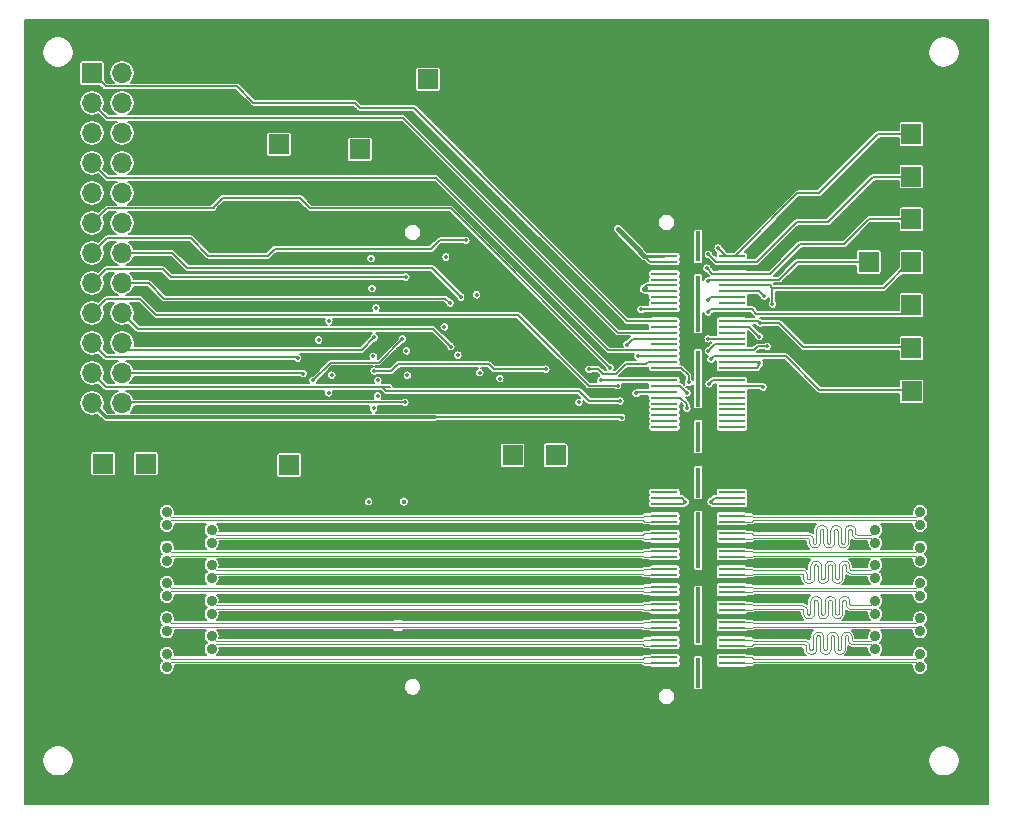
<source format=gtl>
G04 #@! TF.GenerationSoftware,KiCad,Pcbnew,(5.1.10)-1*
G04 #@! TF.CreationDate,2021-11-02T10:29:17+02:00*
G04 #@! TF.ProjectId,Jetson_camera_interposer,4a657473-6f6e-45f6-9361-6d6572615f69,rev?*
G04 #@! TF.SameCoordinates,Original*
G04 #@! TF.FileFunction,Copper,L1,Top*
G04 #@! TF.FilePolarity,Positive*
%FSLAX46Y46*%
G04 Gerber Fmt 4.6, Leading zero omitted, Abs format (unit mm)*
G04 Created by KiCad (PCBNEW (5.1.10)-1) date 2021-11-02 10:29:17*
%MOMM*%
%LPD*%
G01*
G04 APERTURE LIST*
G04 #@! TA.AperFunction,SMDPad,CuDef*
%ADD10R,2.268220X0.279400*%
G04 #@! TD*
G04 #@! TA.AperFunction,SMDPad,CuDef*
%ADD11R,0.431800X2.540000*%
G04 #@! TD*
G04 #@! TA.AperFunction,SMDPad,CuDef*
%ADD12R,0.431800X4.699000*%
G04 #@! TD*
G04 #@! TA.AperFunction,ComponentPad*
%ADD13O,1.700000X1.700000*%
G04 #@! TD*
G04 #@! TA.AperFunction,ComponentPad*
%ADD14R,1.700000X1.700000*%
G04 #@! TD*
G04 #@! TA.AperFunction,ViaPad*
%ADD15C,0.355600*%
G04 #@! TD*
G04 #@! TA.AperFunction,ViaPad*
%ADD16C,0.508000*%
G04 #@! TD*
G04 #@! TA.AperFunction,ViaPad*
%ADD17C,0.900000*%
G04 #@! TD*
G04 #@! TA.AperFunction,ViaPad*
%ADD18C,0.406400*%
G04 #@! TD*
G04 #@! TA.AperFunction,Conductor*
%ADD19C,0.203200*%
G04 #@! TD*
G04 #@! TA.AperFunction,Conductor*
%ADD20C,0.101600*%
G04 #@! TD*
G04 #@! TA.AperFunction,Conductor*
%ADD21C,0.152400*%
G04 #@! TD*
G04 #@! TA.AperFunction,Conductor*
%ADD22C,0.406400*%
G04 #@! TD*
G04 #@! TA.AperFunction,Conductor*
%ADD23C,0.254000*%
G04 #@! TD*
G04 #@! TA.AperFunction,Conductor*
%ADD24C,0.177800*%
G04 #@! TD*
G04 #@! TA.AperFunction,Conductor*
%ADD25C,0.304800*%
G04 #@! TD*
G04 #@! TA.AperFunction,Conductor*
%ADD26C,0.100000*%
G04 #@! TD*
G04 APERTURE END LIST*
D10*
X149039880Y-120749140D03*
X143340120Y-120749140D03*
X149039880Y-120248760D03*
X143340120Y-120248760D03*
X149039880Y-119748380D03*
X143340120Y-119748380D03*
X149039880Y-119248000D03*
X143340120Y-119248000D03*
X149039880Y-118747620D03*
X143340120Y-118747620D03*
X149039880Y-118249780D03*
X143340120Y-118249780D03*
X149039880Y-117749400D03*
X143340120Y-117749400D03*
X149039880Y-117249020D03*
X143340120Y-117249020D03*
X149039880Y-116748640D03*
X143340120Y-116748640D03*
X149039880Y-116248260D03*
X143340120Y-116248260D03*
X149039880Y-115747880D03*
X143340120Y-115747880D03*
X149039880Y-115247500D03*
X143340120Y-115247500D03*
X149039880Y-114749660D03*
X143340120Y-114749660D03*
X149039880Y-114249280D03*
X143340120Y-114249280D03*
X149039880Y-113748900D03*
X143340120Y-113748900D03*
X149039880Y-113248520D03*
X143340120Y-113248520D03*
X149039880Y-112748140D03*
X143340120Y-112748140D03*
X149039880Y-112247760D03*
X143340120Y-112247760D03*
X149039880Y-111749920D03*
X143340120Y-111749920D03*
X149039880Y-111249540D03*
X143340120Y-111249540D03*
X149039880Y-110749160D03*
X143340120Y-110749160D03*
X149039880Y-110248780D03*
X143340120Y-110248780D03*
X149039880Y-109748400D03*
X143340120Y-109748400D03*
X149039880Y-109248020D03*
X143340120Y-109248020D03*
X149039880Y-108747640D03*
X143340120Y-108747640D03*
X149039880Y-108249800D03*
X143340120Y-108249800D03*
X149039880Y-107749420D03*
X143340120Y-107749420D03*
X149039880Y-107249040D03*
X143340120Y-107249040D03*
X149039880Y-106748660D03*
X143340120Y-106748660D03*
X149039880Y-106248280D03*
X143340120Y-106248280D03*
X149039880Y-100751720D03*
X143340120Y-100751720D03*
X149039880Y-100251340D03*
X143340120Y-100251340D03*
X149039880Y-99750960D03*
X143340120Y-99750960D03*
X149039880Y-99250580D03*
X143340120Y-99250580D03*
X149039880Y-98750200D03*
X143340120Y-98750200D03*
X149039880Y-98252360D03*
X143340120Y-98252360D03*
X149039880Y-97751980D03*
X143340120Y-97751980D03*
X149039880Y-97251600D03*
X143340120Y-97251600D03*
X149039880Y-96751220D03*
X143340120Y-96751220D03*
X149039880Y-96250840D03*
X143340120Y-96250840D03*
X149039880Y-95750460D03*
X143340120Y-95750460D03*
X149039880Y-95250080D03*
X143340120Y-95250080D03*
X149039880Y-94752240D03*
X143340120Y-94752240D03*
X149039880Y-94251860D03*
X143340120Y-94251860D03*
X149039880Y-93751480D03*
X143340120Y-93751480D03*
X149039880Y-93251100D03*
X143340120Y-93251100D03*
X149039880Y-92750720D03*
X143340120Y-92750720D03*
X149039880Y-92250340D03*
X143340120Y-92250340D03*
X149039880Y-91752500D03*
X143340120Y-91752500D03*
X149039880Y-91252120D03*
X143340120Y-91252120D03*
X149039880Y-90751740D03*
X143340120Y-90751740D03*
X149039880Y-90251360D03*
X143340120Y-90251360D03*
X149039880Y-89750980D03*
X143340120Y-89750980D03*
X149039880Y-89250600D03*
X143340120Y-89250600D03*
X149039880Y-88750220D03*
X143340120Y-88750220D03*
X149039880Y-88252380D03*
X143340120Y-88252380D03*
X149039880Y-87752000D03*
X143340120Y-87752000D03*
X149039880Y-87251620D03*
X143340120Y-87251620D03*
X149039880Y-86751240D03*
X143340120Y-86751240D03*
X149039880Y-86250860D03*
X143340120Y-86250860D03*
D11*
X146190000Y-121549240D03*
D12*
X146190000Y-116697840D03*
X146190000Y-110347840D03*
D11*
X146190000Y-105448180D03*
X146190000Y-101551820D03*
D12*
X146190000Y-96652160D03*
X146190000Y-90302160D03*
D11*
X146190000Y-85450760D03*
D13*
X97430000Y-98720000D03*
X94890000Y-98720000D03*
X97430000Y-96180000D03*
X94890000Y-96180000D03*
X97430000Y-93640000D03*
X94890000Y-93640000D03*
X97430000Y-91100000D03*
X94890000Y-91100000D03*
X97430000Y-88560000D03*
X94890000Y-88560000D03*
X97430000Y-86020000D03*
X94890000Y-86020000D03*
X97430000Y-83480000D03*
X94890000Y-83480000D03*
X97430000Y-80940000D03*
X94890000Y-80940000D03*
X97430000Y-78400000D03*
X94890000Y-78400000D03*
X97430000Y-75860000D03*
X94890000Y-75860000D03*
X97430000Y-73320000D03*
X94890000Y-73320000D03*
X97430000Y-70780000D03*
D14*
X94890000Y-70780000D03*
X111570000Y-103960000D03*
X99430000Y-103850000D03*
X95820000Y-103840000D03*
X134140000Y-103130000D03*
X110720000Y-76810000D03*
X117550000Y-77240000D03*
X123310000Y-71310000D03*
X130490000Y-103140000D03*
X164270000Y-97720000D03*
X164250000Y-94060000D03*
X164240000Y-90420000D03*
X164250000Y-86780000D03*
X160640000Y-86760000D03*
X164250000Y-79550000D03*
X164250000Y-83150000D03*
X164250000Y-75930000D03*
X110730000Y-70850000D03*
X94000000Y-111450000D03*
X164280000Y-101380000D03*
X94000000Y-120000000D03*
D15*
X129800000Y-122060000D03*
X127260000Y-122060000D03*
X132340000Y-122060000D03*
X135128000Y-122060000D03*
X137420000Y-122060000D03*
X135380000Y-107110000D03*
X137920000Y-107110000D03*
X127760000Y-107110000D03*
X132840000Y-107110000D03*
X130300000Y-107110000D03*
X152500000Y-107370000D03*
D16*
X158580000Y-107430000D03*
D15*
X154250000Y-107340000D03*
D16*
X156780000Y-107360000D03*
D15*
X154330000Y-122090000D03*
X151790000Y-122090000D03*
X158570000Y-122070000D03*
X156870000Y-122090000D03*
X137760000Y-109260000D03*
X127600000Y-109260000D03*
X135220000Y-109260000D03*
X130140000Y-109260000D03*
X132680000Y-109260000D03*
X130130000Y-110750000D03*
X135210000Y-110750000D03*
X127590000Y-110750000D03*
X132670000Y-110750000D03*
X137750000Y-110750000D03*
X137770000Y-112310000D03*
X127610000Y-112310000D03*
X132690000Y-112310000D03*
X135230000Y-112310000D03*
X130150000Y-112310000D03*
X137750000Y-113810000D03*
X135210000Y-113810000D03*
X127590000Y-113810000D03*
X130130000Y-113810000D03*
X132670000Y-113810000D03*
X135250000Y-115290000D03*
X132710000Y-115290000D03*
X137790000Y-115290000D03*
X130170000Y-115290000D03*
X127630000Y-115290000D03*
X137750000Y-116750000D03*
X135210000Y-116750000D03*
X127590000Y-116750000D03*
X130130000Y-116750000D03*
X132670000Y-116750000D03*
X137710000Y-118290000D03*
X127550000Y-118290000D03*
X130090000Y-118290000D03*
X135170000Y-118290000D03*
X132630000Y-118290000D03*
X135170000Y-119750000D03*
X137710000Y-119750000D03*
X132630000Y-119750000D03*
X127550000Y-119750000D03*
X130090000Y-119750000D03*
X152310000Y-109240000D03*
X154310000Y-109260000D03*
X154330000Y-110800000D03*
X152370000Y-110740000D03*
X152390000Y-112260000D03*
X154320000Y-112290000D03*
X154200000Y-113760000D03*
X151700000Y-113810000D03*
X151850000Y-115270000D03*
X154350000Y-115220000D03*
X154320000Y-116680000D03*
X151820000Y-116730000D03*
X151790000Y-118300000D03*
X154290000Y-118250000D03*
X154290000Y-119690000D03*
X151790000Y-119740000D03*
D16*
X96190000Y-67200000D03*
X98730000Y-67200000D03*
X101270000Y-67200000D03*
X103810000Y-67200000D03*
X106350000Y-67200000D03*
X108890000Y-67200000D03*
X112000000Y-67000000D03*
X113850000Y-68000000D03*
X116390000Y-68000000D03*
X118930000Y-68000000D03*
X121470000Y-68000000D03*
X124010000Y-68000000D03*
X126550000Y-68000000D03*
X129090000Y-68000000D03*
X131630000Y-68000000D03*
X134170000Y-68000000D03*
X136710000Y-68000000D03*
X139250000Y-68000000D03*
X141790000Y-68000000D03*
X144330000Y-68000000D03*
X146870000Y-68000000D03*
X149410000Y-68000000D03*
X151950000Y-68000000D03*
X154090000Y-67200000D03*
X156630000Y-67200000D03*
X159170000Y-67200000D03*
X161710000Y-67200000D03*
X164250000Y-67200000D03*
X167436800Y-73304400D03*
X96110000Y-131150000D03*
X98650000Y-131150000D03*
X101190000Y-131150000D03*
X103730000Y-131150000D03*
X106270000Y-131150000D03*
X108810000Y-131150000D03*
X111350000Y-131150000D03*
X113890000Y-131150000D03*
X116430000Y-131150000D03*
X118970000Y-131150000D03*
X121510000Y-131150000D03*
X124050000Y-131150000D03*
X126590000Y-131150000D03*
X129130000Y-131150000D03*
X131670000Y-131150000D03*
X134210000Y-131150000D03*
X136750000Y-131150000D03*
X139290000Y-131150000D03*
X141830000Y-131150000D03*
X144370000Y-131150000D03*
X147130000Y-131080000D03*
X149300000Y-131100000D03*
X151840000Y-131100000D03*
X154380000Y-131100000D03*
X156920000Y-131100000D03*
X159460000Y-131100000D03*
X162000000Y-131100000D03*
X162610800Y-128066800D03*
X161950400Y-73101200D03*
X169290000Y-74280000D03*
X169290000Y-76820000D03*
X169290000Y-79360000D03*
X169290000Y-81900000D03*
X169290000Y-84440000D03*
X169290000Y-86980000D03*
X169290000Y-89520000D03*
X169290000Y-92060000D03*
X169290000Y-94600000D03*
X169290000Y-97140000D03*
X169290000Y-99680000D03*
X169290000Y-102220000D03*
X169290000Y-104760000D03*
X167190000Y-106100000D03*
X167190000Y-108640000D03*
X167190000Y-111180000D03*
X167190000Y-113720000D03*
X167190000Y-116260000D03*
X167190000Y-118800000D03*
X167190000Y-121340000D03*
X167190000Y-123880000D03*
X90220000Y-73040000D03*
X90990000Y-75620000D03*
X90990000Y-78160000D03*
X90990000Y-80700000D03*
X90990000Y-83240000D03*
X90990000Y-85780000D03*
X90990000Y-88320000D03*
X90990000Y-90860000D03*
X90280000Y-93410000D03*
X90280000Y-96060000D03*
X90320000Y-98790000D03*
X90990000Y-101020000D03*
X90990000Y-103560000D03*
X90990000Y-106100000D03*
X90990000Y-108640000D03*
X90990000Y-111180000D03*
X90990000Y-113720000D03*
X90990000Y-116260000D03*
X90990000Y-118800000D03*
X90990000Y-121340000D03*
X90990000Y-123880000D03*
X161442400Y-68630800D03*
X161747200Y-71628000D03*
X98970000Y-110980000D03*
X98970000Y-120840000D03*
X98970000Y-118300000D03*
X98970000Y-113520000D03*
X98970000Y-108440000D03*
X98970000Y-116060000D03*
X98970000Y-123380000D03*
X106600000Y-121560000D03*
X103620000Y-107330000D03*
X106160000Y-107330000D03*
D15*
X107440000Y-109260000D03*
X114380000Y-118240000D03*
X114370000Y-119690000D03*
X114430000Y-112200000D03*
X114480000Y-109310000D03*
X107130000Y-119710000D03*
X107060000Y-118230000D03*
X107150000Y-116740000D03*
X114390000Y-116720000D03*
X107230000Y-115310000D03*
X114470000Y-115290000D03*
X114500000Y-113740000D03*
X107260000Y-113760000D03*
X107380000Y-112300000D03*
X107240000Y-110740000D03*
D16*
X113520000Y-121620000D03*
X108440000Y-121620000D03*
X110980000Y-121620000D03*
X111240000Y-107330000D03*
X108700000Y-107330000D03*
X113780000Y-107330000D03*
X145320000Y-90930000D03*
D15*
X140310000Y-96180000D03*
X159620000Y-110740000D03*
X159730000Y-112220000D03*
X159550000Y-113730000D03*
X159580000Y-116670000D03*
X159800000Y-118190000D03*
X159680000Y-119770000D03*
X105010000Y-102610000D03*
X107270000Y-100880000D03*
X109490000Y-97990000D03*
X112550000Y-97990000D03*
X105880000Y-97910000D03*
X102040000Y-97900000D03*
X110650000Y-99250000D03*
X102240000Y-96640000D03*
X107760000Y-96750000D03*
X107730000Y-95490000D03*
X102280000Y-95410000D03*
X101080000Y-93180000D03*
X106010000Y-93240000D03*
X109400000Y-93110000D03*
X111830000Y-93220000D03*
X110400000Y-91810000D03*
X108090000Y-91790000D03*
X103370000Y-91810000D03*
X99530000Y-91590000D03*
X100570000Y-90400000D03*
X103730000Y-90500000D03*
X102050000Y-88750000D03*
X104740000Y-89050000D03*
X102900000Y-88930000D03*
X108580000Y-89360000D03*
X107130000Y-88610000D03*
X113720000Y-88720000D03*
X114960000Y-90480000D03*
X111220000Y-88560000D03*
X112440000Y-86680000D03*
X110610000Y-86350000D03*
X107360000Y-82010000D03*
X108260000Y-84710000D03*
X110260000Y-83250000D03*
X110620000Y-84600000D03*
X112750000Y-83010000D03*
X113220000Y-84710000D03*
X100780000Y-82780000D03*
X103970000Y-81480000D03*
X102660000Y-82810000D03*
X101560000Y-84070000D03*
X101040000Y-80230000D03*
X107300000Y-80190000D03*
X103886000Y-77216000D03*
X100584000Y-76708000D03*
X105918000Y-79248000D03*
X111420000Y-80220000D03*
X117200000Y-80710000D03*
X123150000Y-80690000D03*
X121170000Y-76930000D03*
X103410000Y-72700000D03*
X112550000Y-73940000D03*
X122730000Y-75240000D03*
X127550000Y-79990000D03*
X128250000Y-82670000D03*
X131950000Y-84200000D03*
X129700000Y-84230000D03*
X135760000Y-84200000D03*
X139760000Y-88250000D03*
X128640000Y-88200000D03*
X128730000Y-89350000D03*
X139100000Y-89400000D03*
X137130000Y-89420000D03*
X134990000Y-89470000D03*
X137110000Y-96470000D03*
X134690000Y-96500000D03*
X131640000Y-96520000D03*
X133870000Y-98560000D03*
X129420000Y-98560000D03*
X135810000Y-100610000D03*
X140590000Y-100510000D03*
X129260000Y-100620000D03*
X157380000Y-101650000D03*
X155480000Y-95150000D03*
X159980000Y-95590000D03*
X160530000Y-92610000D03*
X156090000Y-92400000D03*
X155920000Y-89970000D03*
X160150000Y-89930000D03*
X156020000Y-87800000D03*
X156530000Y-86040000D03*
X158490000Y-83200000D03*
X158930000Y-79800000D03*
X152160000Y-77760000D03*
X157340000Y-74440000D03*
X130430000Y-74860000D03*
X135240000Y-74760000D03*
X142850000Y-75030000D03*
X149350000Y-75000000D03*
X133140000Y-77640000D03*
X139200000Y-77570000D03*
X146140000Y-77570000D03*
D17*
X104980000Y-106290000D03*
X104880000Y-121690000D03*
X101160000Y-123210000D03*
X101140000Y-105920000D03*
X161210000Y-121730000D03*
X164990000Y-122880000D03*
X161170000Y-107330000D03*
X164990000Y-106150000D03*
D16*
X163100000Y-106920000D03*
D15*
X102050000Y-99330000D03*
D16*
X164338000Y-125831600D03*
D17*
X103124000Y-109982000D03*
X103174800Y-112979200D03*
X103124000Y-116078000D03*
X103124000Y-119075200D03*
X163220400Y-112979200D03*
X163169600Y-110032800D03*
X163220400Y-115976400D03*
X163271200Y-118922800D03*
X165000000Y-121050550D03*
X101200000Y-121050550D03*
X165000000Y-119947350D03*
X101200000Y-119947350D03*
X165000000Y-118050810D03*
X101200000Y-118050810D03*
X165000000Y-116947610D03*
X101200000Y-116947610D03*
X161200000Y-119549410D03*
X161200000Y-118446210D03*
D15*
X141110000Y-94750000D03*
X118690000Y-94770000D03*
X129400000Y-96640000D03*
X121360000Y-98660000D03*
X121580000Y-96360000D03*
X112744132Y-96221810D03*
X113590000Y-96800000D03*
X121148297Y-93291703D03*
X151425379Y-91925975D03*
X147040000Y-91010000D03*
X141360000Y-90770000D03*
X118920000Y-90670000D03*
X125180000Y-90237210D03*
X126100000Y-89730000D03*
D18*
X121280000Y-107050000D03*
D15*
X118300000Y-107060000D03*
X145113781Y-107073781D03*
X147263781Y-107073781D03*
X151370000Y-95350000D03*
X127700000Y-96131990D03*
X115170000Y-96350000D03*
X145380000Y-96970000D03*
X136950000Y-95850000D03*
X133300000Y-95850000D03*
X118760000Y-96000000D03*
X147290000Y-95000000D03*
X125850000Y-94660000D03*
X118580000Y-89020000D03*
X141580000Y-89050000D03*
X152490000Y-90340000D03*
X147030000Y-88360000D03*
X146930000Y-87290000D03*
X124830000Y-86340000D03*
X147060000Y-86130000D03*
X118490000Y-86490000D03*
X139400000Y-83970000D03*
X147890000Y-85590000D03*
D17*
X161200000Y-115446470D03*
X161200000Y-116549670D03*
X165000000Y-115051070D03*
X165000000Y-113947870D03*
X161200000Y-113549930D03*
X161200000Y-112446730D03*
X165000000Y-112051330D03*
X165000000Y-110948130D03*
X161200000Y-110550190D03*
X161200000Y-109446990D03*
X165000000Y-109050320D03*
X165000000Y-107947120D03*
X105000000Y-116549670D03*
X105000000Y-115446470D03*
X101200000Y-115051070D03*
X101200000Y-113947870D03*
X105000000Y-113549930D03*
X105000000Y-112446730D03*
X101200000Y-112051330D03*
X101200000Y-110948130D03*
X105000000Y-110550190D03*
X105000000Y-109446990D03*
X101200000Y-109050320D03*
X101200000Y-107947120D03*
X105000000Y-119549410D03*
X105000000Y-118446210D03*
D15*
X118720000Y-99170000D03*
X145240000Y-99150000D03*
X140940000Y-97900000D03*
X119050000Y-98120000D03*
X119070000Y-96790000D03*
X145250000Y-97850000D03*
X114900000Y-97835480D03*
X136090000Y-98650000D03*
X137951218Y-96751220D03*
X118770000Y-93160000D03*
X121500000Y-94290000D03*
X125250000Y-93930000D03*
X114060000Y-93370000D03*
X114930000Y-91750000D03*
X147040000Y-90020000D03*
X121440002Y-88029998D03*
X127430000Y-89540000D03*
X151780000Y-89650000D03*
X126530000Y-84940000D03*
X151680000Y-97350000D03*
X139720000Y-99940000D03*
X139580000Y-98540000D03*
X147120000Y-97080000D03*
X112280000Y-94890000D03*
X152020000Y-93920000D03*
X147060000Y-94300000D03*
X139370000Y-97230000D03*
X147040000Y-93270000D03*
X138738957Y-95706590D03*
X140180000Y-93760002D03*
X151340000Y-93090000D03*
X124700000Y-92260000D03*
D19*
X144997880Y-91252120D02*
X145320000Y-90930000D01*
X143340120Y-91252120D02*
X144997880Y-91252120D01*
X143340120Y-96250840D02*
X140380840Y-96250840D01*
X140380840Y-96250840D02*
X140310000Y-96180000D01*
D20*
X164600800Y-120651350D02*
X165000000Y-121050550D01*
X150838836Y-120651350D02*
X164600800Y-120651350D01*
X150741046Y-120749140D02*
X150838836Y-120651350D01*
X149039880Y-120749140D02*
X150741046Y-120749140D01*
X101599200Y-120651350D02*
X101200000Y-121050550D01*
X141541164Y-120651350D02*
X101599200Y-120651350D01*
X141638954Y-120749140D02*
X141541164Y-120651350D01*
X143340120Y-120749140D02*
X141638954Y-120749140D01*
X164600800Y-120346550D02*
X165000000Y-119947350D01*
X150741046Y-120248760D02*
X150838836Y-120346550D01*
X150838836Y-120346550D02*
X164600800Y-120346550D01*
X149039880Y-120248760D02*
X150741046Y-120248760D01*
X101599200Y-120346550D02*
X101200000Y-119947350D01*
X141638954Y-120248760D02*
X141541164Y-120346550D01*
X141541164Y-120346550D02*
X101599200Y-120346550D01*
X143340120Y-120248760D02*
X141638954Y-120248760D01*
X164600800Y-117651610D02*
X165000000Y-118050810D01*
X149039880Y-117749400D02*
X150741046Y-117749400D01*
X150741046Y-117749400D02*
X150838836Y-117651610D01*
X150838836Y-117651610D02*
X164600800Y-117651610D01*
X141638954Y-117749400D02*
X143340120Y-117749400D01*
X141541164Y-117651610D02*
X141638954Y-117749400D01*
X101599200Y-117651610D02*
X141541164Y-117651610D01*
X101200000Y-118050810D02*
X101599200Y-117651610D01*
X164600800Y-117346810D02*
X165000000Y-116947610D01*
X149039880Y-117249020D02*
X150741046Y-117249020D01*
X150838836Y-117346810D02*
X164600800Y-117346810D01*
X150741046Y-117249020D02*
X150838836Y-117346810D01*
X141638954Y-117249020D02*
X143340120Y-117249020D01*
X141541164Y-117346810D02*
X141638954Y-117249020D01*
X101599200Y-117346810D02*
X141541164Y-117346810D01*
X101200000Y-116947610D02*
X101599200Y-117346810D01*
X161200000Y-119549410D02*
X160800800Y-119150210D01*
X155269988Y-119205783D02*
X155246617Y-119182412D01*
X155287573Y-119233769D02*
X155269988Y-119205783D01*
X155218631Y-119164827D02*
X155187434Y-119153911D01*
X155298489Y-119264966D02*
X155287573Y-119233769D01*
X155302190Y-119501968D02*
X155302190Y-119297810D01*
X150741046Y-119248000D02*
X150265626Y-119248000D01*
X155154590Y-119150210D02*
X150838836Y-119150210D01*
X155187434Y-119153911D02*
X155154590Y-119150210D01*
X150838836Y-119150210D02*
X150741046Y-119248000D01*
X150265626Y-119248000D02*
X149039880Y-119248000D01*
X155246617Y-119182412D02*
X155218631Y-119164827D01*
X156196302Y-119596819D02*
X156164777Y-119686914D01*
X156206990Y-119501968D02*
X156196302Y-119596819D01*
X156833597Y-119917539D02*
X156743502Y-119886014D01*
X158995186Y-118989719D02*
X158944402Y-118908897D01*
X156206990Y-118519794D02*
X156206990Y-119501968D01*
X156498489Y-118486949D02*
X156487573Y-118455752D01*
X157364777Y-119686914D02*
X157313993Y-119767736D01*
X156210690Y-118486949D02*
X156206990Y-118519794D01*
X156221606Y-118455752D02*
X156210690Y-118486949D01*
X156354590Y-118372194D02*
X156321745Y-118375894D01*
X156544402Y-119686914D02*
X156512877Y-119596819D01*
X156387434Y-118375894D02*
X156354590Y-118372194D01*
X156595186Y-119767736D02*
X156544402Y-119686914D01*
X156928448Y-119928226D02*
X156833597Y-119917539D01*
X158787434Y-118375894D02*
X158754590Y-118372194D01*
X157313993Y-119767736D02*
X157246499Y-119835230D01*
X158621606Y-118455752D02*
X158610690Y-118486949D01*
X158898489Y-118486949D02*
X158887573Y-118455752D01*
X158869988Y-118427766D02*
X158846617Y-118404395D01*
X156512877Y-119596819D02*
X156502190Y-119501968D01*
X158818631Y-118386810D02*
X158787434Y-118375894D01*
X155780731Y-119928226D02*
X155728448Y-119928226D01*
X155875582Y-119917539D02*
X155780731Y-119928226D01*
X155965677Y-119886014D02*
X155875582Y-119917539D01*
X156046499Y-119835230D02*
X155965677Y-119886014D01*
X156164777Y-119686914D02*
X156113993Y-119767736D01*
X156239191Y-118427766D02*
X156221606Y-118455752D01*
X156262562Y-118404395D02*
X156239191Y-118427766D01*
X156487573Y-118455752D02*
X156469988Y-118427766D01*
X158513993Y-119767736D02*
X158446499Y-119835230D01*
X156446617Y-118404395D02*
X156418631Y-118386810D01*
X156502190Y-119501968D02*
X156502190Y-118519794D01*
X158846617Y-118404395D02*
X158818631Y-118386810D01*
X156662680Y-119835230D02*
X156595186Y-119767736D01*
X158606990Y-118519794D02*
X158606990Y-119501968D01*
X158662562Y-118404395D02*
X158639191Y-118427766D01*
X157618631Y-118386810D02*
X157587434Y-118375894D01*
X156113993Y-119767736D02*
X156046499Y-119835230D01*
X156418631Y-118386810D02*
X156387434Y-118375894D01*
X159143502Y-119107997D02*
X159062680Y-119057213D01*
X156502190Y-118519794D02*
X156498489Y-118486949D01*
X157075582Y-119917539D02*
X156980731Y-119928226D01*
X158690548Y-118386810D02*
X158662562Y-118404395D01*
X158721745Y-118375894D02*
X158690548Y-118386810D01*
X159328448Y-119150210D02*
X159233597Y-119139522D01*
X155728448Y-119928226D02*
X155633597Y-119917539D01*
X156469988Y-118427766D02*
X156446617Y-118404395D01*
X155312877Y-119596819D02*
X155302190Y-119501968D01*
X156980731Y-119928226D02*
X156928448Y-119928226D01*
X160800800Y-119150210D02*
X159328448Y-119150210D01*
X155344402Y-119686914D02*
X155312877Y-119596819D01*
X156321745Y-118375894D02*
X156290548Y-118386810D01*
X156743502Y-119886014D02*
X156662680Y-119835230D01*
X158606990Y-119501968D02*
X158596302Y-119596819D01*
X157490548Y-118386810D02*
X157462562Y-118404395D01*
X157246499Y-119835230D02*
X157165677Y-119886014D01*
X159233597Y-119139522D02*
X159143502Y-119107997D01*
X156290548Y-118386810D02*
X156262562Y-118404395D01*
X157165677Y-119886014D02*
X157075582Y-119917539D01*
X155395186Y-119767736D02*
X155344402Y-119686914D01*
X155462680Y-119835230D02*
X155395186Y-119767736D01*
X155543502Y-119886014D02*
X155462680Y-119835230D01*
X155633597Y-119917539D02*
X155543502Y-119886014D01*
X158610690Y-118486949D02*
X158606990Y-118519794D01*
X157702190Y-118519794D02*
X157698489Y-118486949D01*
X157410690Y-118486949D02*
X157406990Y-118519794D01*
X157462562Y-118404395D02*
X157439191Y-118427766D01*
X158887573Y-118455752D02*
X158869988Y-118427766D01*
X159062680Y-119057213D02*
X158995186Y-118989719D01*
X157795186Y-119767736D02*
X157744402Y-119686914D01*
X158564777Y-119686914D02*
X158513993Y-119767736D01*
X158912877Y-118818802D02*
X158902190Y-118723951D01*
X158754590Y-118372194D02*
X158721745Y-118375894D01*
X158033597Y-119917539D02*
X157943502Y-119886014D01*
X158596302Y-119596819D02*
X158564777Y-119686914D01*
X155302190Y-119297810D02*
X155298489Y-119264966D01*
X157396302Y-119596819D02*
X157364777Y-119686914D01*
X158446499Y-119835230D02*
X158365677Y-119886014D01*
X157669988Y-118427766D02*
X157646617Y-118404395D01*
X157744402Y-119686914D02*
X157712877Y-119596819D01*
X157521745Y-118375894D02*
X157490548Y-118386810D01*
X157406990Y-118519794D02*
X157406990Y-119501968D01*
X157421606Y-118455752D02*
X157410690Y-118486949D01*
X157439191Y-118427766D02*
X157421606Y-118455752D01*
X158275582Y-119917539D02*
X158180731Y-119928226D01*
X157406990Y-119501968D02*
X157396302Y-119596819D01*
X158128448Y-119928226D02*
X158033597Y-119917539D01*
X157687573Y-118455752D02*
X157669988Y-118427766D01*
X158180731Y-119928226D02*
X158128448Y-119928226D01*
X157862680Y-119835230D02*
X157795186Y-119767736D01*
X157712877Y-119596819D02*
X157702190Y-119501968D01*
X158944402Y-118908897D02*
X158912877Y-118818802D01*
X158902190Y-118723951D02*
X158902190Y-118519794D01*
X158365677Y-119886014D02*
X158275582Y-119917539D01*
X158902190Y-118519794D02*
X158898489Y-118486949D01*
X157943502Y-119886014D02*
X157862680Y-119835230D01*
X157702190Y-119501968D02*
X157702190Y-118519794D01*
X157698489Y-118486949D02*
X157687573Y-118455752D01*
X157646617Y-118404395D02*
X157618631Y-118386810D01*
X157587434Y-118375894D02*
X157554590Y-118372194D01*
X157554590Y-118372194D02*
X157521745Y-118375894D01*
X158639191Y-118427766D02*
X158621606Y-118455752D01*
X161200000Y-118446210D02*
X160800800Y-118845410D01*
X150741046Y-118747620D02*
X150265626Y-118747620D01*
X155898489Y-119508671D02*
X155887573Y-119539868D01*
X156380731Y-118067394D02*
X156328448Y-118067394D01*
X156713993Y-118227884D02*
X156646499Y-118160390D01*
X158298489Y-119508671D02*
X158287573Y-119539868D01*
X155446499Y-118938407D02*
X155365677Y-118887623D01*
X155912877Y-118398801D02*
X155902190Y-118493652D01*
X155754590Y-119623426D02*
X155721745Y-119619726D01*
X155662562Y-119591225D02*
X155639191Y-119567854D01*
X155721745Y-119619726D02*
X155690548Y-119608810D01*
X157087573Y-119539868D02*
X157069988Y-119567854D01*
X155944402Y-118308706D02*
X155912877Y-118398801D01*
X155690548Y-119608810D02*
X155662562Y-119591225D01*
X155846617Y-119591225D02*
X155818631Y-119608810D01*
X155887573Y-119539868D02*
X155869988Y-119567854D01*
X155995186Y-118227884D02*
X155944402Y-118308706D01*
X158875582Y-118078081D02*
X158780731Y-118067394D01*
X156233597Y-118078081D02*
X156143502Y-118109606D01*
X156806990Y-119475826D02*
X156806990Y-118493652D01*
X158780731Y-118067394D02*
X158728448Y-118067394D01*
X157913993Y-118227884D02*
X157846499Y-118160390D01*
X157528448Y-118067394D02*
X157433597Y-118078081D01*
X150265626Y-118747620D02*
X149039880Y-118747620D01*
X158633597Y-118078081D02*
X158543502Y-118109606D01*
X155902190Y-118493652D02*
X155902190Y-119475826D01*
X156921745Y-119619726D02*
X156890548Y-119608810D01*
X156987434Y-119619726D02*
X156954590Y-119623426D01*
X155513993Y-119005901D02*
X155446499Y-118938407D01*
X155610690Y-119508671D02*
X155606990Y-119475826D01*
X158302190Y-119475826D02*
X158298489Y-119508671D01*
X157262680Y-118160390D02*
X157195186Y-118227884D01*
X155564777Y-119086723D02*
X155513993Y-119005901D01*
X155596302Y-119176818D02*
X155564777Y-119086723D01*
X155869988Y-119567854D02*
X155846617Y-119591225D01*
X158312877Y-118398801D02*
X158302190Y-118493652D01*
X155639191Y-119567854D02*
X155621606Y-119539868D01*
X155787434Y-119619726D02*
X155754590Y-119623426D01*
X155818631Y-119608810D02*
X155787434Y-119619726D01*
X156062680Y-118160390D02*
X155995186Y-118227884D01*
X157046617Y-119591225D02*
X157018631Y-119608810D01*
X156475582Y-118078081D02*
X156380731Y-118067394D01*
X156890548Y-119608810D02*
X156862562Y-119591225D01*
X157675582Y-118078081D02*
X157580731Y-118067394D01*
X156764777Y-118308706D02*
X156713993Y-118227884D01*
X156862562Y-119591225D02*
X156839191Y-119567854D01*
X156954590Y-119623426D02*
X156921745Y-119619726D01*
X155902190Y-119475826D02*
X155898489Y-119508671D01*
X156810690Y-119508671D02*
X156806990Y-119475826D01*
X157018631Y-119608810D02*
X156987434Y-119619726D01*
X158287573Y-119539868D02*
X158269988Y-119567854D01*
X156821606Y-119539868D02*
X156810690Y-119508671D01*
X156143502Y-118109606D02*
X156062680Y-118160390D01*
X158395186Y-118227884D02*
X158344402Y-118308706D01*
X156565677Y-118109606D02*
X156475582Y-118078081D01*
X156839191Y-119567854D02*
X156821606Y-119539868D01*
X158543502Y-118109606D02*
X158462680Y-118160390D01*
X158121745Y-119619726D02*
X158090548Y-119608810D01*
X156796302Y-118398801D02*
X156764777Y-118308706D01*
X159046499Y-118160390D02*
X158965677Y-118109606D01*
X156328448Y-118067394D02*
X156233597Y-118078081D01*
X156806990Y-118493652D02*
X156796302Y-118398801D01*
X156646499Y-118160390D02*
X156565677Y-118109606D01*
X155606990Y-119271669D02*
X155596302Y-119176818D01*
X155606990Y-119475826D02*
X155606990Y-119271669D01*
X155621606Y-119539868D02*
X155610690Y-119508671D01*
X157098489Y-119508671D02*
X157087573Y-119539868D01*
X157580731Y-118067394D02*
X157528448Y-118067394D01*
X158302190Y-118493652D02*
X158302190Y-119475826D01*
X150838836Y-118845410D02*
X150741046Y-118747620D01*
X158187434Y-119619726D02*
X158154590Y-119623426D01*
X158010690Y-119508671D02*
X158006990Y-119475826D01*
X159321745Y-118841709D02*
X159290548Y-118830793D01*
X155275582Y-118856098D02*
X155180731Y-118845410D01*
X158006990Y-119475826D02*
X158006990Y-118493652D01*
X158006990Y-118493652D02*
X157996302Y-118398801D01*
X158728448Y-118067394D02*
X158633597Y-118078081D01*
X157102190Y-119475826D02*
X157098489Y-119508671D01*
X159210690Y-118730654D02*
X159206990Y-118697810D01*
X158965677Y-118109606D02*
X158875582Y-118078081D01*
X158021606Y-119539868D02*
X158010690Y-119508671D01*
X157343502Y-118109606D02*
X157262680Y-118160390D01*
X159221606Y-118761851D02*
X159210690Y-118730654D01*
X157964777Y-118308706D02*
X157913993Y-118227884D01*
X158344402Y-118308706D02*
X158312877Y-118398801D01*
X157069988Y-119567854D02*
X157046617Y-119591225D01*
X158218631Y-119608810D02*
X158187434Y-119619726D01*
X157846499Y-118160390D02*
X157765677Y-118109606D01*
X157996302Y-118398801D02*
X157964777Y-118308706D01*
X157433597Y-118078081D02*
X157343502Y-118109606D01*
X158062562Y-119591225D02*
X158039191Y-119567854D01*
X159239191Y-118789837D02*
X159221606Y-118761851D01*
X158039191Y-119567854D02*
X158021606Y-119539868D01*
X159354590Y-118845410D02*
X159321745Y-118841709D01*
X155365677Y-118887623D02*
X155275582Y-118856098D01*
X159206990Y-118697810D02*
X159206990Y-118493652D01*
X159290548Y-118830793D02*
X159262562Y-118813208D01*
X159206990Y-118493652D02*
X159196302Y-118398801D01*
X159196302Y-118398801D02*
X159164777Y-118308706D01*
X158090548Y-119608810D02*
X158062562Y-119591225D01*
X157112877Y-118398801D02*
X157102190Y-118493652D01*
X158462680Y-118160390D02*
X158395186Y-118227884D01*
X159113993Y-118227884D02*
X159046499Y-118160390D01*
X160800800Y-118845410D02*
X159354590Y-118845410D01*
X159164777Y-118308706D02*
X159113993Y-118227884D01*
X159262562Y-118813208D02*
X159239191Y-118789837D01*
X158269988Y-119567854D02*
X158246617Y-119591225D01*
X157144402Y-118308706D02*
X157112877Y-118398801D01*
X157102190Y-118493652D02*
X157102190Y-119475826D01*
X157765677Y-118109606D02*
X157675582Y-118078081D01*
X157195186Y-118227884D02*
X157144402Y-118308706D01*
X158246617Y-119591225D02*
X158218631Y-119608810D01*
X155180731Y-118845410D02*
X150838836Y-118845410D01*
X158154590Y-119623426D02*
X158121745Y-119619726D01*
D19*
X141112240Y-94752240D02*
X141110000Y-94750000D01*
X143340120Y-94752240D02*
X141112240Y-94752240D01*
X97430000Y-98720000D02*
X97490000Y-98660000D01*
X97490000Y-98660000D02*
X121360000Y-98660000D01*
X112702322Y-96180000D02*
X112744132Y-96221810D01*
X97430000Y-96180000D02*
X112702322Y-96180000D01*
D21*
X113590000Y-96800000D02*
X115090000Y-95300000D01*
X115090000Y-95300000D02*
X119140000Y-95300000D01*
X119140000Y-95300000D02*
X121148297Y-93291703D01*
D19*
X149039880Y-91752500D02*
X151251904Y-91752500D01*
X151251904Y-91752500D02*
X151425379Y-91925975D01*
X151425379Y-91925975D02*
X153055975Y-91925975D01*
X155110000Y-93980000D02*
X164250000Y-93980000D01*
X153055975Y-91925975D02*
X155110000Y-93980000D01*
X147298260Y-90751740D02*
X149039880Y-90751740D01*
X147040000Y-91010000D02*
X147298260Y-90751740D01*
X149039880Y-90751740D02*
X150731740Y-90751740D01*
X150731740Y-90751740D02*
X151120000Y-91140000D01*
X163460000Y-91140000D02*
X164250000Y-90350000D01*
X151120000Y-91140000D02*
X163460000Y-91140000D01*
X141378260Y-90751740D02*
X141360000Y-90770000D01*
X143340120Y-90751740D02*
X141378260Y-90751740D01*
X124802790Y-89860000D02*
X125180000Y-90237210D01*
X100990000Y-89860000D02*
X124802790Y-89860000D01*
X99690000Y-88560000D02*
X100990000Y-89860000D01*
X97430000Y-88560000D02*
X99690000Y-88560000D01*
X97430000Y-86020000D02*
X101690000Y-86020000D01*
X102930000Y-87260000D02*
X123630000Y-87260000D01*
X101690000Y-86020000D02*
X102930000Y-87260000D01*
X123630000Y-87260000D02*
X126100000Y-89730000D01*
X147263781Y-107073781D02*
X147439040Y-107249040D01*
X147439040Y-107249040D02*
X149039880Y-107249040D01*
X144788660Y-106748660D02*
X145113781Y-107073781D01*
X143340120Y-106748660D02*
X144788660Y-106748660D01*
X147588902Y-106748660D02*
X147263781Y-107073781D01*
X149039880Y-106748660D02*
X147588902Y-106748660D01*
X144938522Y-107249040D02*
X145113781Y-107073781D01*
X143340120Y-107249040D02*
X144938522Y-107249040D01*
X149039880Y-95250080D02*
X151270080Y-95250080D01*
X151270080Y-95250080D02*
X151370000Y-95350000D01*
X151149540Y-95750460D02*
X149039880Y-95750460D01*
X151370000Y-95530000D02*
X151149540Y-95750460D01*
X151370000Y-95530000D02*
X151370000Y-95350000D01*
D21*
X143340120Y-95750460D02*
X144751907Y-95750460D01*
X144751907Y-95750460D02*
X145380000Y-96378553D01*
X145380000Y-96378553D02*
X145380000Y-96970000D01*
D19*
X120200000Y-96000000D02*
X118760000Y-96000000D01*
X128460000Y-95420000D02*
X120780000Y-95420000D01*
X128890000Y-95850000D02*
X128460000Y-95420000D01*
X120780000Y-95420000D02*
X120200000Y-96000000D01*
X133300000Y-95850000D02*
X128890000Y-95850000D01*
X138140000Y-96240000D02*
X137750000Y-95850000D01*
X139250000Y-96240000D02*
X138140000Y-96240000D01*
X140060000Y-95430000D02*
X139250000Y-96240000D01*
X141926608Y-95250080D02*
X141746688Y-95430000D01*
X137750000Y-95850000D02*
X136950000Y-95850000D01*
X141746688Y-95430000D02*
X140060000Y-95430000D01*
X143340120Y-95250080D02*
X141926608Y-95250080D01*
X149039880Y-94752240D02*
X147657760Y-94752240D01*
X147537760Y-94752240D02*
X147290000Y-95000000D01*
X147657760Y-94752240D02*
X147537760Y-94752240D01*
X149039880Y-94752240D02*
X153632240Y-94752240D01*
X156460000Y-97580000D02*
X164250000Y-97580000D01*
X153632240Y-94752240D02*
X156460000Y-97580000D01*
X143340120Y-88750220D02*
X141879780Y-88750220D01*
X143228800Y-89250000D02*
X141780000Y-89250000D01*
X143229400Y-89250600D02*
X143228800Y-89250000D01*
X143340120Y-89250600D02*
X143229400Y-89250600D01*
X141879780Y-88750220D02*
X141580000Y-89050000D01*
X141780000Y-89250000D02*
X141580000Y-89050000D01*
D22*
X141580000Y-89050000D02*
X141655000Y-88975000D01*
D19*
X152490000Y-90340000D02*
X152490000Y-88940000D01*
X152300220Y-88750220D02*
X149039880Y-88750220D01*
X152490000Y-88940000D02*
X152300220Y-88750220D01*
X152490000Y-88940000D02*
X161910000Y-88940000D01*
X164070000Y-86780000D02*
X164250000Y-86780000D01*
X161910000Y-88940000D02*
X164070000Y-86780000D01*
X149039880Y-88252380D02*
X147137620Y-88252380D01*
X147137620Y-88252380D02*
X147030000Y-88360000D01*
X154560000Y-86760000D02*
X160640000Y-86760000D01*
X153067620Y-88252380D02*
X154560000Y-86760000D01*
X149039880Y-88252380D02*
X153067620Y-88252380D01*
X149039880Y-87752000D02*
X147392000Y-87752000D01*
X147392000Y-87752000D02*
X146930000Y-87290000D01*
X160650000Y-83150000D02*
X164250000Y-83150000D01*
X158560000Y-85240000D02*
X160650000Y-83150000D01*
X154820000Y-85240000D02*
X158560000Y-85240000D01*
X152308000Y-87752000D02*
X154820000Y-85240000D01*
X149039880Y-87752000D02*
X152308000Y-87752000D01*
X147681240Y-86751240D02*
X149039880Y-86751240D01*
X147060000Y-86130000D02*
X147681240Y-86751240D01*
X149039880Y-86751240D02*
X151168760Y-86751240D01*
X151168760Y-86751240D02*
X154540000Y-83380000D01*
X154540000Y-83380000D02*
X157180000Y-83380000D01*
X161010000Y-79550000D02*
X164250000Y-79550000D01*
X157180000Y-83380000D02*
X161010000Y-79550000D01*
D22*
X141630860Y-86250860D02*
X140920000Y-85540000D01*
D23*
X143340120Y-86250860D02*
X141630860Y-86250860D01*
D24*
X143340120Y-86751240D02*
X142131240Y-86751240D01*
X142131240Y-86751240D02*
X140920000Y-85540000D01*
D22*
X139990000Y-84610000D02*
X140920000Y-85540000D01*
X139400000Y-83970000D02*
X139990000Y-84610000D01*
D19*
X148550860Y-86250860D02*
X147890000Y-85590000D01*
X149039880Y-86250860D02*
X148550860Y-86250860D01*
X149039880Y-86250860D02*
X149309140Y-86250860D01*
X149309140Y-86250860D02*
X154600000Y-80960000D01*
X154600000Y-80960000D02*
X156400000Y-80960000D01*
X161430000Y-75930000D02*
X164250000Y-75930000D01*
X156400000Y-80960000D02*
X161430000Y-75930000D01*
D20*
X161200000Y-115446470D02*
X160800800Y-115845670D01*
X155462302Y-116591485D02*
X155438931Y-116568114D01*
X156610430Y-116508931D02*
X156606730Y-116476086D01*
X155669728Y-116568114D02*
X155646357Y-116591485D01*
X155313733Y-116006161D02*
X155246239Y-115938667D01*
X150838836Y-115845670D02*
X150741046Y-115747880D01*
X155744142Y-115308966D02*
X155712617Y-115399061D01*
X156180471Y-115067654D02*
X156128188Y-115067654D01*
X156564517Y-115308966D02*
X156513733Y-115228144D01*
X155794926Y-115228144D02*
X155744142Y-115308966D01*
X156365417Y-115109866D02*
X156275322Y-115078341D01*
X155421346Y-116540128D02*
X155410430Y-116508931D01*
X155687313Y-116540128D02*
X155669728Y-116568114D01*
X155438931Y-116568114D02*
X155421346Y-116540128D01*
X155554330Y-116623686D02*
X155521485Y-116619986D01*
X156128188Y-115067654D02*
X156033337Y-115078341D01*
X155698229Y-116508931D02*
X155687313Y-116540128D01*
X155862420Y-115160650D02*
X155794926Y-115228144D01*
X156033337Y-115078341D02*
X155943242Y-115109866D01*
X155701930Y-116476086D02*
X155698229Y-116508931D01*
X156606730Y-116476086D02*
X156606730Y-115493912D01*
X155712617Y-115399061D02*
X155701930Y-115493912D01*
X156606730Y-115493912D02*
X156596042Y-115399061D01*
X156275322Y-115078341D02*
X156180471Y-115067654D01*
X155490288Y-116609070D02*
X155462302Y-116591485D01*
X156596042Y-115399061D02*
X156564517Y-115308966D01*
X155521485Y-116619986D02*
X155490288Y-116609070D01*
X155701930Y-115493912D02*
X155701930Y-116476086D01*
X156446239Y-115160650D02*
X156365417Y-115109866D01*
X155410430Y-116508931D02*
X155406730Y-116476086D01*
X155618371Y-116609070D02*
X155587174Y-116619986D01*
X155943242Y-115109866D02*
X155862420Y-115160650D01*
X156513733Y-115228144D02*
X156446239Y-115160650D01*
X156846357Y-116591485D02*
X156818371Y-116609070D01*
X155406730Y-116271929D02*
X155396042Y-116177078D01*
X156901930Y-115493912D02*
X156901930Y-116476086D01*
X158144142Y-115308966D02*
X158112617Y-115399061D01*
X158046357Y-116591485D02*
X158018371Y-116609070D01*
X159121485Y-115841969D02*
X159090288Y-115831053D01*
X156621346Y-116540128D02*
X156610430Y-116508931D01*
X156638931Y-116568114D02*
X156621346Y-116540128D01*
X157806730Y-115493912D02*
X157796042Y-115399061D01*
X155396042Y-116177078D02*
X155364517Y-116086983D01*
X156662302Y-116591485D02*
X156638931Y-116568114D01*
X158433337Y-115078341D02*
X158343242Y-115109866D01*
X156690288Y-116609070D02*
X156662302Y-116591485D01*
X156754330Y-116623686D02*
X156721485Y-116619986D01*
X158262420Y-115160650D02*
X158194926Y-115228144D01*
X158343242Y-115109866D02*
X158262420Y-115160650D01*
X160800800Y-115845670D02*
X159154330Y-115845670D01*
X159006730Y-115493912D02*
X158996042Y-115399061D01*
X155364517Y-116086983D02*
X155313733Y-116006161D01*
X157646239Y-115160650D02*
X157565417Y-115109866D01*
X157062420Y-115160650D02*
X156994926Y-115228144D01*
X156721485Y-116619986D02*
X156690288Y-116609070D01*
X156787174Y-116619986D02*
X156754330Y-116623686D01*
X159062302Y-115813468D02*
X159038931Y-115790097D01*
X159090288Y-115831053D02*
X159062302Y-115813468D01*
X157810430Y-116508931D02*
X157806730Y-116476086D01*
X159006730Y-115698070D02*
X159006730Y-115493912D01*
X156869728Y-116568114D02*
X156846357Y-116591485D01*
X156887313Y-116540128D02*
X156869728Y-116568114D01*
X155165417Y-115887883D02*
X155075322Y-115856358D01*
X157806730Y-116476086D02*
X157806730Y-115493912D01*
X158087313Y-116540128D02*
X158069728Y-116568114D01*
X158194926Y-115228144D02*
X158144142Y-115308966D01*
X158996042Y-115399061D02*
X158964517Y-115308966D01*
X158101930Y-116476086D02*
X158098229Y-116508931D01*
X155246239Y-115938667D02*
X155165417Y-115887883D01*
X158675322Y-115078341D02*
X158580471Y-115067654D01*
X159010430Y-115730914D02*
X159006730Y-115698070D01*
X158964517Y-115308966D02*
X158913733Y-115228144D01*
X155075322Y-115856358D02*
X154980471Y-115845670D01*
X158765417Y-115109866D02*
X158675322Y-115078341D01*
X158913733Y-115228144D02*
X158846239Y-115160650D01*
X158846239Y-115160650D02*
X158765417Y-115109866D01*
X157862302Y-116591485D02*
X157838931Y-116568114D01*
X155646357Y-116591485D02*
X155618371Y-116609070D01*
X158528188Y-115067654D02*
X158433337Y-115078341D01*
X156912617Y-115399061D02*
X156901930Y-115493912D01*
X156994926Y-115228144D02*
X156944142Y-115308966D01*
X156901930Y-116476086D02*
X156898229Y-116508931D01*
X158098229Y-116508931D02*
X158087313Y-116540128D01*
X155406730Y-116476086D02*
X155406730Y-116271929D01*
X158580471Y-115067654D02*
X158528188Y-115067654D01*
X159021346Y-115762111D02*
X159010430Y-115730914D01*
X158112617Y-115399061D02*
X158101930Y-115493912D01*
X159154330Y-115845670D02*
X159121485Y-115841969D01*
X158018371Y-116609070D02*
X157987174Y-116619986D01*
X154980471Y-115845670D02*
X150838836Y-115845670D01*
X157475322Y-115078341D02*
X157380471Y-115067654D01*
X158069728Y-116568114D02*
X158046357Y-116591485D01*
X158101930Y-115493912D02*
X158101930Y-116476086D01*
X159038931Y-115790097D02*
X159021346Y-115762111D01*
X156898229Y-116508931D02*
X156887313Y-116540128D01*
X156818371Y-116609070D02*
X156787174Y-116619986D01*
X157143242Y-115109866D02*
X157062420Y-115160650D01*
X157328188Y-115067654D02*
X157233337Y-115078341D01*
X157233337Y-115078341D02*
X157143242Y-115109866D01*
X156944142Y-115308966D02*
X156912617Y-115399061D01*
X157987174Y-116619986D02*
X157954330Y-116623686D01*
X150741046Y-115747880D02*
X149039880Y-115747880D01*
X157821346Y-116540128D02*
X157810430Y-116508931D01*
X155587174Y-116619986D02*
X155554330Y-116623686D01*
X157954330Y-116623686D02*
X157921485Y-116619986D01*
X157921485Y-116619986D02*
X157890288Y-116609070D01*
X157890288Y-116609070D02*
X157862302Y-116591485D01*
X157713733Y-115228144D02*
X157646239Y-115160650D01*
X157838931Y-116568114D02*
X157821346Y-116540128D01*
X157796042Y-115399061D02*
X157764517Y-115308966D01*
X157764517Y-115308966D02*
X157713733Y-115228144D01*
X157565417Y-115109866D02*
X157475322Y-115078341D01*
X157380471Y-115067654D02*
X157328188Y-115067654D01*
X161200000Y-116549670D02*
X160800800Y-116150470D01*
X154954330Y-116150470D02*
X150838836Y-116150470D01*
X154987174Y-116154171D02*
X154954330Y-116150470D01*
X155580471Y-116928486D02*
X155528188Y-116928486D01*
X155018371Y-116165087D02*
X154987174Y-116154171D01*
X156006730Y-116502228D02*
X155996042Y-116597079D01*
X155675322Y-116917799D02*
X155580471Y-116928486D01*
X155112617Y-116597079D02*
X155101930Y-116502228D01*
X155765417Y-116886274D02*
X155675322Y-116917799D01*
X155964517Y-116687174D02*
X155913733Y-116767996D01*
X155046357Y-116182672D02*
X155018371Y-116165087D01*
X150741046Y-116248260D02*
X149039880Y-116248260D01*
X155069728Y-116206043D02*
X155046357Y-116182672D01*
X155101930Y-116298070D02*
X155098229Y-116265226D01*
X155846239Y-116835490D02*
X155765417Y-116886274D01*
X155194926Y-116767996D02*
X155144142Y-116687174D01*
X155343242Y-116886274D02*
X155262420Y-116835490D01*
X156006730Y-115520054D02*
X156006730Y-116502228D01*
X155144142Y-116687174D02*
X155112617Y-116597079D01*
X155433337Y-116917799D02*
X155343242Y-116886274D01*
X155528188Y-116928486D02*
X155433337Y-116917799D01*
X156010430Y-115487209D02*
X156006730Y-115520054D01*
X158462302Y-115404655D02*
X158438931Y-115428026D01*
X156269728Y-115428026D02*
X156246357Y-115404655D01*
X155098229Y-116265226D02*
X155087313Y-116234029D01*
X156287313Y-115456012D02*
X156269728Y-115428026D01*
X156728188Y-116928486D02*
X156633337Y-116917799D01*
X155996042Y-116597079D02*
X155964517Y-116687174D01*
X155262420Y-116835490D02*
X155194926Y-116767996D01*
X156121485Y-115376154D02*
X156090288Y-115387070D01*
X156298229Y-115487209D02*
X156287313Y-115456012D01*
X159033337Y-116139782D02*
X158943242Y-116108257D01*
X156780471Y-116928486D02*
X156728188Y-116928486D01*
X158421346Y-115456012D02*
X158410430Y-115487209D01*
X158618371Y-115387070D02*
X158587174Y-115376154D01*
X155101930Y-116502228D02*
X155101930Y-116298070D01*
X157594926Y-116767996D02*
X157544142Y-116687174D01*
X156301930Y-115520054D02*
X156298229Y-115487209D01*
X156312617Y-116597079D02*
X156301930Y-116502228D01*
X156394926Y-116767996D02*
X156344142Y-116687174D01*
X155087313Y-116234029D02*
X155069728Y-116206043D01*
X158794926Y-115989979D02*
X158744142Y-115909157D01*
X157321485Y-115376154D02*
X157290288Y-115387070D01*
X156462420Y-116835490D02*
X156394926Y-116767996D01*
X156875322Y-116917799D02*
X156780471Y-116928486D01*
X157046239Y-116835490D02*
X156965417Y-116886274D01*
X158712617Y-115819062D02*
X158701930Y-115724211D01*
X150838836Y-116150470D02*
X150741046Y-116248260D01*
X157512617Y-116597079D02*
X157501930Y-116502228D01*
X157354330Y-115372454D02*
X157321485Y-115376154D01*
X159128188Y-116150470D02*
X159033337Y-116139782D01*
X158669728Y-115428026D02*
X158646357Y-115404655D01*
X157113733Y-116767996D02*
X157046239Y-116835490D01*
X158554330Y-115372454D02*
X158521485Y-115376154D01*
X158490288Y-115387070D02*
X158462302Y-115404655D01*
X158521485Y-115376154D02*
X158490288Y-115387070D01*
X158406730Y-116502228D02*
X158396042Y-116597079D01*
X157446357Y-115404655D02*
X157418371Y-115387070D01*
X158438931Y-115428026D02*
X158421346Y-115456012D01*
X160800800Y-116150470D02*
X159128188Y-116150470D01*
X158687313Y-115456012D02*
X158669728Y-115428026D01*
X158165417Y-116886274D02*
X158075322Y-116917799D01*
X158313733Y-116767996D02*
X158246239Y-116835490D01*
X158701930Y-115520054D02*
X158698229Y-115487209D01*
X158698229Y-115487209D02*
X158687313Y-115456012D01*
X158587174Y-115376154D02*
X158554330Y-115372454D01*
X158406730Y-115520054D02*
X158406730Y-116502228D01*
X156965417Y-116886274D02*
X156875322Y-116917799D01*
X158943242Y-116108257D02*
X158862420Y-116057473D01*
X157206730Y-115520054D02*
X157206730Y-116502228D01*
X156021346Y-115456012D02*
X156010430Y-115487209D01*
X156038931Y-115428026D02*
X156021346Y-115456012D01*
X156062302Y-115404655D02*
X156038931Y-115428026D01*
X156090288Y-115387070D02*
X156062302Y-115404655D01*
X156154330Y-115372454D02*
X156121485Y-115376154D01*
X156187174Y-115376154D02*
X156154330Y-115372454D01*
X156218371Y-115387070D02*
X156187174Y-115376154D01*
X156301930Y-116502228D02*
X156301930Y-115520054D01*
X158410430Y-115487209D02*
X158406730Y-115520054D01*
X157210430Y-115487209D02*
X157206730Y-115520054D01*
X156246357Y-115404655D02*
X156218371Y-115387070D01*
X158396042Y-116597079D02*
X158364517Y-116687174D01*
X156543242Y-116886274D02*
X156462420Y-116835490D01*
X156344142Y-116687174D02*
X156312617Y-116597079D01*
X156633337Y-116917799D02*
X156543242Y-116886274D01*
X157387174Y-115376154D02*
X157354330Y-115372454D01*
X157206730Y-116502228D02*
X157196042Y-116597079D01*
X157221346Y-115456012D02*
X157210430Y-115487209D01*
X157544142Y-116687174D02*
X157512617Y-116597079D01*
X158862420Y-116057473D02*
X158794926Y-115989979D01*
X157498229Y-115487209D02*
X157487313Y-115456012D01*
X157980471Y-116928486D02*
X157928188Y-116928486D01*
X158075322Y-116917799D02*
X157980471Y-116928486D01*
X158364517Y-116687174D02*
X158313733Y-116767996D01*
X158246239Y-116835490D02*
X158165417Y-116886274D01*
X157928188Y-116928486D02*
X157833337Y-116917799D01*
X157238931Y-115428026D02*
X157221346Y-115456012D01*
X157662420Y-116835490D02*
X157594926Y-116767996D01*
X157418371Y-115387070D02*
X157387174Y-115376154D01*
X158744142Y-115909157D02*
X158712617Y-115819062D01*
X158701930Y-115724211D02*
X158701930Y-115520054D01*
X157501930Y-115520054D02*
X157498229Y-115487209D01*
X155913733Y-116767996D02*
X155846239Y-116835490D01*
X157290288Y-115387070D02*
X157262302Y-115404655D01*
X157743242Y-116886274D02*
X157662420Y-116835490D01*
X157501930Y-116502228D02*
X157501930Y-115520054D01*
X157487313Y-115456012D02*
X157469728Y-115428026D01*
X157469728Y-115428026D02*
X157446357Y-115404655D01*
X157196042Y-116597079D02*
X157164517Y-116687174D01*
X157262302Y-115404655D02*
X157238931Y-115428026D01*
X157164517Y-116687174D02*
X157113733Y-116767996D01*
X158646357Y-115404655D02*
X158618371Y-115387070D01*
X157833337Y-116917799D02*
X157743242Y-116886274D01*
X164600800Y-114651870D02*
X165000000Y-115051070D01*
X150838836Y-114651870D02*
X164600800Y-114651870D01*
X149039880Y-114749660D02*
X150741046Y-114749660D01*
X150741046Y-114749660D02*
X150838836Y-114651870D01*
X164600800Y-114347070D02*
X165000000Y-113947870D01*
X150741046Y-114249280D02*
X150838836Y-114347070D01*
X150838836Y-114347070D02*
X164600800Y-114347070D01*
X149039880Y-114249280D02*
X150741046Y-114249280D01*
X161200000Y-113549930D02*
X160800800Y-113150730D01*
X158586914Y-112376414D02*
X158554070Y-112372714D01*
X158618111Y-112387330D02*
X158586914Y-112376414D01*
X157195782Y-113597339D02*
X157164257Y-113687434D01*
X158075062Y-113918059D02*
X157980211Y-113928746D01*
X157469468Y-112428286D02*
X157446097Y-112404915D01*
X157662160Y-113835750D02*
X157594666Y-113768256D01*
X157354070Y-112372714D02*
X157321225Y-112376414D01*
X158862160Y-113057733D02*
X158794666Y-112990239D01*
X157290028Y-112387330D02*
X157262042Y-112404915D01*
X157980211Y-113928746D02*
X157927928Y-113928746D01*
X157501670Y-112520314D02*
X157497969Y-112487469D01*
X157833077Y-113918059D02*
X157742982Y-113886534D01*
X157446097Y-112404915D02*
X157418111Y-112387330D01*
X157238671Y-112428286D02*
X157221086Y-112456272D01*
X157210170Y-112487469D02*
X157206470Y-112520314D01*
X158646097Y-112404915D02*
X158618111Y-112387330D01*
X158669468Y-112428286D02*
X158646097Y-112404915D01*
X159127928Y-113150730D02*
X159033077Y-113140042D01*
X157418111Y-112387330D02*
X157386914Y-112376414D01*
X157321225Y-112376414D02*
X157290028Y-112387330D01*
X158712357Y-112819322D02*
X158701670Y-112724471D01*
X158554070Y-112372714D02*
X158521225Y-112376414D01*
X160800800Y-113150730D02*
X159127928Y-113150730D01*
X158245979Y-113835750D02*
X158165157Y-113886534D01*
X158165157Y-113886534D02*
X158075062Y-113918059D01*
X157742982Y-113886534D02*
X157662160Y-113835750D01*
X157512357Y-113597339D02*
X157501670Y-113502488D01*
X158701670Y-112724471D02*
X158701670Y-112520314D01*
X159033077Y-113140042D02*
X158942982Y-113108517D01*
X157164257Y-113687434D02*
X157113473Y-113768256D01*
X158743882Y-112909417D02*
X158712357Y-112819322D01*
X157543882Y-113687434D02*
X157512357Y-113597339D01*
X157501670Y-113502488D02*
X157501670Y-112520314D01*
X157386914Y-112376414D02*
X157354070Y-112372714D01*
X157206470Y-113502488D02*
X157195782Y-113597339D01*
X158364257Y-113687434D02*
X158313473Y-113768256D01*
X158697969Y-112487469D02*
X158687053Y-112456272D01*
X158701670Y-112520314D02*
X158697969Y-112487469D01*
X157262042Y-112404915D02*
X157238671Y-112428286D01*
X158942982Y-113108517D02*
X158862160Y-113057733D01*
X157594666Y-113768256D02*
X157543882Y-113687434D01*
X158794666Y-112990239D02*
X158743882Y-112909417D01*
X158687053Y-112456272D02*
X158669468Y-112428286D01*
X157927928Y-113928746D02*
X157833077Y-113918059D01*
X157497969Y-112487469D02*
X157487053Y-112456272D01*
X157487053Y-112456272D02*
X157469468Y-112428286D01*
X150741046Y-113248520D02*
X149039880Y-113248520D01*
X155342982Y-113886534D02*
X155262160Y-113835750D01*
X155527928Y-113928746D02*
X155433077Y-113918059D01*
X156021086Y-112456272D02*
X156010170Y-112487469D01*
X156038671Y-112428286D02*
X156021086Y-112456272D01*
X155765157Y-113886534D02*
X155675062Y-113918059D01*
X156780211Y-113928746D02*
X156727928Y-113928746D01*
X157221086Y-112456272D02*
X157210170Y-112487469D01*
X156006470Y-112520314D02*
X156006470Y-113502488D01*
X156462160Y-113835750D02*
X156394666Y-113768256D01*
X156090028Y-112387330D02*
X156062042Y-112404915D01*
X155580211Y-113928746D02*
X155527928Y-113928746D01*
X156343882Y-113687434D02*
X156312357Y-113597339D01*
X158395782Y-113597339D02*
X158364257Y-113687434D01*
X156154070Y-112372714D02*
X156121225Y-112376414D01*
X156246097Y-112404915D02*
X156218111Y-112387330D01*
X156287053Y-112456272D02*
X156269468Y-112428286D01*
X156542982Y-113886534D02*
X156462160Y-113835750D01*
X157045979Y-113835750D02*
X156965157Y-113886534D01*
X158313473Y-113768256D02*
X158245979Y-113835750D01*
X158406470Y-113502488D02*
X158395782Y-113597339D01*
X157206470Y-112520314D02*
X157206470Y-113502488D01*
X155845979Y-113835750D02*
X155765157Y-113886534D01*
X154986914Y-113154431D02*
X154954070Y-113150730D01*
X155101670Y-113298330D02*
X155097969Y-113265486D01*
X156297969Y-112487469D02*
X156287053Y-112456272D01*
X155433077Y-113918059D02*
X155342982Y-113886534D01*
X155097969Y-113265486D02*
X155087053Y-113234289D01*
X155101670Y-113502488D02*
X155101670Y-113298330D01*
X155112357Y-113597339D02*
X155101670Y-113502488D01*
X156010170Y-112487469D02*
X156006470Y-112520314D01*
X155675062Y-113918059D02*
X155580211Y-113928746D01*
X155964257Y-113687434D02*
X155913473Y-113768256D01*
X155995782Y-113597339D02*
X155964257Y-113687434D01*
X156312357Y-113597339D02*
X156301670Y-113502488D01*
X156006470Y-113502488D02*
X155995782Y-113597339D01*
X156218111Y-112387330D02*
X156186914Y-112376414D01*
X156269468Y-112428286D02*
X156246097Y-112404915D01*
X156727928Y-113928746D02*
X156633077Y-113918059D01*
X156875062Y-113918059D02*
X156780211Y-113928746D01*
X156633077Y-113918059D02*
X156542982Y-113886534D01*
X156301670Y-112520314D02*
X156297969Y-112487469D01*
X156121225Y-112376414D02*
X156090028Y-112387330D01*
X155018111Y-113165347D02*
X154986914Y-113154431D01*
X155069468Y-113206303D02*
X155046097Y-113182932D01*
X156062042Y-112404915D02*
X156038671Y-112428286D01*
X155143882Y-113687434D02*
X155112357Y-113597339D01*
X155913473Y-113768256D02*
X155845979Y-113835750D01*
X157113473Y-113768256D02*
X157045979Y-113835750D01*
X156301670Y-113502488D02*
X156301670Y-112520314D01*
X155194666Y-113768256D02*
X155143882Y-113687434D01*
X156394666Y-113768256D02*
X156343882Y-113687434D01*
X158406470Y-112520314D02*
X158406470Y-113502488D01*
X156186914Y-112376414D02*
X156154070Y-112372714D01*
X156965157Y-113886534D02*
X156875062Y-113918059D01*
X150838836Y-113150730D02*
X150741046Y-113248520D01*
X154954070Y-113150730D02*
X150838836Y-113150730D01*
X155046097Y-113182932D02*
X155018111Y-113165347D01*
X155087053Y-113234289D02*
X155069468Y-113206303D01*
X155262160Y-113835750D02*
X155194666Y-113768256D01*
X158410170Y-112487469D02*
X158406470Y-112520314D01*
X158421086Y-112456272D02*
X158410170Y-112487469D01*
X158438671Y-112428286D02*
X158421086Y-112456272D01*
X158490028Y-112387330D02*
X158462042Y-112404915D01*
X158521225Y-112376414D02*
X158490028Y-112387330D01*
X158462042Y-112404915D02*
X158438671Y-112428286D01*
X161200000Y-112446730D02*
X160800800Y-112845930D01*
X155687053Y-113540388D02*
X155669468Y-113568374D01*
X158527928Y-112067914D02*
X158433077Y-112078601D01*
X155701670Y-112494172D02*
X155701670Y-113476346D01*
X155862160Y-112160910D02*
X155794666Y-112228404D01*
X156638671Y-113568374D02*
X156621086Y-113540388D01*
X156606470Y-112494172D02*
X156595782Y-112399321D01*
X155421086Y-113540388D02*
X155410170Y-113509191D01*
X155586914Y-113620246D02*
X155554070Y-113623946D01*
X156513473Y-112228404D02*
X156445979Y-112160910D01*
X156887053Y-113540388D02*
X156869468Y-113568374D01*
X155395782Y-113177338D02*
X155364257Y-113087243D01*
X155075062Y-112856618D02*
X154980211Y-112845930D01*
X156846097Y-113591745D02*
X156818111Y-113609330D01*
X155942982Y-112110126D02*
X155862160Y-112160910D01*
X154980211Y-112845930D02*
X150838836Y-112845930D01*
X156721225Y-113620246D02*
X156690028Y-113609330D01*
X155313473Y-113006421D02*
X155245979Y-112938927D01*
X155794666Y-112228404D02*
X155743882Y-112309226D01*
X156033077Y-112078601D02*
X155942982Y-112110126D01*
X156275062Y-112078601D02*
X156180211Y-112067914D01*
X158262160Y-112160910D02*
X158194666Y-112228404D01*
X156365157Y-112110126D02*
X156275062Y-112078601D01*
X156564257Y-112309226D02*
X156513473Y-112228404D01*
X158433077Y-112078601D02*
X158342982Y-112110126D01*
X158580211Y-112067914D02*
X158527928Y-112067914D01*
X159010170Y-112731174D02*
X159006470Y-112698330D01*
X155245979Y-112938927D02*
X155165157Y-112888143D01*
X156610170Y-113509191D02*
X156606470Y-113476346D01*
X156869468Y-113568374D02*
X156846097Y-113591745D01*
X155554070Y-113623946D02*
X155521225Y-113620246D01*
X155701670Y-113476346D02*
X155697969Y-113509191D01*
X155743882Y-112309226D02*
X155712357Y-112399321D01*
X156621086Y-113540388D02*
X156610170Y-113509191D01*
X155521225Y-113620246D02*
X155490028Y-113609330D01*
X155669468Y-113568374D02*
X155646097Y-113591745D01*
X156754070Y-113623946D02*
X156721225Y-113620246D01*
X156786914Y-113620246D02*
X156754070Y-113623946D01*
X156180211Y-112067914D02*
X156127928Y-112067914D01*
X156595782Y-112399321D02*
X156564257Y-112309226D01*
X156127928Y-112067914D02*
X156033077Y-112078601D01*
X156445979Y-112160910D02*
X156365157Y-112110126D01*
X155165157Y-112888143D02*
X155075062Y-112856618D01*
X155406470Y-113272189D02*
X155395782Y-113177338D01*
X156606470Y-113476346D02*
X156606470Y-112494172D01*
X156690028Y-113609330D02*
X156662042Y-113591745D01*
X156662042Y-113591745D02*
X156638671Y-113568374D01*
X156818111Y-113609330D02*
X156786914Y-113620246D01*
X158097969Y-113509191D02*
X158087053Y-113540388D01*
X155490028Y-113609330D02*
X155462042Y-113591745D01*
X158101670Y-112494172D02*
X158101670Y-113476346D01*
X155406470Y-113476346D02*
X155406470Y-113272189D01*
X155697969Y-113509191D02*
X155687053Y-113540388D01*
X155712357Y-112399321D02*
X155701670Y-112494172D01*
X155438671Y-113568374D02*
X155421086Y-113540388D01*
X160800800Y-112845930D02*
X159154070Y-112845930D01*
X157795782Y-112399321D02*
X157764257Y-112309226D01*
X158194666Y-112228404D02*
X158143882Y-112309226D01*
X158964257Y-112309226D02*
X158913473Y-112228404D01*
X150741046Y-112748140D02*
X149039880Y-112748140D01*
X157565157Y-112110126D02*
X157475062Y-112078601D01*
X158913473Y-112228404D02*
X158845979Y-112160910D01*
X158087053Y-113540388D02*
X158069468Y-113568374D01*
X155364257Y-113087243D02*
X155313473Y-113006421D01*
X159021086Y-112762371D02*
X159010170Y-112731174D01*
X158018111Y-113609330D02*
X157986914Y-113620246D01*
X157890028Y-113609330D02*
X157862042Y-113591745D01*
X157327928Y-112067914D02*
X157233077Y-112078601D01*
X156901670Y-112494172D02*
X156901670Y-113476346D01*
X157806470Y-112494172D02*
X157795782Y-112399321D01*
X159006470Y-112494172D02*
X158995782Y-112399321D01*
X157838671Y-113568374D02*
X157821086Y-113540388D01*
X157821086Y-113540388D02*
X157810170Y-113509191D01*
X157713473Y-112228404D02*
X157645979Y-112160910D01*
X157475062Y-112078601D02*
X157380211Y-112067914D01*
X159062042Y-112813728D02*
X159038671Y-112790357D01*
X155462042Y-113591745D02*
X155438671Y-113568374D01*
X156943882Y-112309226D02*
X156912357Y-112399321D01*
X158143882Y-112309226D02*
X158112357Y-112399321D01*
X159038671Y-112790357D02*
X159021086Y-112762371D01*
X157062160Y-112160910D02*
X156994666Y-112228404D01*
X157142982Y-112110126D02*
X157062160Y-112160910D01*
X158675062Y-112078601D02*
X158580211Y-112067914D01*
X157986914Y-113620246D02*
X157954070Y-113623946D01*
X157921225Y-113620246D02*
X157890028Y-113609330D01*
X156912357Y-112399321D02*
X156901670Y-112494172D01*
X157764257Y-112309226D02*
X157713473Y-112228404D01*
X158101670Y-113476346D02*
X158097969Y-113509191D01*
X155618111Y-113609330D02*
X155586914Y-113620246D01*
X158765157Y-112110126D02*
X158675062Y-112078601D01*
X156901670Y-113476346D02*
X156897969Y-113509191D01*
X155410170Y-113509191D02*
X155406470Y-113476346D01*
X157380211Y-112067914D02*
X157327928Y-112067914D01*
X157810170Y-113509191D02*
X157806470Y-113476346D01*
X155646097Y-113591745D02*
X155618111Y-113609330D01*
X157954070Y-113623946D02*
X157921225Y-113620246D01*
X159154070Y-112845930D02*
X159121225Y-112842229D01*
X150838836Y-112845930D02*
X150741046Y-112748140D01*
X157645979Y-112160910D02*
X157565157Y-112110126D01*
X159090028Y-112831313D02*
X159062042Y-112813728D01*
X158112357Y-112399321D02*
X158101670Y-112494172D01*
X159006470Y-112698330D02*
X159006470Y-112494172D01*
X158046097Y-113591745D02*
X158018111Y-113609330D01*
X157862042Y-113591745D02*
X157838671Y-113568374D01*
X157806470Y-113476346D02*
X157806470Y-112494172D01*
X156897969Y-113509191D02*
X156887053Y-113540388D01*
X156994666Y-112228404D02*
X156943882Y-112309226D01*
X157233077Y-112078601D02*
X157142982Y-112110126D01*
X158995782Y-112399321D02*
X158964257Y-112309226D01*
X158342982Y-112110126D02*
X158262160Y-112160910D01*
X159121225Y-112842229D02*
X159090028Y-112831313D01*
X158069468Y-113568374D02*
X158046097Y-113591745D01*
X158845979Y-112160910D02*
X158765157Y-112110126D01*
X164600800Y-111652130D02*
X165000000Y-112051330D01*
X150741046Y-111749920D02*
X150838836Y-111652130D01*
X150838836Y-111652130D02*
X164600800Y-111652130D01*
X149039880Y-111749920D02*
X150741046Y-111749920D01*
X164600800Y-111347330D02*
X165000000Y-110948130D01*
X150741046Y-111249540D02*
X150838836Y-111347330D01*
X149039880Y-111249540D02*
X150741046Y-111249540D01*
X150838836Y-111347330D02*
X164600800Y-111347330D01*
X161200000Y-110550190D02*
X160800800Y-110150990D01*
X155754280Y-110836010D02*
X155686786Y-110768516D01*
X156020048Y-110929006D02*
X155925197Y-110918319D01*
X156338099Y-110836010D02*
X156257277Y-110886794D01*
X150838836Y-110150990D02*
X150741046Y-110248780D01*
X156072331Y-110929006D02*
X156020048Y-110929006D01*
X157730791Y-109428546D02*
X157713206Y-109456532D01*
X157938217Y-109405175D02*
X157910231Y-109387590D01*
X157990089Y-109487729D02*
X157979173Y-109456532D01*
X150741046Y-110248780D02*
X149039880Y-110248780D01*
X155538217Y-110183192D02*
X155510231Y-110165607D01*
X158657277Y-110886794D02*
X158567182Y-110918319D01*
X155561588Y-110206563D02*
X155538217Y-110183192D01*
X156646190Y-109372974D02*
X156613345Y-109376674D01*
X158154280Y-110836010D02*
X158086786Y-110768516D01*
X155590089Y-110265746D02*
X155579173Y-110234549D01*
X155479034Y-110154691D02*
X155446190Y-110150990D01*
X158887902Y-110597599D02*
X158856377Y-110687694D01*
X158420048Y-110929006D02*
X158325197Y-110918319D01*
X158235102Y-110886794D02*
X158154280Y-110836010D01*
X158738099Y-110836010D02*
X158657277Y-110886794D01*
X158567182Y-110918319D02*
X158472331Y-110929006D01*
X157961588Y-109428546D02*
X157938217Y-109405175D01*
X156167182Y-110918319D02*
X156072331Y-110929006D01*
X157993790Y-109520574D02*
X157990089Y-109487729D01*
X158856377Y-110687694D02*
X158805593Y-110768516D01*
X158036002Y-110687694D02*
X158004477Y-110597599D01*
X159620048Y-110150990D02*
X159525197Y-110140302D01*
X157979173Y-109456532D02*
X157961588Y-109428546D01*
X156679034Y-109376674D02*
X156646190Y-109372974D01*
X157713206Y-109456532D02*
X157702290Y-109487729D01*
X157754162Y-109405175D02*
X157730791Y-109428546D01*
X157813345Y-109376674D02*
X157782148Y-109387590D01*
X157698590Y-109520574D02*
X157698590Y-110502748D01*
X157782148Y-109387590D02*
X157754162Y-109405175D01*
X157702290Y-109487729D02*
X157698590Y-109520574D01*
X158325197Y-110918319D02*
X158235102Y-110886794D01*
X159193790Y-109520574D02*
X159190089Y-109487729D01*
X157272331Y-110929006D02*
X157220048Y-110929006D01*
X156513206Y-109456532D02*
X156502290Y-109487729D01*
X156761588Y-109428546D02*
X156738217Y-109405175D01*
X157656377Y-110687694D02*
X157605593Y-110768516D01*
X159525197Y-110140302D02*
X159435102Y-110108777D01*
X157910231Y-109387590D02*
X157879034Y-109376674D01*
X155636002Y-110687694D02*
X155604477Y-110597599D01*
X157879034Y-109376674D02*
X157846190Y-109372974D01*
X159286786Y-109990499D02*
X159236002Y-109909677D01*
X160800800Y-110150990D02*
X159620048Y-110150990D01*
X157698590Y-110502748D02*
X157687902Y-110597599D01*
X157993790Y-110502748D02*
X157993790Y-109520574D01*
X159204477Y-109819582D02*
X159193790Y-109724731D01*
X159236002Y-109909677D02*
X159204477Y-109819582D01*
X156886786Y-110768516D02*
X156836002Y-110687694D01*
X156836002Y-110687694D02*
X156804477Y-110597599D01*
X159138217Y-109405175D02*
X159110231Y-109387590D01*
X159354280Y-110057993D02*
X159286786Y-109990499D01*
X157605593Y-110768516D02*
X157538099Y-110836010D01*
X156257277Y-110886794D02*
X156167182Y-110918319D01*
X155593790Y-110298590D02*
X155590089Y-110265746D01*
X156487902Y-110597599D02*
X156456377Y-110687694D01*
X159013345Y-109376674D02*
X158982148Y-109387590D01*
X156498590Y-109520574D02*
X156498590Y-110502748D01*
X156502290Y-109487729D02*
X156498590Y-109520574D01*
X155686786Y-110768516D02*
X155636002Y-110687694D01*
X158898590Y-110502748D02*
X158887902Y-110597599D01*
X156554162Y-109405175D02*
X156530791Y-109428546D01*
X155593790Y-110502748D02*
X155593790Y-110298590D01*
X155835102Y-110886794D02*
X155754280Y-110836010D01*
X156804477Y-110597599D02*
X156793790Y-110502748D01*
X155446190Y-110150990D02*
X150838836Y-110150990D01*
X158930791Y-109428546D02*
X158913206Y-109456532D01*
X159161588Y-109428546D02*
X159138217Y-109405175D01*
X159179173Y-109456532D02*
X159161588Y-109428546D01*
X159046190Y-109372974D02*
X159013345Y-109376674D01*
X155925197Y-110918319D02*
X155835102Y-110886794D01*
X157125197Y-110918319D02*
X157035102Y-110886794D01*
X156530791Y-109428546D02*
X156513206Y-109456532D01*
X155604477Y-110597599D02*
X155593790Y-110502748D01*
X158982148Y-109387590D02*
X158954162Y-109405175D01*
X157035102Y-110886794D02*
X156954280Y-110836010D01*
X156710231Y-109387590D02*
X156679034Y-109376674D01*
X156738217Y-109405175D02*
X156710231Y-109387590D01*
X159079034Y-109376674D02*
X159046190Y-109372974D01*
X156790089Y-109487729D02*
X156779173Y-109456532D01*
X158004477Y-110597599D02*
X157993790Y-110502748D01*
X159193790Y-109724731D02*
X159193790Y-109520574D01*
X159190089Y-109487729D02*
X159179173Y-109456532D01*
X156498590Y-110502748D02*
X156487902Y-110597599D01*
X158086786Y-110768516D02*
X158036002Y-110687694D01*
X157367182Y-110918319D02*
X157272331Y-110929006D01*
X157457277Y-110886794D02*
X157367182Y-110918319D01*
X157846190Y-109372974D02*
X157813345Y-109376674D01*
X156779173Y-109456532D02*
X156761588Y-109428546D01*
X156793790Y-109520574D02*
X156790089Y-109487729D01*
X159435102Y-110108777D02*
X159354280Y-110057993D01*
X156613345Y-109376674D02*
X156582148Y-109387590D01*
X159110231Y-109387590D02*
X159079034Y-109376674D01*
X157538099Y-110836010D02*
X157457277Y-110886794D01*
X157687902Y-110597599D02*
X157656377Y-110687694D01*
X156405593Y-110768516D02*
X156338099Y-110836010D01*
X155510231Y-110165607D02*
X155479034Y-110154691D01*
X155579173Y-110234549D02*
X155561588Y-110206563D01*
X157220048Y-110929006D02*
X157125197Y-110918319D01*
X158898590Y-109520574D02*
X158898590Y-110502748D01*
X156954280Y-110836010D02*
X156886786Y-110768516D01*
X156582148Y-109387590D02*
X156554162Y-109405175D01*
X158472331Y-110929006D02*
X158420048Y-110929006D01*
X156456377Y-110687694D02*
X156405593Y-110768516D01*
X158902290Y-109487729D02*
X158898590Y-109520574D01*
X158805593Y-110768516D02*
X158738099Y-110836010D01*
X158913206Y-109456532D02*
X158902290Y-109487729D01*
X158954162Y-109405175D02*
X158930791Y-109428546D01*
X156793790Y-110502748D02*
X156793790Y-109520574D01*
X161200000Y-109446990D02*
X160800800Y-109846190D01*
X156079034Y-110620506D02*
X156046190Y-110624206D01*
X157087902Y-109399581D02*
X157056377Y-109309486D01*
X155472331Y-109846190D02*
X150838836Y-109846190D01*
X155898590Y-110272449D02*
X155887902Y-110177598D01*
X155954162Y-110592005D02*
X155930791Y-110568634D01*
X157113206Y-110540648D02*
X157102290Y-110509451D01*
X157098590Y-109494432D02*
X157087902Y-109399581D01*
X155913206Y-110540648D02*
X155902290Y-110509451D01*
X150741046Y-109748400D02*
X150704729Y-109748400D01*
X156190089Y-110509451D02*
X156179173Y-110540648D01*
X157005593Y-109228664D02*
X156938099Y-109161170D01*
X156938099Y-109161170D02*
X156857277Y-109110386D01*
X157154162Y-110592005D02*
X157130791Y-110568634D01*
X157098590Y-110476606D02*
X157098590Y-109494432D01*
X156672331Y-109068174D02*
X156620048Y-109068174D01*
X156857277Y-109110386D02*
X156767182Y-109078861D01*
X157279034Y-110620506D02*
X157246190Y-110624206D01*
X155856377Y-110087503D02*
X155805593Y-110006681D01*
X157213345Y-110620506D02*
X157182148Y-110609590D01*
X155567182Y-109856878D02*
X155472331Y-109846190D01*
X155887902Y-110177598D02*
X155856377Y-110087503D01*
X156161588Y-110568634D02*
X156138217Y-110592005D01*
X156286786Y-109228664D02*
X156236002Y-109309486D01*
X155930791Y-110568634D02*
X155913206Y-110540648D01*
X156046190Y-110624206D02*
X156013345Y-110620506D01*
X157130791Y-110568634D02*
X157113206Y-110540648D01*
X157246190Y-110624206D02*
X157213345Y-110620506D01*
X157102290Y-110509451D02*
X157098590Y-110476606D01*
X157338217Y-110592005D02*
X157310231Y-110609590D01*
X157310231Y-110609590D02*
X157279034Y-110620506D01*
X156767182Y-109078861D02*
X156672331Y-109068174D01*
X156620048Y-109068174D02*
X156525197Y-109078861D01*
X157182148Y-110609590D02*
X157154162Y-110592005D01*
X155902290Y-110509451D02*
X155898590Y-110476606D01*
X150704729Y-109748400D02*
X149039880Y-109748400D01*
X150838836Y-109846190D02*
X150741046Y-109748400D01*
X157056377Y-109309486D02*
X157005593Y-109228664D01*
X158925197Y-109078861D02*
X158835102Y-109110386D01*
X156435102Y-109110386D02*
X156354280Y-109161170D01*
X158561588Y-110568634D02*
X158538217Y-110592005D01*
X158287902Y-109399581D02*
X158256377Y-109309486D01*
X159554162Y-109813988D02*
X159530791Y-109790617D01*
X159613345Y-109842489D02*
X159582148Y-109831573D01*
X158579173Y-110540648D02*
X158561588Y-110568634D01*
X155657277Y-109888403D02*
X155567182Y-109856878D01*
X159498590Y-109698590D02*
X159498590Y-109494432D01*
X158835102Y-109110386D02*
X158754280Y-109161170D01*
X159167182Y-109078861D02*
X159072331Y-109068174D01*
X159513206Y-109762631D02*
X159502290Y-109731434D01*
X156179173Y-110540648D02*
X156161588Y-110568634D01*
X158754280Y-109161170D02*
X158686786Y-109228664D01*
X159582148Y-109831573D02*
X159554162Y-109813988D01*
X159338099Y-109161170D02*
X159257277Y-109110386D01*
X158354162Y-110592005D02*
X158330791Y-110568634D01*
X157554280Y-109161170D02*
X157486786Y-109228664D01*
X157393790Y-109494432D02*
X157393790Y-110476606D01*
X156236002Y-109309486D02*
X156204477Y-109399581D01*
X158313206Y-110540648D02*
X158302290Y-110509451D01*
X159646190Y-109846190D02*
X159613345Y-109842489D01*
X159020048Y-109068174D02*
X158925197Y-109078861D01*
X156204477Y-109399581D02*
X156193790Y-109494432D01*
X155898590Y-110476606D02*
X155898590Y-110272449D01*
X158510231Y-110609590D02*
X158479034Y-110620506D01*
X159072331Y-109068174D02*
X159020048Y-109068174D01*
X158256377Y-109309486D02*
X158205593Y-109228664D01*
X155982148Y-110609590D02*
X155954162Y-110592005D01*
X158636002Y-109309486D02*
X158604477Y-109399581D01*
X158686786Y-109228664D02*
X158636002Y-109309486D01*
X159405593Y-109228664D02*
X159338099Y-109161170D01*
X155805593Y-110006681D02*
X155738099Y-109939187D01*
X156354280Y-109161170D02*
X156286786Y-109228664D01*
X156193790Y-110476606D02*
X156190089Y-110509451D01*
X155738099Y-109939187D02*
X155657277Y-109888403D01*
X159456377Y-109309486D02*
X159405593Y-109228664D01*
X160800800Y-109846190D02*
X159646190Y-109846190D01*
X158057277Y-109110386D02*
X157967182Y-109078861D01*
X156138217Y-110592005D02*
X156110231Y-110609590D01*
X159502290Y-109731434D02*
X159498590Y-109698590D01*
X159257277Y-109110386D02*
X159167182Y-109078861D01*
X157390089Y-110509451D02*
X157379173Y-110540648D01*
X158593790Y-109494432D02*
X158593790Y-110476606D01*
X158413345Y-110620506D02*
X158382148Y-110609590D01*
X158590089Y-110509451D02*
X158579173Y-110540648D01*
X159530791Y-109790617D02*
X159513206Y-109762631D01*
X158604477Y-109399581D02*
X158593790Y-109494432D01*
X159487902Y-109399581D02*
X159456377Y-109309486D01*
X157486786Y-109228664D02*
X157436002Y-109309486D01*
X156110231Y-110609590D02*
X156079034Y-110620506D01*
X156013345Y-110620506D02*
X155982148Y-110609590D01*
X159498590Y-109494432D02*
X159487902Y-109399581D01*
X157436002Y-109309486D02*
X157404477Y-109399581D01*
X158205593Y-109228664D02*
X158138099Y-109161170D01*
X158382148Y-110609590D02*
X158354162Y-110592005D01*
X157725197Y-109078861D02*
X157635102Y-109110386D01*
X157393790Y-110476606D02*
X157390089Y-110509451D01*
X157820048Y-109068174D02*
X157725197Y-109078861D01*
X156193790Y-109494432D02*
X156193790Y-110476606D01*
X158538217Y-110592005D02*
X158510231Y-110609590D01*
X158330791Y-110568634D02*
X158313206Y-110540648D01*
X158302290Y-110509451D02*
X158298590Y-110476606D01*
X157635102Y-109110386D02*
X157554280Y-109161170D01*
X157872331Y-109068174D02*
X157820048Y-109068174D01*
X158479034Y-110620506D02*
X158446190Y-110624206D01*
X157404477Y-109399581D02*
X157393790Y-109494432D01*
X158446190Y-110624206D02*
X158413345Y-110620506D01*
X158138099Y-109161170D02*
X158057277Y-109110386D01*
X157967182Y-109078861D02*
X157872331Y-109068174D01*
X158298590Y-110476606D02*
X158298590Y-109494432D01*
X157361588Y-110568634D02*
X157338217Y-110592005D01*
X158593790Y-110476606D02*
X158590089Y-110509451D01*
X157379173Y-110540648D02*
X157361588Y-110568634D01*
X158298590Y-109494432D02*
X158287902Y-109399581D01*
X156525197Y-109078861D02*
X156435102Y-109110386D01*
X165000000Y-109050320D02*
X164600800Y-108651120D01*
X150741046Y-108747640D02*
X149039880Y-108747640D01*
X164600800Y-108651120D02*
X150837566Y-108651120D01*
X150837566Y-108651120D02*
X150741046Y-108747640D01*
X165000000Y-107947120D02*
X164600800Y-108346320D01*
X164600800Y-108346320D02*
X150837566Y-108346320D01*
X150837566Y-108346320D02*
X150741046Y-108249800D01*
X150741046Y-108249800D02*
X149039880Y-108249800D01*
X141638954Y-116248260D02*
X143340120Y-116248260D01*
X141541164Y-116150470D02*
X141638954Y-116248260D01*
X105399200Y-116150470D02*
X141541164Y-116150470D01*
X105000000Y-116549670D02*
X105399200Y-116150470D01*
X141638954Y-115747880D02*
X143340120Y-115747880D01*
X141541164Y-115845670D02*
X141638954Y-115747880D01*
X105000000Y-115446470D02*
X105399200Y-115845670D01*
X105399200Y-115845670D02*
X141541164Y-115845670D01*
X101599200Y-114651870D02*
X101200000Y-115051070D01*
X141541164Y-114651870D02*
X101599200Y-114651870D01*
X141638954Y-114749660D02*
X141541164Y-114651870D01*
X143340120Y-114749660D02*
X141638954Y-114749660D01*
X141638954Y-114249280D02*
X141541164Y-114347070D01*
X143340120Y-114249280D02*
X141638954Y-114249280D01*
X141541164Y-114347070D02*
X101599200Y-114347070D01*
X101599200Y-114347070D02*
X101200000Y-113947870D01*
X105399200Y-113150730D02*
X105000000Y-113549930D01*
X141541164Y-113150730D02*
X105399200Y-113150730D01*
X143340120Y-113248520D02*
X141638954Y-113248520D01*
X141638954Y-113248520D02*
X141541164Y-113150730D01*
X105399200Y-112845930D02*
X105000000Y-112446730D01*
X141638954Y-112748140D02*
X141541164Y-112845930D01*
X141541164Y-112845930D02*
X105399200Y-112845930D01*
X143340120Y-112748140D02*
X141638954Y-112748140D01*
X141541164Y-111652130D02*
X101599200Y-111652130D01*
X101599200Y-111652130D02*
X101200000Y-112051330D01*
X141638954Y-111749920D02*
X141541164Y-111652130D01*
X143340120Y-111749920D02*
X141638954Y-111749920D01*
X101599200Y-111347330D02*
X101200000Y-110948130D01*
X141541164Y-111347330D02*
X101599200Y-111347330D01*
X141638954Y-111249540D02*
X141541164Y-111347330D01*
X143340120Y-111249540D02*
X141638954Y-111249540D01*
X141638954Y-110248780D02*
X143340120Y-110248780D01*
X141541164Y-110150990D02*
X141638954Y-110248780D01*
X105399200Y-110150990D02*
X141541164Y-110150990D01*
X105000000Y-110550190D02*
X105399200Y-110150990D01*
X141541164Y-109846190D02*
X141638954Y-109748400D01*
X105399200Y-109846190D02*
X141541164Y-109846190D01*
X105000000Y-109446990D02*
X105399200Y-109846190D01*
X141638954Y-109748400D02*
X143340120Y-109748400D01*
X141638954Y-108747640D02*
X143340120Y-108747640D01*
X141542434Y-108651120D02*
X141638954Y-108747640D01*
X101599200Y-108651120D02*
X141542434Y-108651120D01*
X101200000Y-109050320D02*
X101599200Y-108651120D01*
X141638954Y-108249800D02*
X143340120Y-108249800D01*
X141542434Y-108346320D02*
X141638954Y-108249800D01*
X101599200Y-108346320D02*
X141542434Y-108346320D01*
X101200000Y-107947120D02*
X101599200Y-108346320D01*
X141541164Y-119150210D02*
X105399200Y-119150210D01*
X141638954Y-119248000D02*
X141541164Y-119150210D01*
X143340120Y-119248000D02*
X141638954Y-119248000D01*
X105399200Y-119150210D02*
X105000000Y-119549410D01*
X105399200Y-118845410D02*
X105000000Y-118446210D01*
X141638954Y-118747620D02*
X141541164Y-118845410D01*
X141541164Y-118845410D02*
X105399200Y-118845410D01*
X143340120Y-118747620D02*
X141638954Y-118747620D01*
D19*
X144677430Y-98252360D02*
X143340120Y-98252360D01*
X145240000Y-98814930D02*
X144677430Y-98252360D01*
X145240000Y-99150000D02*
X145240000Y-98814930D01*
X141088020Y-97751980D02*
X140940000Y-97900000D01*
X143340120Y-97751980D02*
X141088020Y-97751980D01*
X143340120Y-97251600D02*
X144651600Y-97251600D01*
X144651600Y-97251600D02*
X145250000Y-97850000D01*
X143340120Y-96751220D02*
X137951218Y-96751220D01*
X97430000Y-93640000D02*
X98020000Y-94230000D01*
X98020000Y-94230000D02*
X117700000Y-94230000D01*
X117700000Y-94230000D02*
X118770000Y-93160000D01*
X98790000Y-92460000D02*
X114420000Y-92460000D01*
X97430000Y-91100000D02*
X98790000Y-92460000D01*
X114420000Y-92460000D02*
X123780000Y-92460000D01*
X123780000Y-92460000D02*
X125250000Y-93930000D01*
X149039880Y-89750980D02*
X147309020Y-89750980D01*
X147309020Y-89750980D02*
X147040000Y-90020000D01*
X101529998Y-88029998D02*
X121440002Y-88029998D01*
X94890000Y-88560000D02*
X96070201Y-87379799D01*
X96070201Y-87379799D02*
X100879799Y-87379799D01*
X100879799Y-87379799D02*
X101529998Y-88029998D01*
X149039880Y-89250600D02*
X151380600Y-89250600D01*
X151380600Y-89250600D02*
X151780000Y-89650000D01*
X96160000Y-84750000D02*
X94890000Y-86020000D01*
X103240000Y-84750000D02*
X96160000Y-84750000D01*
X104720000Y-86230000D02*
X103240000Y-84750000D01*
X109770000Y-86230000D02*
X104720000Y-86230000D01*
X110340000Y-85660000D02*
X109770000Y-86230000D01*
X123580000Y-85660000D02*
X110340000Y-85660000D01*
X124300000Y-84940000D02*
X123580000Y-85660000D01*
X126530000Y-84940000D02*
X124300000Y-84940000D01*
D25*
X96070201Y-99900201D02*
X123889799Y-99900201D01*
X94890000Y-98720000D02*
X96070201Y-99900201D01*
D19*
X151581600Y-97251600D02*
X149039880Y-97251600D01*
X151680000Y-97350000D02*
X151581600Y-97251600D01*
X139680201Y-99900201D02*
X139720000Y-99940000D01*
X123889799Y-99900201D02*
X139680201Y-99900201D01*
X94890000Y-96180000D02*
X96070201Y-97360201D01*
X96070201Y-97360201D02*
X119459799Y-97360201D01*
X119459799Y-97360201D02*
X120090201Y-97360201D01*
X147448780Y-96751220D02*
X149039880Y-96751220D01*
X147120000Y-97080000D02*
X147448780Y-96751220D01*
X136960000Y-98540000D02*
X139580000Y-98540000D01*
X136101011Y-97681011D02*
X136960000Y-98540000D01*
X119780609Y-97681011D02*
X136101011Y-97681011D01*
X119459799Y-97360201D02*
X119780609Y-97681011D01*
X111660201Y-94820201D02*
X111680000Y-94840000D01*
X96070201Y-94820201D02*
X111660201Y-94820201D01*
X94890000Y-93640000D02*
X96070201Y-94820201D01*
X112210201Y-94820201D02*
X112280000Y-94890000D01*
X111660201Y-94820201D02*
X112210201Y-94820201D01*
X151230000Y-93920000D02*
X152020000Y-93920000D01*
X150898140Y-94251860D02*
X151230000Y-93920000D01*
X149039880Y-94251860D02*
X150898140Y-94251860D01*
D21*
X138601860Y-94251860D02*
X143340120Y-94251860D01*
X124010000Y-79660000D02*
X138601860Y-94251860D01*
X96150000Y-79660000D02*
X124010000Y-79660000D01*
X94890000Y-78400000D02*
X96150000Y-79660000D01*
D19*
X147608520Y-93751480D02*
X149039880Y-93751480D01*
X147060000Y-94300000D02*
X147608520Y-93751480D01*
X136930000Y-97230000D02*
X139370000Y-97230000D01*
X94890000Y-91100000D02*
X96070201Y-89919799D01*
X96070201Y-89919799D02*
X98959799Y-89919799D01*
X98959799Y-89919799D02*
X100280000Y-91240000D01*
X100280000Y-91240000D02*
X130940000Y-91240000D01*
X130940000Y-91240000D02*
X136930000Y-97230000D01*
D21*
X149020980Y-93270000D02*
X149039880Y-93251100D01*
X147040000Y-93270000D02*
X149020980Y-93270000D01*
X94890000Y-83480000D02*
X96160000Y-82210000D01*
X125242367Y-82210000D02*
X138738957Y-95706590D01*
D19*
X105170000Y-82210000D02*
X105170000Y-82100000D01*
D21*
X96160000Y-82210000D02*
X105170000Y-82210000D01*
D19*
X105170000Y-82100000D02*
X105950000Y-81320000D01*
X112460000Y-81320000D02*
X113350000Y-82210000D01*
X105950000Y-81320000D02*
X112460000Y-81320000D01*
D21*
X113350000Y-82210000D02*
X125242367Y-82210000D01*
D19*
X143340120Y-93251100D02*
X140688902Y-93251100D01*
X140688902Y-93251100D02*
X140180000Y-93760002D01*
D21*
X94890000Y-73320000D02*
X96150000Y-74580000D01*
X96150000Y-74580000D02*
X121230000Y-74580000D01*
X121230000Y-74580000D02*
X139400720Y-92750720D01*
X139400720Y-92750720D02*
X143340120Y-92750720D01*
D19*
X150500340Y-92250340D02*
X151340000Y-93090000D01*
X149039880Y-92250340D02*
X150500340Y-92250340D01*
X143337620Y-91750000D02*
X143340120Y-91752500D01*
X140160000Y-91750000D02*
X143337620Y-91750000D01*
X117525000Y-73715000D02*
X122125000Y-73715000D01*
X122125000Y-73715000D02*
X140160000Y-91750000D01*
X108540000Y-73290000D02*
X117100000Y-73290000D01*
X107159401Y-71909401D02*
X108540000Y-73290000D01*
X117100000Y-73290000D02*
X117525000Y-73715000D01*
X96019401Y-71909401D02*
X107159401Y-71909401D01*
X94890000Y-70780000D02*
X96019401Y-71909401D01*
D21*
X170716400Y-132696400D02*
X89203600Y-132696400D01*
X89203600Y-128869144D01*
X90671400Y-128869144D01*
X90671400Y-129130856D01*
X90722457Y-129387538D01*
X90822610Y-129629328D01*
X90968009Y-129846933D01*
X91153067Y-130031991D01*
X91370672Y-130177390D01*
X91612462Y-130277543D01*
X91869144Y-130328600D01*
X92130856Y-130328600D01*
X92387538Y-130277543D01*
X92629328Y-130177390D01*
X92846933Y-130031991D01*
X93031991Y-129846933D01*
X93177390Y-129629328D01*
X93277543Y-129387538D01*
X93328600Y-129130856D01*
X93328600Y-128869144D01*
X165671400Y-128869144D01*
X165671400Y-129130856D01*
X165722457Y-129387538D01*
X165822610Y-129629328D01*
X165968009Y-129846933D01*
X166153067Y-130031991D01*
X166370672Y-130177390D01*
X166612462Y-130277543D01*
X166869144Y-130328600D01*
X167130856Y-130328600D01*
X167387538Y-130277543D01*
X167629328Y-130177390D01*
X167846933Y-130031991D01*
X168031991Y-129846933D01*
X168177390Y-129629328D01*
X168277543Y-129387538D01*
X168328600Y-129130856D01*
X168328600Y-128869144D01*
X168277543Y-128612462D01*
X168177390Y-128370672D01*
X168031991Y-128153067D01*
X167846933Y-127968009D01*
X167629328Y-127822610D01*
X167387538Y-127722457D01*
X167130856Y-127671400D01*
X166869144Y-127671400D01*
X166612462Y-127722457D01*
X166370672Y-127822610D01*
X166153067Y-127968009D01*
X165968009Y-128153067D01*
X165822610Y-128370672D01*
X165722457Y-128612462D01*
X165671400Y-128869144D01*
X93328600Y-128869144D01*
X93277543Y-128612462D01*
X93177390Y-128370672D01*
X93031991Y-128153067D01*
X92846933Y-127968009D01*
X92629328Y-127822610D01*
X92387538Y-127722457D01*
X92130856Y-127671400D01*
X91869144Y-127671400D01*
X91612462Y-127722457D01*
X91370672Y-127822610D01*
X91153067Y-127968009D01*
X90968009Y-128153067D01*
X90822610Y-128370672D01*
X90722457Y-128612462D01*
X90671400Y-128869144D01*
X89203600Y-128869144D01*
X89203600Y-123493451D01*
X142786400Y-123493451D01*
X142786400Y-123638549D01*
X142814707Y-123780858D01*
X142870234Y-123914911D01*
X142950845Y-124035555D01*
X143053445Y-124138155D01*
X143174089Y-124218766D01*
X143308142Y-124274293D01*
X143450451Y-124302600D01*
X143595549Y-124302600D01*
X143737858Y-124274293D01*
X143871911Y-124218766D01*
X143992555Y-124138155D01*
X144095155Y-124035555D01*
X144175766Y-123914911D01*
X144231293Y-123780858D01*
X144259600Y-123638549D01*
X144259600Y-123493451D01*
X144231293Y-123351142D01*
X144175766Y-123217089D01*
X144095155Y-123096445D01*
X143992555Y-122993845D01*
X143871911Y-122913234D01*
X143737858Y-122857707D01*
X143595549Y-122829400D01*
X143450451Y-122829400D01*
X143308142Y-122857707D01*
X143174089Y-122913234D01*
X143053445Y-122993845D01*
X142950845Y-123096445D01*
X142870234Y-123217089D01*
X142814707Y-123351142D01*
X142786400Y-123493451D01*
X89203600Y-123493451D01*
X89203600Y-122665286D01*
X121291590Y-122665286D01*
X121291590Y-122810634D01*
X121319946Y-122953189D01*
X121375568Y-123087472D01*
X121456319Y-123208325D01*
X121559095Y-123311101D01*
X121679948Y-123391852D01*
X121814231Y-123447474D01*
X121956786Y-123475830D01*
X122102134Y-123475830D01*
X122244689Y-123447474D01*
X122378972Y-123391852D01*
X122499825Y-123311101D01*
X122602601Y-123208325D01*
X122683352Y-123087472D01*
X122738974Y-122953189D01*
X122767330Y-122810634D01*
X122767330Y-122665286D01*
X122738974Y-122522731D01*
X122683352Y-122388448D01*
X122602601Y-122267595D01*
X122499825Y-122164819D01*
X122378972Y-122084068D01*
X122244689Y-122028446D01*
X122102134Y-122000090D01*
X121956786Y-122000090D01*
X121814231Y-122028446D01*
X121679948Y-122084068D01*
X121559095Y-122164819D01*
X121456319Y-122267595D01*
X121375568Y-122388448D01*
X121319946Y-122522731D01*
X121291590Y-122665286D01*
X89203600Y-122665286D01*
X89203600Y-107880284D01*
X100521400Y-107880284D01*
X100521400Y-108013956D01*
X100547479Y-108145060D01*
X100598633Y-108268557D01*
X100672897Y-108379702D01*
X100767418Y-108474223D01*
X100804081Y-108498720D01*
X100767418Y-108523217D01*
X100672897Y-108617738D01*
X100598633Y-108728883D01*
X100547479Y-108852380D01*
X100521400Y-108983484D01*
X100521400Y-109117156D01*
X100547479Y-109248260D01*
X100598633Y-109371757D01*
X100672897Y-109482902D01*
X100767418Y-109577423D01*
X100878563Y-109651687D01*
X101002060Y-109702841D01*
X101133164Y-109728920D01*
X101266836Y-109728920D01*
X101397940Y-109702841D01*
X101521437Y-109651687D01*
X101632582Y-109577423D01*
X101727103Y-109482902D01*
X101801367Y-109371757D01*
X101852521Y-109248260D01*
X101878600Y-109117156D01*
X101878600Y-108983484D01*
X101868064Y-108930520D01*
X104556785Y-108930520D01*
X104472897Y-109014408D01*
X104398633Y-109125553D01*
X104347479Y-109249050D01*
X104321400Y-109380154D01*
X104321400Y-109513826D01*
X104347479Y-109644930D01*
X104398633Y-109768427D01*
X104472897Y-109879572D01*
X104567418Y-109974093D01*
X104604081Y-109998590D01*
X104567418Y-110023087D01*
X104472897Y-110117608D01*
X104398633Y-110228753D01*
X104347479Y-110352250D01*
X104321400Y-110483354D01*
X104321400Y-110617026D01*
X104347479Y-110748130D01*
X104398633Y-110871627D01*
X104472897Y-110982772D01*
X104558055Y-111067930D01*
X101868064Y-111067930D01*
X101878600Y-111014966D01*
X101878600Y-110881294D01*
X101852521Y-110750190D01*
X101801367Y-110626693D01*
X101727103Y-110515548D01*
X101632582Y-110421027D01*
X101521437Y-110346763D01*
X101397940Y-110295609D01*
X101266836Y-110269530D01*
X101133164Y-110269530D01*
X101002060Y-110295609D01*
X100878563Y-110346763D01*
X100767418Y-110421027D01*
X100672897Y-110515548D01*
X100598633Y-110626693D01*
X100547479Y-110750190D01*
X100521400Y-110881294D01*
X100521400Y-111014966D01*
X100547479Y-111146070D01*
X100598633Y-111269567D01*
X100672897Y-111380712D01*
X100767418Y-111475233D01*
X100804081Y-111499730D01*
X100767418Y-111524227D01*
X100672897Y-111618748D01*
X100598633Y-111729893D01*
X100547479Y-111853390D01*
X100521400Y-111984494D01*
X100521400Y-112118166D01*
X100547479Y-112249270D01*
X100598633Y-112372767D01*
X100672897Y-112483912D01*
X100767418Y-112578433D01*
X100878563Y-112652697D01*
X101002060Y-112703851D01*
X101133164Y-112729930D01*
X101266836Y-112729930D01*
X101397940Y-112703851D01*
X101521437Y-112652697D01*
X101632582Y-112578433D01*
X101727103Y-112483912D01*
X101801367Y-112372767D01*
X101852521Y-112249270D01*
X101878600Y-112118166D01*
X101878600Y-111984494D01*
X101868064Y-111931530D01*
X104555515Y-111931530D01*
X104472897Y-112014148D01*
X104398633Y-112125293D01*
X104347479Y-112248790D01*
X104321400Y-112379894D01*
X104321400Y-112513566D01*
X104347479Y-112644670D01*
X104398633Y-112768167D01*
X104472897Y-112879312D01*
X104567418Y-112973833D01*
X104604081Y-112998330D01*
X104567418Y-113022827D01*
X104472897Y-113117348D01*
X104398633Y-113228493D01*
X104347479Y-113351990D01*
X104321400Y-113483094D01*
X104321400Y-113616766D01*
X104347479Y-113747870D01*
X104398633Y-113871367D01*
X104472897Y-113982512D01*
X104558055Y-114067670D01*
X101868064Y-114067670D01*
X101878600Y-114014706D01*
X101878600Y-113881034D01*
X101852521Y-113749930D01*
X101801367Y-113626433D01*
X101727103Y-113515288D01*
X101632582Y-113420767D01*
X101521437Y-113346503D01*
X101397940Y-113295349D01*
X101266836Y-113269270D01*
X101133164Y-113269270D01*
X101002060Y-113295349D01*
X100878563Y-113346503D01*
X100767418Y-113420767D01*
X100672897Y-113515288D01*
X100598633Y-113626433D01*
X100547479Y-113749930D01*
X100521400Y-113881034D01*
X100521400Y-114014706D01*
X100547479Y-114145810D01*
X100598633Y-114269307D01*
X100672897Y-114380452D01*
X100767418Y-114474973D01*
X100804081Y-114499470D01*
X100767418Y-114523967D01*
X100672897Y-114618488D01*
X100598633Y-114729633D01*
X100547479Y-114853130D01*
X100521400Y-114984234D01*
X100521400Y-115117906D01*
X100547479Y-115249010D01*
X100598633Y-115372507D01*
X100672897Y-115483652D01*
X100767418Y-115578173D01*
X100878563Y-115652437D01*
X101002060Y-115703591D01*
X101133164Y-115729670D01*
X101266836Y-115729670D01*
X101397940Y-115703591D01*
X101521437Y-115652437D01*
X101632582Y-115578173D01*
X101727103Y-115483652D01*
X101801367Y-115372507D01*
X101852521Y-115249010D01*
X101878600Y-115117906D01*
X101878600Y-114984234D01*
X101868064Y-114931270D01*
X104555515Y-114931270D01*
X104472897Y-115013888D01*
X104398633Y-115125033D01*
X104347479Y-115248530D01*
X104321400Y-115379634D01*
X104321400Y-115513306D01*
X104347479Y-115644410D01*
X104398633Y-115767907D01*
X104472897Y-115879052D01*
X104567418Y-115973573D01*
X104604081Y-115998070D01*
X104567418Y-116022567D01*
X104472897Y-116117088D01*
X104398633Y-116228233D01*
X104347479Y-116351730D01*
X104321400Y-116482834D01*
X104321400Y-116616506D01*
X104347479Y-116747610D01*
X104398633Y-116871107D01*
X104472897Y-116982252D01*
X104558055Y-117067410D01*
X101868064Y-117067410D01*
X101878600Y-117014446D01*
X101878600Y-116880774D01*
X101852521Y-116749670D01*
X101801367Y-116626173D01*
X101727103Y-116515028D01*
X101632582Y-116420507D01*
X101521437Y-116346243D01*
X101397940Y-116295089D01*
X101266836Y-116269010D01*
X101133164Y-116269010D01*
X101002060Y-116295089D01*
X100878563Y-116346243D01*
X100767418Y-116420507D01*
X100672897Y-116515028D01*
X100598633Y-116626173D01*
X100547479Y-116749670D01*
X100521400Y-116880774D01*
X100521400Y-117014446D01*
X100547479Y-117145550D01*
X100598633Y-117269047D01*
X100672897Y-117380192D01*
X100767418Y-117474713D01*
X100804081Y-117499210D01*
X100767418Y-117523707D01*
X100672897Y-117618228D01*
X100598633Y-117729373D01*
X100547479Y-117852870D01*
X100521400Y-117983974D01*
X100521400Y-118117646D01*
X100547479Y-118248750D01*
X100598633Y-118372247D01*
X100672897Y-118483392D01*
X100767418Y-118577913D01*
X100878563Y-118652177D01*
X101002060Y-118703331D01*
X101133164Y-118729410D01*
X101266836Y-118729410D01*
X101397940Y-118703331D01*
X101521437Y-118652177D01*
X101632582Y-118577913D01*
X101727103Y-118483392D01*
X101801367Y-118372247D01*
X101852521Y-118248750D01*
X101878600Y-118117646D01*
X101878600Y-117983974D01*
X101868064Y-117931010D01*
X104555515Y-117931010D01*
X104472897Y-118013628D01*
X104398633Y-118124773D01*
X104347479Y-118248270D01*
X104321400Y-118379374D01*
X104321400Y-118513046D01*
X104347479Y-118644150D01*
X104398633Y-118767647D01*
X104472897Y-118878792D01*
X104567418Y-118973313D01*
X104604081Y-118997810D01*
X104567418Y-119022307D01*
X104472897Y-119116828D01*
X104398633Y-119227973D01*
X104347479Y-119351470D01*
X104321400Y-119482574D01*
X104321400Y-119616246D01*
X104347479Y-119747350D01*
X104398633Y-119870847D01*
X104472897Y-119981992D01*
X104558055Y-120067150D01*
X101868064Y-120067150D01*
X101878600Y-120014186D01*
X101878600Y-119880514D01*
X101852521Y-119749410D01*
X101801367Y-119625913D01*
X101727103Y-119514768D01*
X101632582Y-119420247D01*
X101521437Y-119345983D01*
X101397940Y-119294829D01*
X101266836Y-119268750D01*
X101133164Y-119268750D01*
X101002060Y-119294829D01*
X100878563Y-119345983D01*
X100767418Y-119420247D01*
X100672897Y-119514768D01*
X100598633Y-119625913D01*
X100547479Y-119749410D01*
X100521400Y-119880514D01*
X100521400Y-120014186D01*
X100547479Y-120145290D01*
X100598633Y-120268787D01*
X100672897Y-120379932D01*
X100767418Y-120474453D01*
X100804081Y-120498950D01*
X100767418Y-120523447D01*
X100672897Y-120617968D01*
X100598633Y-120729113D01*
X100547479Y-120852610D01*
X100521400Y-120983714D01*
X100521400Y-121117386D01*
X100547479Y-121248490D01*
X100598633Y-121371987D01*
X100672897Y-121483132D01*
X100767418Y-121577653D01*
X100878563Y-121651917D01*
X101002060Y-121703071D01*
X101133164Y-121729150D01*
X101266836Y-121729150D01*
X101397940Y-121703071D01*
X101521437Y-121651917D01*
X101632582Y-121577653D01*
X101727103Y-121483132D01*
X101801367Y-121371987D01*
X101852521Y-121248490D01*
X101878600Y-121117386D01*
X101878600Y-120983714D01*
X101868064Y-120930750D01*
X141425434Y-120930750D01*
X141431683Y-120936999D01*
X141440433Y-120947661D01*
X141482977Y-120982576D01*
X141531515Y-121008520D01*
X141557684Y-121016458D01*
X141584182Y-121024496D01*
X141638954Y-121029891D01*
X141652670Y-121028540D01*
X142024931Y-121028540D01*
X142043583Y-121051267D01*
X142078392Y-121079834D01*
X142118105Y-121101061D01*
X142161197Y-121114132D01*
X142206010Y-121118546D01*
X144474230Y-121118546D01*
X144519043Y-121114132D01*
X144562135Y-121101061D01*
X144601848Y-121079834D01*
X144636657Y-121051267D01*
X144665224Y-121016458D01*
X144686451Y-120976745D01*
X144699522Y-120933653D01*
X144703936Y-120888840D01*
X144703936Y-120609440D01*
X144699522Y-120564627D01*
X144686451Y-120521535D01*
X144674379Y-120498950D01*
X144686451Y-120476365D01*
X144699522Y-120433273D01*
X144703936Y-120388460D01*
X144703936Y-120279240D01*
X145744394Y-120279240D01*
X145744394Y-122819240D01*
X145748808Y-122864053D01*
X145761879Y-122907145D01*
X145783106Y-122946858D01*
X145811673Y-122981667D01*
X145846482Y-123010234D01*
X145886195Y-123031461D01*
X145929287Y-123044532D01*
X145974100Y-123048946D01*
X146405900Y-123048946D01*
X146450713Y-123044532D01*
X146493805Y-123031461D01*
X146533518Y-123010234D01*
X146568327Y-122981667D01*
X146596894Y-122946858D01*
X146618121Y-122907145D01*
X146631192Y-122864053D01*
X146635606Y-122819240D01*
X146635606Y-120279240D01*
X146631192Y-120234427D01*
X146618121Y-120191335D01*
X146596894Y-120151622D01*
X146568327Y-120116813D01*
X146533518Y-120088246D01*
X146493805Y-120067019D01*
X146450713Y-120053948D01*
X146405900Y-120049534D01*
X145974100Y-120049534D01*
X145929287Y-120053948D01*
X145886195Y-120067019D01*
X145846482Y-120088246D01*
X145811673Y-120116813D01*
X145783106Y-120151622D01*
X145761879Y-120191335D01*
X145748808Y-120234427D01*
X145744394Y-120279240D01*
X144703936Y-120279240D01*
X144703936Y-120109060D01*
X144699522Y-120064247D01*
X144686451Y-120021155D01*
X144665224Y-119981442D01*
X144636657Y-119946633D01*
X144601848Y-119918066D01*
X144562135Y-119896839D01*
X144519043Y-119883768D01*
X144474230Y-119879354D01*
X142206010Y-119879354D01*
X142161197Y-119883768D01*
X142118105Y-119896839D01*
X142078392Y-119918066D01*
X142043583Y-119946633D01*
X142024931Y-119969360D01*
X141652670Y-119969360D01*
X141638954Y-119968009D01*
X141625238Y-119969360D01*
X141584182Y-119973404D01*
X141531515Y-119989380D01*
X141482977Y-120015324D01*
X141440433Y-120050239D01*
X141431683Y-120060901D01*
X141425434Y-120067150D01*
X105441945Y-120067150D01*
X105527103Y-119981992D01*
X105601367Y-119870847D01*
X105652521Y-119747350D01*
X105678600Y-119616246D01*
X105678600Y-119482574D01*
X105668064Y-119429610D01*
X141425434Y-119429610D01*
X141431683Y-119435859D01*
X141440433Y-119446521D01*
X141482977Y-119481436D01*
X141531515Y-119507380D01*
X141571866Y-119519620D01*
X141584182Y-119523356D01*
X141638954Y-119528751D01*
X141652670Y-119527400D01*
X142024931Y-119527400D01*
X142043583Y-119550127D01*
X142078392Y-119578694D01*
X142118105Y-119599921D01*
X142161197Y-119612992D01*
X142206010Y-119617406D01*
X144474230Y-119617406D01*
X144519043Y-119612992D01*
X144562135Y-119599921D01*
X144601848Y-119578694D01*
X144636657Y-119550127D01*
X144665224Y-119515318D01*
X144686451Y-119475605D01*
X144699522Y-119432513D01*
X144703936Y-119387700D01*
X144703936Y-119108300D01*
X144699522Y-119063487D01*
X144686451Y-119020395D01*
X144674379Y-118997810D01*
X144686451Y-118975225D01*
X144699522Y-118932133D01*
X144703936Y-118887320D01*
X144703936Y-118607920D01*
X144699522Y-118563107D01*
X144686451Y-118520015D01*
X144665224Y-118480302D01*
X144636657Y-118445493D01*
X144601848Y-118416926D01*
X144562135Y-118395699D01*
X144519043Y-118382628D01*
X144474230Y-118378214D01*
X142206010Y-118378214D01*
X142161197Y-118382628D01*
X142118105Y-118395699D01*
X142078392Y-118416926D01*
X142043583Y-118445493D01*
X142024931Y-118468220D01*
X141652670Y-118468220D01*
X141638954Y-118466869D01*
X141625238Y-118468220D01*
X141584182Y-118472264D01*
X141531515Y-118488240D01*
X141482977Y-118514184D01*
X141440433Y-118549099D01*
X141431683Y-118559761D01*
X141425434Y-118566010D01*
X105668064Y-118566010D01*
X105678600Y-118513046D01*
X105678600Y-118379374D01*
X105652521Y-118248270D01*
X105601367Y-118124773D01*
X105527103Y-118013628D01*
X105444485Y-117931010D01*
X120319800Y-117931010D01*
X120319800Y-117983000D01*
X120321264Y-117997866D01*
X120325600Y-118012160D01*
X120332642Y-118025334D01*
X120342118Y-118036882D01*
X120353666Y-118046358D01*
X120366840Y-118053400D01*
X120381134Y-118057736D01*
X120396000Y-118059200D01*
X121158000Y-118059200D01*
X121172866Y-118057736D01*
X121187160Y-118053400D01*
X121200334Y-118046358D01*
X121211882Y-118036882D01*
X121221358Y-118025334D01*
X121228400Y-118012160D01*
X121232736Y-117997866D01*
X121234200Y-117983000D01*
X121234200Y-117931010D01*
X141425434Y-117931010D01*
X141431683Y-117937259D01*
X141440433Y-117947921D01*
X141482977Y-117982836D01*
X141531515Y-118008780D01*
X141557684Y-118016718D01*
X141584182Y-118024756D01*
X141638954Y-118030151D01*
X141652670Y-118028800D01*
X142024931Y-118028800D01*
X142043583Y-118051527D01*
X142078392Y-118080094D01*
X142118105Y-118101321D01*
X142161197Y-118114392D01*
X142206010Y-118118806D01*
X144474230Y-118118806D01*
X144519043Y-118114392D01*
X144562135Y-118101321D01*
X144601848Y-118080094D01*
X144636657Y-118051527D01*
X144665224Y-118016718D01*
X144686451Y-117977005D01*
X144699522Y-117933913D01*
X144703936Y-117889100D01*
X144703936Y-117609700D01*
X144699522Y-117564887D01*
X144686451Y-117521795D01*
X144674379Y-117499210D01*
X144686451Y-117476625D01*
X144699522Y-117433533D01*
X144703936Y-117388720D01*
X144703936Y-117109320D01*
X144699522Y-117064507D01*
X144686451Y-117021415D01*
X144665224Y-116981702D01*
X144636657Y-116946893D01*
X144601848Y-116918326D01*
X144562135Y-116897099D01*
X144519043Y-116884028D01*
X144474230Y-116879614D01*
X142206010Y-116879614D01*
X142161197Y-116884028D01*
X142118105Y-116897099D01*
X142078392Y-116918326D01*
X142043583Y-116946893D01*
X142024931Y-116969620D01*
X141652670Y-116969620D01*
X141638954Y-116968269D01*
X141625238Y-116969620D01*
X141584182Y-116973664D01*
X141531515Y-116989640D01*
X141482977Y-117015584D01*
X141440433Y-117050499D01*
X141431683Y-117061161D01*
X141425434Y-117067410D01*
X121229180Y-117067410D01*
X121228400Y-117064840D01*
X121221358Y-117051666D01*
X121211882Y-117040118D01*
X121200334Y-117030642D01*
X121187160Y-117023600D01*
X121172866Y-117019264D01*
X121158000Y-117017800D01*
X120396000Y-117017800D01*
X120381134Y-117019264D01*
X120366840Y-117023600D01*
X120353666Y-117030642D01*
X120342118Y-117040118D01*
X120332642Y-117051666D01*
X120325600Y-117064840D01*
X120324820Y-117067410D01*
X105441945Y-117067410D01*
X105527103Y-116982252D01*
X105601367Y-116871107D01*
X105652521Y-116747610D01*
X105678600Y-116616506D01*
X105678600Y-116482834D01*
X105668064Y-116429870D01*
X141425434Y-116429870D01*
X141431683Y-116436119D01*
X141440433Y-116446781D01*
X141482977Y-116481696D01*
X141531515Y-116507640D01*
X141571866Y-116519880D01*
X141584182Y-116523616D01*
X141638954Y-116529011D01*
X141652670Y-116527660D01*
X142024931Y-116527660D01*
X142043583Y-116550387D01*
X142078392Y-116578954D01*
X142118105Y-116600181D01*
X142161197Y-116613252D01*
X142206010Y-116617666D01*
X144474230Y-116617666D01*
X144519043Y-116613252D01*
X144562135Y-116600181D01*
X144601848Y-116578954D01*
X144636657Y-116550387D01*
X144665224Y-116515578D01*
X144686451Y-116475865D01*
X144699522Y-116432773D01*
X144703936Y-116387960D01*
X144703936Y-116108560D01*
X144699522Y-116063747D01*
X144686451Y-116020655D01*
X144674379Y-115998070D01*
X144686451Y-115975485D01*
X144699522Y-115932393D01*
X144703936Y-115887580D01*
X144703936Y-115608180D01*
X144699522Y-115563367D01*
X144686451Y-115520275D01*
X144665224Y-115480562D01*
X144636657Y-115445753D01*
X144601848Y-115417186D01*
X144562135Y-115395959D01*
X144519043Y-115382888D01*
X144474230Y-115378474D01*
X142206010Y-115378474D01*
X142161197Y-115382888D01*
X142118105Y-115395959D01*
X142078392Y-115417186D01*
X142043583Y-115445753D01*
X142024931Y-115468480D01*
X141652670Y-115468480D01*
X141638954Y-115467129D01*
X141625238Y-115468480D01*
X141584182Y-115472524D01*
X141531515Y-115488500D01*
X141482977Y-115514444D01*
X141440433Y-115549359D01*
X141431683Y-115560021D01*
X141425434Y-115566270D01*
X105668064Y-115566270D01*
X105678600Y-115513306D01*
X105678600Y-115379634D01*
X105652521Y-115248530D01*
X105601367Y-115125033D01*
X105527103Y-115013888D01*
X105444485Y-114931270D01*
X141425434Y-114931270D01*
X141431683Y-114937519D01*
X141440433Y-114948181D01*
X141482977Y-114983096D01*
X141531515Y-115009040D01*
X141557684Y-115016978D01*
X141584182Y-115025016D01*
X141638954Y-115030411D01*
X141652670Y-115029060D01*
X142024931Y-115029060D01*
X142043583Y-115051787D01*
X142078392Y-115080354D01*
X142118105Y-115101581D01*
X142161197Y-115114652D01*
X142206010Y-115119066D01*
X144474230Y-115119066D01*
X144519043Y-115114652D01*
X144562135Y-115101581D01*
X144601848Y-115080354D01*
X144636657Y-115051787D01*
X144665224Y-115016978D01*
X144686451Y-114977265D01*
X144699522Y-114934173D01*
X144703936Y-114889360D01*
X144703936Y-114609960D01*
X144699522Y-114565147D01*
X144686451Y-114522055D01*
X144674379Y-114499470D01*
X144686451Y-114476885D01*
X144699522Y-114433793D01*
X144703936Y-114388980D01*
X144703936Y-114348340D01*
X145744394Y-114348340D01*
X145744394Y-119047340D01*
X145748808Y-119092153D01*
X145761879Y-119135245D01*
X145783106Y-119174958D01*
X145811673Y-119209767D01*
X145846482Y-119238334D01*
X145886195Y-119259561D01*
X145929287Y-119272632D01*
X145974100Y-119277046D01*
X146405900Y-119277046D01*
X146450713Y-119272632D01*
X146493805Y-119259561D01*
X146533518Y-119238334D01*
X146568327Y-119209767D01*
X146596894Y-119174958D01*
X146618121Y-119135245D01*
X146631192Y-119092153D01*
X146635606Y-119047340D01*
X146635606Y-114348340D01*
X146631192Y-114303527D01*
X146618121Y-114260435D01*
X146596894Y-114220722D01*
X146568327Y-114185913D01*
X146533518Y-114157346D01*
X146493805Y-114136119D01*
X146450713Y-114123048D01*
X146405900Y-114118634D01*
X145974100Y-114118634D01*
X145929287Y-114123048D01*
X145886195Y-114136119D01*
X145846482Y-114157346D01*
X145811673Y-114185913D01*
X145783106Y-114220722D01*
X145761879Y-114260435D01*
X145748808Y-114303527D01*
X145744394Y-114348340D01*
X144703936Y-114348340D01*
X144703936Y-114109580D01*
X144699522Y-114064767D01*
X144686451Y-114021675D01*
X144665224Y-113981962D01*
X144636657Y-113947153D01*
X144601848Y-113918586D01*
X144562135Y-113897359D01*
X144519043Y-113884288D01*
X144474230Y-113879874D01*
X142206010Y-113879874D01*
X142161197Y-113884288D01*
X142118105Y-113897359D01*
X142078392Y-113918586D01*
X142043583Y-113947153D01*
X142024931Y-113969880D01*
X141652670Y-113969880D01*
X141638954Y-113968529D01*
X141625238Y-113969880D01*
X141584182Y-113973924D01*
X141531515Y-113989900D01*
X141482977Y-114015844D01*
X141440433Y-114050759D01*
X141431683Y-114061421D01*
X141425434Y-114067670D01*
X105441945Y-114067670D01*
X105527103Y-113982512D01*
X105601367Y-113871367D01*
X105652521Y-113747870D01*
X105678600Y-113616766D01*
X105678600Y-113483094D01*
X105668064Y-113430130D01*
X141425434Y-113430130D01*
X141431683Y-113436379D01*
X141440433Y-113447041D01*
X141482977Y-113481956D01*
X141531515Y-113507900D01*
X141571866Y-113520140D01*
X141584182Y-113523876D01*
X141638954Y-113529271D01*
X141652670Y-113527920D01*
X142024931Y-113527920D01*
X142043583Y-113550647D01*
X142078392Y-113579214D01*
X142118105Y-113600441D01*
X142161197Y-113613512D01*
X142206010Y-113617926D01*
X144474230Y-113617926D01*
X144519043Y-113613512D01*
X144562135Y-113600441D01*
X144601848Y-113579214D01*
X144636657Y-113550647D01*
X144665224Y-113515838D01*
X144686451Y-113476125D01*
X144699522Y-113433033D01*
X144703936Y-113388220D01*
X144703936Y-113108820D01*
X144699522Y-113064007D01*
X144686451Y-113020915D01*
X144674379Y-112998330D01*
X144686451Y-112975745D01*
X144699522Y-112932653D01*
X144703936Y-112887840D01*
X144703936Y-112608440D01*
X144699522Y-112563627D01*
X144686451Y-112520535D01*
X144665224Y-112480822D01*
X144636657Y-112446013D01*
X144601848Y-112417446D01*
X144562135Y-112396219D01*
X144519043Y-112383148D01*
X144474230Y-112378734D01*
X142206010Y-112378734D01*
X142161197Y-112383148D01*
X142118105Y-112396219D01*
X142078392Y-112417446D01*
X142043583Y-112446013D01*
X142024931Y-112468740D01*
X141652670Y-112468740D01*
X141638954Y-112467389D01*
X141625238Y-112468740D01*
X141584182Y-112472784D01*
X141531515Y-112488760D01*
X141482977Y-112514704D01*
X141440433Y-112549619D01*
X141431683Y-112560281D01*
X141425434Y-112566530D01*
X105668064Y-112566530D01*
X105678600Y-112513566D01*
X105678600Y-112379894D01*
X105652521Y-112248790D01*
X105601367Y-112125293D01*
X105527103Y-112014148D01*
X105444485Y-111931530D01*
X141425434Y-111931530D01*
X141431683Y-111937779D01*
X141440433Y-111948441D01*
X141482977Y-111983356D01*
X141531515Y-112009300D01*
X141557684Y-112017238D01*
X141584182Y-112025276D01*
X141638954Y-112030671D01*
X141652670Y-112029320D01*
X142024931Y-112029320D01*
X142043583Y-112052047D01*
X142078392Y-112080614D01*
X142118105Y-112101841D01*
X142161197Y-112114912D01*
X142206010Y-112119326D01*
X144474230Y-112119326D01*
X144519043Y-112114912D01*
X144562135Y-112101841D01*
X144601848Y-112080614D01*
X144636657Y-112052047D01*
X144665224Y-112017238D01*
X144686451Y-111977525D01*
X144699522Y-111934433D01*
X144703936Y-111889620D01*
X144703936Y-111610220D01*
X144699522Y-111565407D01*
X144686451Y-111522315D01*
X144674379Y-111499730D01*
X144686451Y-111477145D01*
X144699522Y-111434053D01*
X144703936Y-111389240D01*
X144703936Y-111109840D01*
X144699522Y-111065027D01*
X144686451Y-111021935D01*
X144665224Y-110982222D01*
X144636657Y-110947413D01*
X144601848Y-110918846D01*
X144562135Y-110897619D01*
X144519043Y-110884548D01*
X144474230Y-110880134D01*
X142206010Y-110880134D01*
X142161197Y-110884548D01*
X142118105Y-110897619D01*
X142078392Y-110918846D01*
X142043583Y-110947413D01*
X142024931Y-110970140D01*
X141652670Y-110970140D01*
X141638954Y-110968789D01*
X141625238Y-110970140D01*
X141584182Y-110974184D01*
X141531515Y-110990160D01*
X141482977Y-111016104D01*
X141440433Y-111051019D01*
X141431683Y-111061681D01*
X141425434Y-111067930D01*
X105441945Y-111067930D01*
X105527103Y-110982772D01*
X105601367Y-110871627D01*
X105652521Y-110748130D01*
X105678600Y-110617026D01*
X105678600Y-110483354D01*
X105668064Y-110430390D01*
X141425434Y-110430390D01*
X141431683Y-110436639D01*
X141440433Y-110447301D01*
X141482977Y-110482216D01*
X141531515Y-110508160D01*
X141571866Y-110520400D01*
X141584182Y-110524136D01*
X141638954Y-110529531D01*
X141652670Y-110528180D01*
X142024931Y-110528180D01*
X142043583Y-110550907D01*
X142078392Y-110579474D01*
X142118105Y-110600701D01*
X142161197Y-110613772D01*
X142206010Y-110618186D01*
X144474230Y-110618186D01*
X144519043Y-110613772D01*
X144562135Y-110600701D01*
X144601848Y-110579474D01*
X144636657Y-110550907D01*
X144665224Y-110516098D01*
X144686451Y-110476385D01*
X144699522Y-110433293D01*
X144703936Y-110388480D01*
X144703936Y-110109080D01*
X144699522Y-110064267D01*
X144686451Y-110021175D01*
X144674379Y-109998590D01*
X144686451Y-109976005D01*
X144699522Y-109932913D01*
X144703936Y-109888100D01*
X144703936Y-109608700D01*
X144699522Y-109563887D01*
X144686451Y-109520795D01*
X144665224Y-109481082D01*
X144636657Y-109446273D01*
X144601848Y-109417706D01*
X144562135Y-109396479D01*
X144519043Y-109383408D01*
X144474230Y-109378994D01*
X142206010Y-109378994D01*
X142161197Y-109383408D01*
X142118105Y-109396479D01*
X142078392Y-109417706D01*
X142043583Y-109446273D01*
X142024931Y-109469000D01*
X141652670Y-109469000D01*
X141638954Y-109467649D01*
X141625238Y-109469000D01*
X141584182Y-109473044D01*
X141531515Y-109489020D01*
X141482977Y-109514964D01*
X141440433Y-109549879D01*
X141431683Y-109560541D01*
X141425434Y-109566790D01*
X105668064Y-109566790D01*
X105678600Y-109513826D01*
X105678600Y-109380154D01*
X105652521Y-109249050D01*
X105601367Y-109125553D01*
X105527103Y-109014408D01*
X105443215Y-108930520D01*
X141426704Y-108930520D01*
X141431683Y-108935499D01*
X141440433Y-108946161D01*
X141482977Y-108981076D01*
X141531515Y-109007020D01*
X141555871Y-109014408D01*
X141584182Y-109022996D01*
X141638954Y-109028391D01*
X141652670Y-109027040D01*
X142024931Y-109027040D01*
X142043583Y-109049767D01*
X142078392Y-109078334D01*
X142118105Y-109099561D01*
X142161197Y-109112632D01*
X142206010Y-109117046D01*
X144474230Y-109117046D01*
X144519043Y-109112632D01*
X144562135Y-109099561D01*
X144601848Y-109078334D01*
X144636657Y-109049767D01*
X144665224Y-109014958D01*
X144686451Y-108975245D01*
X144699522Y-108932153D01*
X144703936Y-108887340D01*
X144703936Y-108607940D01*
X144699522Y-108563127D01*
X144686451Y-108520035D01*
X144675058Y-108498720D01*
X144686451Y-108477405D01*
X144699522Y-108434313D01*
X144703936Y-108389500D01*
X144703936Y-108110100D01*
X144699522Y-108065287D01*
X144686451Y-108022195D01*
X144673701Y-107998340D01*
X145744394Y-107998340D01*
X145744394Y-112697340D01*
X145748808Y-112742153D01*
X145761879Y-112785245D01*
X145783106Y-112824958D01*
X145811673Y-112859767D01*
X145846482Y-112888334D01*
X145886195Y-112909561D01*
X145929287Y-112922632D01*
X145974100Y-112927046D01*
X146405900Y-112927046D01*
X146450713Y-112922632D01*
X146493805Y-112909561D01*
X146533518Y-112888334D01*
X146568327Y-112859767D01*
X146596894Y-112824958D01*
X146618121Y-112785245D01*
X146631192Y-112742153D01*
X146635606Y-112697340D01*
X146635606Y-108110100D01*
X147676064Y-108110100D01*
X147676064Y-108389500D01*
X147680478Y-108434313D01*
X147693549Y-108477405D01*
X147704942Y-108498720D01*
X147693549Y-108520035D01*
X147680478Y-108563127D01*
X147676064Y-108607940D01*
X147676064Y-108887340D01*
X147680478Y-108932153D01*
X147693549Y-108975245D01*
X147714776Y-109014958D01*
X147743343Y-109049767D01*
X147778152Y-109078334D01*
X147817865Y-109099561D01*
X147860957Y-109112632D01*
X147905770Y-109117046D01*
X150173990Y-109117046D01*
X150218803Y-109112632D01*
X150261895Y-109099561D01*
X150301608Y-109078334D01*
X150336417Y-109049767D01*
X150355069Y-109027040D01*
X150727330Y-109027040D01*
X150741046Y-109028391D01*
X150754762Y-109027040D01*
X150795818Y-109022996D01*
X150848485Y-109007020D01*
X150897023Y-108981076D01*
X150939567Y-108946161D01*
X150948317Y-108935499D01*
X150953296Y-108930520D01*
X156194910Y-108930520D01*
X156180065Y-108942703D01*
X156161405Y-108957161D01*
X156149797Y-108970523D01*
X156096141Y-109024179D01*
X156082777Y-109035789D01*
X156068321Y-109054446D01*
X156053351Y-109072688D01*
X156045006Y-109088301D01*
X156004635Y-109152551D01*
X155994188Y-109166845D01*
X155984244Y-109188258D01*
X155973712Y-109209365D01*
X155969051Y-109226439D01*
X155943988Y-109298067D01*
X155936985Y-109314324D01*
X155932057Y-109337404D01*
X155926483Y-109360337D01*
X155925738Y-109378028D01*
X155919007Y-109437772D01*
X155918434Y-109439661D01*
X155915930Y-109465078D01*
X155914612Y-109476780D01*
X155914584Y-109478743D01*
X155914390Y-109480717D01*
X155914390Y-109492595D01*
X155914033Y-109518029D01*
X155914390Y-109519966D01*
X155914390Y-109722329D01*
X155912317Y-109720722D01*
X155894075Y-109705752D01*
X155878462Y-109697407D01*
X155814212Y-109657036D01*
X155799918Y-109646589D01*
X155778505Y-109636645D01*
X155757398Y-109626113D01*
X155740324Y-109621452D01*
X155668695Y-109596388D01*
X155652441Y-109589387D01*
X155629359Y-109584458D01*
X155606426Y-109578884D01*
X155588741Y-109578139D01*
X155528992Y-109571407D01*
X155527103Y-109570834D01*
X155501694Y-109568331D01*
X155489986Y-109567012D01*
X155488021Y-109566984D01*
X155486047Y-109566790D01*
X155474170Y-109566790D01*
X155448736Y-109566433D01*
X155446800Y-109566790D01*
X150954566Y-109566790D01*
X150948317Y-109560541D01*
X150939567Y-109549879D01*
X150897023Y-109514964D01*
X150848485Y-109489020D01*
X150795818Y-109473044D01*
X150754762Y-109469000D01*
X150741046Y-109467649D01*
X150727330Y-109469000D01*
X150355069Y-109469000D01*
X150336417Y-109446273D01*
X150301608Y-109417706D01*
X150261895Y-109396479D01*
X150218803Y-109383408D01*
X150173990Y-109378994D01*
X147905770Y-109378994D01*
X147860957Y-109383408D01*
X147817865Y-109396479D01*
X147778152Y-109417706D01*
X147743343Y-109446273D01*
X147714776Y-109481082D01*
X147693549Y-109520795D01*
X147680478Y-109563887D01*
X147676064Y-109608700D01*
X147676064Y-109888100D01*
X147680478Y-109932913D01*
X147693549Y-109976005D01*
X147705621Y-109998590D01*
X147693549Y-110021175D01*
X147680478Y-110064267D01*
X147676064Y-110109080D01*
X147676064Y-110388480D01*
X147680478Y-110433293D01*
X147693549Y-110476385D01*
X147714776Y-110516098D01*
X147743343Y-110550907D01*
X147778152Y-110579474D01*
X147817865Y-110600701D01*
X147860957Y-110613772D01*
X147905770Y-110618186D01*
X150173990Y-110618186D01*
X150218803Y-110613772D01*
X150261895Y-110600701D01*
X150301608Y-110579474D01*
X150336417Y-110550907D01*
X150355069Y-110528180D01*
X150727330Y-110528180D01*
X150741046Y-110529531D01*
X150754762Y-110528180D01*
X150795818Y-110524136D01*
X150848485Y-110508160D01*
X150897023Y-110482216D01*
X150939567Y-110447301D01*
X150948317Y-110436639D01*
X150954566Y-110430390D01*
X155314390Y-110430390D01*
X155314390Y-110477215D01*
X155314033Y-110479151D01*
X155314390Y-110504584D01*
X155314390Y-110516463D01*
X155314584Y-110518437D01*
X155314612Y-110520400D01*
X155315930Y-110532102D01*
X155318434Y-110557519D01*
X155319007Y-110559408D01*
X155325738Y-110619152D01*
X155326483Y-110636843D01*
X155332057Y-110659776D01*
X155336985Y-110682856D01*
X155343988Y-110699113D01*
X155369051Y-110770741D01*
X155373712Y-110787815D01*
X155384244Y-110808922D01*
X155394188Y-110830335D01*
X155404635Y-110844629D01*
X155445006Y-110908879D01*
X155453351Y-110924492D01*
X155468321Y-110942734D01*
X155482777Y-110961391D01*
X155496141Y-110973001D01*
X155549797Y-111026657D01*
X155561405Y-111040019D01*
X155580065Y-111054477D01*
X155596458Y-111067930D01*
X150954566Y-111067930D01*
X150948317Y-111061681D01*
X150939567Y-111051019D01*
X150897023Y-111016104D01*
X150848485Y-110990160D01*
X150795818Y-110974184D01*
X150754762Y-110970140D01*
X150741046Y-110968789D01*
X150727330Y-110970140D01*
X150355069Y-110970140D01*
X150336417Y-110947413D01*
X150301608Y-110918846D01*
X150261895Y-110897619D01*
X150218803Y-110884548D01*
X150173990Y-110880134D01*
X147905770Y-110880134D01*
X147860957Y-110884548D01*
X147817865Y-110897619D01*
X147778152Y-110918846D01*
X147743343Y-110947413D01*
X147714776Y-110982222D01*
X147693549Y-111021935D01*
X147680478Y-111065027D01*
X147676064Y-111109840D01*
X147676064Y-111389240D01*
X147680478Y-111434053D01*
X147693549Y-111477145D01*
X147705621Y-111499730D01*
X147693549Y-111522315D01*
X147680478Y-111565407D01*
X147676064Y-111610220D01*
X147676064Y-111889620D01*
X147680478Y-111934433D01*
X147693549Y-111977525D01*
X147714776Y-112017238D01*
X147743343Y-112052047D01*
X147778152Y-112080614D01*
X147817865Y-112101841D01*
X147860957Y-112114912D01*
X147905770Y-112119326D01*
X150173990Y-112119326D01*
X150218803Y-112114912D01*
X150261895Y-112101841D01*
X150301608Y-112080614D01*
X150336417Y-112052047D01*
X150355069Y-112029320D01*
X150727330Y-112029320D01*
X150741046Y-112030671D01*
X150754762Y-112029320D01*
X150795818Y-112025276D01*
X150848485Y-112009300D01*
X150897023Y-111983356D01*
X150939567Y-111948441D01*
X150948317Y-111937779D01*
X150954566Y-111931530D01*
X155701243Y-111931530D01*
X155687945Y-111942443D01*
X155669285Y-111956901D01*
X155657677Y-111970263D01*
X155604021Y-112023919D01*
X155590657Y-112035529D01*
X155576201Y-112054186D01*
X155561231Y-112072428D01*
X155552886Y-112088041D01*
X155512515Y-112152291D01*
X155502068Y-112166585D01*
X155492124Y-112187998D01*
X155481592Y-112209105D01*
X155476931Y-112226179D01*
X155451868Y-112297807D01*
X155444865Y-112314064D01*
X155439937Y-112337144D01*
X155434363Y-112360077D01*
X155433618Y-112377768D01*
X155426887Y-112437512D01*
X155426314Y-112439401D01*
X155423810Y-112464818D01*
X155422492Y-112476520D01*
X155422464Y-112478483D01*
X155422270Y-112480457D01*
X155422270Y-112492335D01*
X155421913Y-112517769D01*
X155422270Y-112519706D01*
X155422270Y-112722069D01*
X155420197Y-112720462D01*
X155401955Y-112705492D01*
X155386342Y-112697147D01*
X155322092Y-112656776D01*
X155307798Y-112646329D01*
X155286385Y-112636385D01*
X155265278Y-112625853D01*
X155248204Y-112621192D01*
X155176575Y-112596128D01*
X155160321Y-112589127D01*
X155137239Y-112584198D01*
X155114306Y-112578624D01*
X155096621Y-112577879D01*
X155036872Y-112571147D01*
X155034983Y-112570574D01*
X155009574Y-112568071D01*
X154997866Y-112566752D01*
X154995901Y-112566724D01*
X154993927Y-112566530D01*
X154982050Y-112566530D01*
X154956616Y-112566173D01*
X154954680Y-112566530D01*
X150954566Y-112566530D01*
X150948317Y-112560281D01*
X150939567Y-112549619D01*
X150897023Y-112514704D01*
X150848485Y-112488760D01*
X150795818Y-112472784D01*
X150754762Y-112468740D01*
X150741046Y-112467389D01*
X150727330Y-112468740D01*
X150355069Y-112468740D01*
X150336417Y-112446013D01*
X150301608Y-112417446D01*
X150261895Y-112396219D01*
X150218803Y-112383148D01*
X150173990Y-112378734D01*
X147905770Y-112378734D01*
X147860957Y-112383148D01*
X147817865Y-112396219D01*
X147778152Y-112417446D01*
X147743343Y-112446013D01*
X147714776Y-112480822D01*
X147693549Y-112520535D01*
X147680478Y-112563627D01*
X147676064Y-112608440D01*
X147676064Y-112887840D01*
X147680478Y-112932653D01*
X147693549Y-112975745D01*
X147705621Y-112998330D01*
X147693549Y-113020915D01*
X147680478Y-113064007D01*
X147676064Y-113108820D01*
X147676064Y-113388220D01*
X147680478Y-113433033D01*
X147693549Y-113476125D01*
X147714776Y-113515838D01*
X147743343Y-113550647D01*
X147778152Y-113579214D01*
X147817865Y-113600441D01*
X147860957Y-113613512D01*
X147905770Y-113617926D01*
X150173990Y-113617926D01*
X150218803Y-113613512D01*
X150261895Y-113600441D01*
X150301608Y-113579214D01*
X150336417Y-113550647D01*
X150355069Y-113527920D01*
X150727330Y-113527920D01*
X150741046Y-113529271D01*
X150754762Y-113527920D01*
X150795818Y-113523876D01*
X150848485Y-113507900D01*
X150897023Y-113481956D01*
X150939567Y-113447041D01*
X150948317Y-113436379D01*
X150954566Y-113430130D01*
X154822270Y-113430130D01*
X154822270Y-113476955D01*
X154821913Y-113478891D01*
X154822270Y-113504324D01*
X154822270Y-113516203D01*
X154822464Y-113518177D01*
X154822492Y-113520140D01*
X154823810Y-113531842D01*
X154826314Y-113557259D01*
X154826887Y-113559148D01*
X154833618Y-113618892D01*
X154834363Y-113636583D01*
X154839937Y-113659516D01*
X154844865Y-113682596D01*
X154851868Y-113698853D01*
X154876931Y-113770481D01*
X154881592Y-113787555D01*
X154892124Y-113808662D01*
X154902068Y-113830075D01*
X154912515Y-113844369D01*
X154952886Y-113908619D01*
X154961231Y-113924232D01*
X154976201Y-113942474D01*
X154990657Y-113961131D01*
X155004021Y-113972741D01*
X155057677Y-114026397D01*
X155069285Y-114039759D01*
X155087945Y-114054217D01*
X155104338Y-114067670D01*
X150954566Y-114067670D01*
X150948317Y-114061421D01*
X150939567Y-114050759D01*
X150897023Y-114015844D01*
X150848485Y-113989900D01*
X150795818Y-113973924D01*
X150754762Y-113969880D01*
X150741046Y-113968529D01*
X150727330Y-113969880D01*
X150355069Y-113969880D01*
X150336417Y-113947153D01*
X150301608Y-113918586D01*
X150261895Y-113897359D01*
X150218803Y-113884288D01*
X150173990Y-113879874D01*
X147905770Y-113879874D01*
X147860957Y-113884288D01*
X147817865Y-113897359D01*
X147778152Y-113918586D01*
X147743343Y-113947153D01*
X147714776Y-113981962D01*
X147693549Y-114021675D01*
X147680478Y-114064767D01*
X147676064Y-114109580D01*
X147676064Y-114388980D01*
X147680478Y-114433793D01*
X147693549Y-114476885D01*
X147705621Y-114499470D01*
X147693549Y-114522055D01*
X147680478Y-114565147D01*
X147676064Y-114609960D01*
X147676064Y-114889360D01*
X147680478Y-114934173D01*
X147693549Y-114977265D01*
X147714776Y-115016978D01*
X147743343Y-115051787D01*
X147778152Y-115080354D01*
X147817865Y-115101581D01*
X147860957Y-115114652D01*
X147905770Y-115119066D01*
X150173990Y-115119066D01*
X150218803Y-115114652D01*
X150261895Y-115101581D01*
X150301608Y-115080354D01*
X150336417Y-115051787D01*
X150355069Y-115029060D01*
X150727330Y-115029060D01*
X150741046Y-115030411D01*
X150754762Y-115029060D01*
X150795818Y-115025016D01*
X150848485Y-115009040D01*
X150897023Y-114983096D01*
X150939567Y-114948181D01*
X150948317Y-114937519D01*
X150954566Y-114931270D01*
X155701503Y-114931270D01*
X155688205Y-114942183D01*
X155669545Y-114956641D01*
X155657937Y-114970003D01*
X155604281Y-115023659D01*
X155590917Y-115035269D01*
X155576461Y-115053926D01*
X155561491Y-115072168D01*
X155553146Y-115087781D01*
X155512775Y-115152031D01*
X155502328Y-115166325D01*
X155492384Y-115187738D01*
X155481852Y-115208845D01*
X155477191Y-115225919D01*
X155452128Y-115297547D01*
X155445125Y-115313804D01*
X155440197Y-115336884D01*
X155434623Y-115359817D01*
X155433878Y-115377508D01*
X155427147Y-115437252D01*
X155426574Y-115439141D01*
X155424070Y-115464558D01*
X155422752Y-115476260D01*
X155422724Y-115478223D01*
X155422530Y-115480197D01*
X155422530Y-115492075D01*
X155422173Y-115517509D01*
X155422530Y-115519446D01*
X155422530Y-115721809D01*
X155420457Y-115720202D01*
X155402215Y-115705232D01*
X155386602Y-115696887D01*
X155322352Y-115656516D01*
X155308058Y-115646069D01*
X155286645Y-115636125D01*
X155265538Y-115625593D01*
X155248464Y-115620932D01*
X155176835Y-115595868D01*
X155160581Y-115588867D01*
X155137499Y-115583938D01*
X155114566Y-115578364D01*
X155096881Y-115577619D01*
X155037132Y-115570887D01*
X155035243Y-115570314D01*
X155009834Y-115567811D01*
X154998126Y-115566492D01*
X154996161Y-115566464D01*
X154994187Y-115566270D01*
X154982310Y-115566270D01*
X154956876Y-115565913D01*
X154954940Y-115566270D01*
X150954566Y-115566270D01*
X150948317Y-115560021D01*
X150939567Y-115549359D01*
X150897023Y-115514444D01*
X150848485Y-115488500D01*
X150795818Y-115472524D01*
X150754762Y-115468480D01*
X150741046Y-115467129D01*
X150727330Y-115468480D01*
X150355069Y-115468480D01*
X150336417Y-115445753D01*
X150301608Y-115417186D01*
X150261895Y-115395959D01*
X150218803Y-115382888D01*
X150173990Y-115378474D01*
X147905770Y-115378474D01*
X147860957Y-115382888D01*
X147817865Y-115395959D01*
X147778152Y-115417186D01*
X147743343Y-115445753D01*
X147714776Y-115480562D01*
X147693549Y-115520275D01*
X147680478Y-115563367D01*
X147676064Y-115608180D01*
X147676064Y-115887580D01*
X147680478Y-115932393D01*
X147693549Y-115975485D01*
X147705621Y-115998070D01*
X147693549Y-116020655D01*
X147680478Y-116063747D01*
X147676064Y-116108560D01*
X147676064Y-116387960D01*
X147680478Y-116432773D01*
X147693549Y-116475865D01*
X147714776Y-116515578D01*
X147743343Y-116550387D01*
X147778152Y-116578954D01*
X147817865Y-116600181D01*
X147860957Y-116613252D01*
X147905770Y-116617666D01*
X150173990Y-116617666D01*
X150218803Y-116613252D01*
X150261895Y-116600181D01*
X150301608Y-116578954D01*
X150336417Y-116550387D01*
X150355069Y-116527660D01*
X150727330Y-116527660D01*
X150741046Y-116529011D01*
X150754762Y-116527660D01*
X150795818Y-116523616D01*
X150848485Y-116507640D01*
X150897023Y-116481696D01*
X150939567Y-116446781D01*
X150948317Y-116436119D01*
X150954566Y-116429870D01*
X154822530Y-116429870D01*
X154822530Y-116476695D01*
X154822173Y-116478631D01*
X154822530Y-116504064D01*
X154822530Y-116515943D01*
X154822724Y-116517917D01*
X154822752Y-116519880D01*
X154824070Y-116531582D01*
X154826574Y-116556999D01*
X154827147Y-116558888D01*
X154833878Y-116618632D01*
X154834623Y-116636323D01*
X154840197Y-116659256D01*
X154845125Y-116682336D01*
X154852128Y-116698593D01*
X154877191Y-116770221D01*
X154881852Y-116787295D01*
X154892384Y-116808402D01*
X154902328Y-116829815D01*
X154912775Y-116844109D01*
X154953146Y-116908359D01*
X154961491Y-116923972D01*
X154976461Y-116942214D01*
X154990917Y-116960871D01*
X155004281Y-116972481D01*
X155057937Y-117026137D01*
X155069545Y-117039499D01*
X155088205Y-117053957D01*
X155104598Y-117067410D01*
X150954566Y-117067410D01*
X150948317Y-117061161D01*
X150939567Y-117050499D01*
X150897023Y-117015584D01*
X150848485Y-116989640D01*
X150795818Y-116973664D01*
X150754762Y-116969620D01*
X150741046Y-116968269D01*
X150727330Y-116969620D01*
X150355069Y-116969620D01*
X150336417Y-116946893D01*
X150301608Y-116918326D01*
X150261895Y-116897099D01*
X150218803Y-116884028D01*
X150173990Y-116879614D01*
X147905770Y-116879614D01*
X147860957Y-116884028D01*
X147817865Y-116897099D01*
X147778152Y-116918326D01*
X147743343Y-116946893D01*
X147714776Y-116981702D01*
X147693549Y-117021415D01*
X147680478Y-117064507D01*
X147676064Y-117109320D01*
X147676064Y-117388720D01*
X147680478Y-117433533D01*
X147693549Y-117476625D01*
X147705621Y-117499210D01*
X147693549Y-117521795D01*
X147680478Y-117564887D01*
X147676064Y-117609700D01*
X147676064Y-117889100D01*
X147680478Y-117933913D01*
X147693549Y-117977005D01*
X147714776Y-118016718D01*
X147743343Y-118051527D01*
X147778152Y-118080094D01*
X147817865Y-118101321D01*
X147860957Y-118114392D01*
X147905770Y-118118806D01*
X150173990Y-118118806D01*
X150218803Y-118114392D01*
X150261895Y-118101321D01*
X150301608Y-118080094D01*
X150336417Y-118051527D01*
X150355069Y-118028800D01*
X150727330Y-118028800D01*
X150741046Y-118030151D01*
X150754762Y-118028800D01*
X150795818Y-118024756D01*
X150848485Y-118008780D01*
X150897023Y-117982836D01*
X150939567Y-117947921D01*
X150948317Y-117937259D01*
X150954566Y-117931010D01*
X155901763Y-117931010D01*
X155888465Y-117941923D01*
X155869805Y-117956381D01*
X155858197Y-117969743D01*
X155804541Y-118023399D01*
X155791177Y-118035009D01*
X155776721Y-118053666D01*
X155761751Y-118071908D01*
X155753406Y-118087521D01*
X155713035Y-118151771D01*
X155702588Y-118166065D01*
X155692644Y-118187478D01*
X155682112Y-118208585D01*
X155677451Y-118225659D01*
X155652388Y-118297287D01*
X155645385Y-118313544D01*
X155640457Y-118336624D01*
X155634883Y-118359557D01*
X155634138Y-118377248D01*
X155627407Y-118436992D01*
X155626834Y-118438881D01*
X155624330Y-118464298D01*
X155623012Y-118476000D01*
X155622984Y-118477963D01*
X155622790Y-118479937D01*
X155622790Y-118491815D01*
X155622433Y-118517249D01*
X155622790Y-118519186D01*
X155622790Y-118721549D01*
X155620717Y-118719942D01*
X155602475Y-118704972D01*
X155586862Y-118696627D01*
X155522612Y-118656256D01*
X155508318Y-118645809D01*
X155486905Y-118635865D01*
X155465798Y-118625333D01*
X155448724Y-118620672D01*
X155377095Y-118595608D01*
X155360841Y-118588607D01*
X155337759Y-118583678D01*
X155314826Y-118578104D01*
X155297141Y-118577359D01*
X155237392Y-118570627D01*
X155235503Y-118570054D01*
X155210094Y-118567551D01*
X155198386Y-118566232D01*
X155196421Y-118566204D01*
X155194447Y-118566010D01*
X155182570Y-118566010D01*
X155157136Y-118565653D01*
X155155200Y-118566010D01*
X150954566Y-118566010D01*
X150948317Y-118559761D01*
X150939567Y-118549099D01*
X150897023Y-118514184D01*
X150848485Y-118488240D01*
X150795818Y-118472264D01*
X150754762Y-118468220D01*
X150741046Y-118466869D01*
X150727330Y-118468220D01*
X150355069Y-118468220D01*
X150336417Y-118445493D01*
X150301608Y-118416926D01*
X150261895Y-118395699D01*
X150218803Y-118382628D01*
X150173990Y-118378214D01*
X147905770Y-118378214D01*
X147860957Y-118382628D01*
X147817865Y-118395699D01*
X147778152Y-118416926D01*
X147743343Y-118445493D01*
X147714776Y-118480302D01*
X147693549Y-118520015D01*
X147680478Y-118563107D01*
X147676064Y-118607920D01*
X147676064Y-118887320D01*
X147680478Y-118932133D01*
X147693549Y-118975225D01*
X147705621Y-118997810D01*
X147693549Y-119020395D01*
X147680478Y-119063487D01*
X147676064Y-119108300D01*
X147676064Y-119387700D01*
X147680478Y-119432513D01*
X147693549Y-119475605D01*
X147714776Y-119515318D01*
X147743343Y-119550127D01*
X147778152Y-119578694D01*
X147817865Y-119599921D01*
X147860957Y-119612992D01*
X147905770Y-119617406D01*
X150173990Y-119617406D01*
X150218803Y-119612992D01*
X150261895Y-119599921D01*
X150301608Y-119578694D01*
X150336417Y-119550127D01*
X150355069Y-119527400D01*
X150727330Y-119527400D01*
X150741046Y-119528751D01*
X150754762Y-119527400D01*
X150795818Y-119523356D01*
X150848485Y-119507380D01*
X150897023Y-119481436D01*
X150939567Y-119446521D01*
X150948317Y-119435859D01*
X150954566Y-119429610D01*
X155022790Y-119429610D01*
X155022790Y-119476435D01*
X155022433Y-119478371D01*
X155022790Y-119503804D01*
X155022790Y-119515683D01*
X155022984Y-119517657D01*
X155023012Y-119519620D01*
X155024330Y-119531322D01*
X155026834Y-119556739D01*
X155027407Y-119558628D01*
X155034138Y-119618372D01*
X155034883Y-119636063D01*
X155040457Y-119658996D01*
X155045385Y-119682076D01*
X155052388Y-119698333D01*
X155077451Y-119769961D01*
X155082112Y-119787035D01*
X155092644Y-119808142D01*
X155102588Y-119829555D01*
X155113035Y-119843849D01*
X155153406Y-119908099D01*
X155161751Y-119923712D01*
X155176721Y-119941954D01*
X155191177Y-119960611D01*
X155204541Y-119972221D01*
X155258197Y-120025877D01*
X155269805Y-120039239D01*
X155288465Y-120053697D01*
X155304858Y-120067150D01*
X150954566Y-120067150D01*
X150948317Y-120060901D01*
X150939567Y-120050239D01*
X150897023Y-120015324D01*
X150848485Y-119989380D01*
X150795818Y-119973404D01*
X150754762Y-119969360D01*
X150741046Y-119968009D01*
X150727330Y-119969360D01*
X150355069Y-119969360D01*
X150336417Y-119946633D01*
X150301608Y-119918066D01*
X150261895Y-119896839D01*
X150218803Y-119883768D01*
X150173990Y-119879354D01*
X147905770Y-119879354D01*
X147860957Y-119883768D01*
X147817865Y-119896839D01*
X147778152Y-119918066D01*
X147743343Y-119946633D01*
X147714776Y-119981442D01*
X147693549Y-120021155D01*
X147680478Y-120064247D01*
X147676064Y-120109060D01*
X147676064Y-120388460D01*
X147680478Y-120433273D01*
X147693549Y-120476365D01*
X147705621Y-120498950D01*
X147693549Y-120521535D01*
X147680478Y-120564627D01*
X147676064Y-120609440D01*
X147676064Y-120888840D01*
X147680478Y-120933653D01*
X147693549Y-120976745D01*
X147714776Y-121016458D01*
X147743343Y-121051267D01*
X147778152Y-121079834D01*
X147817865Y-121101061D01*
X147860957Y-121114132D01*
X147905770Y-121118546D01*
X150173990Y-121118546D01*
X150218803Y-121114132D01*
X150261895Y-121101061D01*
X150301608Y-121079834D01*
X150336417Y-121051267D01*
X150355069Y-121028540D01*
X150727330Y-121028540D01*
X150741046Y-121029891D01*
X150754762Y-121028540D01*
X150795818Y-121024496D01*
X150848485Y-121008520D01*
X150897023Y-120982576D01*
X150939567Y-120947661D01*
X150948317Y-120936999D01*
X150954566Y-120930750D01*
X164331936Y-120930750D01*
X164321400Y-120983714D01*
X164321400Y-121117386D01*
X164347479Y-121248490D01*
X164398633Y-121371987D01*
X164472897Y-121483132D01*
X164567418Y-121577653D01*
X164678563Y-121651917D01*
X164802060Y-121703071D01*
X164933164Y-121729150D01*
X165066836Y-121729150D01*
X165197940Y-121703071D01*
X165321437Y-121651917D01*
X165432582Y-121577653D01*
X165527103Y-121483132D01*
X165601367Y-121371987D01*
X165652521Y-121248490D01*
X165678600Y-121117386D01*
X165678600Y-120983714D01*
X165652521Y-120852610D01*
X165601367Y-120729113D01*
X165527103Y-120617968D01*
X165432582Y-120523447D01*
X165395919Y-120498950D01*
X165432582Y-120474453D01*
X165527103Y-120379932D01*
X165601367Y-120268787D01*
X165652521Y-120145290D01*
X165678600Y-120014186D01*
X165678600Y-119880514D01*
X165652521Y-119749410D01*
X165601367Y-119625913D01*
X165527103Y-119514768D01*
X165432582Y-119420247D01*
X165321437Y-119345983D01*
X165197940Y-119294829D01*
X165066836Y-119268750D01*
X164933164Y-119268750D01*
X164802060Y-119294829D01*
X164678563Y-119345983D01*
X164567418Y-119420247D01*
X164472897Y-119514768D01*
X164398633Y-119625913D01*
X164347479Y-119749410D01*
X164321400Y-119880514D01*
X164321400Y-120014186D01*
X164331936Y-120067150D01*
X161641945Y-120067150D01*
X161727103Y-119981992D01*
X161801367Y-119870847D01*
X161852521Y-119747350D01*
X161878600Y-119616246D01*
X161878600Y-119482574D01*
X161852521Y-119351470D01*
X161801367Y-119227973D01*
X161727103Y-119116828D01*
X161632582Y-119022307D01*
X161595919Y-118997810D01*
X161632582Y-118973313D01*
X161727103Y-118878792D01*
X161801367Y-118767647D01*
X161852521Y-118644150D01*
X161878600Y-118513046D01*
X161878600Y-118379374D01*
X161852521Y-118248270D01*
X161801367Y-118124773D01*
X161727103Y-118013628D01*
X161644485Y-117931010D01*
X164331936Y-117931010D01*
X164321400Y-117983974D01*
X164321400Y-118117646D01*
X164347479Y-118248750D01*
X164398633Y-118372247D01*
X164472897Y-118483392D01*
X164567418Y-118577913D01*
X164678563Y-118652177D01*
X164802060Y-118703331D01*
X164933164Y-118729410D01*
X165066836Y-118729410D01*
X165197940Y-118703331D01*
X165321437Y-118652177D01*
X165432582Y-118577913D01*
X165527103Y-118483392D01*
X165601367Y-118372247D01*
X165652521Y-118248750D01*
X165678600Y-118117646D01*
X165678600Y-117983974D01*
X165652521Y-117852870D01*
X165601367Y-117729373D01*
X165527103Y-117618228D01*
X165432582Y-117523707D01*
X165395919Y-117499210D01*
X165432582Y-117474713D01*
X165527103Y-117380192D01*
X165601367Y-117269047D01*
X165652521Y-117145550D01*
X165678600Y-117014446D01*
X165678600Y-116880774D01*
X165652521Y-116749670D01*
X165601367Y-116626173D01*
X165527103Y-116515028D01*
X165432582Y-116420507D01*
X165321437Y-116346243D01*
X165197940Y-116295089D01*
X165066836Y-116269010D01*
X164933164Y-116269010D01*
X164802060Y-116295089D01*
X164678563Y-116346243D01*
X164567418Y-116420507D01*
X164472897Y-116515028D01*
X164398633Y-116626173D01*
X164347479Y-116749670D01*
X164321400Y-116880774D01*
X164321400Y-117014446D01*
X164331936Y-117067410D01*
X161641945Y-117067410D01*
X161727103Y-116982252D01*
X161801367Y-116871107D01*
X161852521Y-116747610D01*
X161878600Y-116616506D01*
X161878600Y-116482834D01*
X161852521Y-116351730D01*
X161801367Y-116228233D01*
X161727103Y-116117088D01*
X161632582Y-116022567D01*
X161595919Y-115998070D01*
X161632582Y-115973573D01*
X161727103Y-115879052D01*
X161801367Y-115767907D01*
X161852521Y-115644410D01*
X161878600Y-115513306D01*
X161878600Y-115379634D01*
X161852521Y-115248530D01*
X161801367Y-115125033D01*
X161727103Y-115013888D01*
X161644485Y-114931270D01*
X164331936Y-114931270D01*
X164321400Y-114984234D01*
X164321400Y-115117906D01*
X164347479Y-115249010D01*
X164398633Y-115372507D01*
X164472897Y-115483652D01*
X164567418Y-115578173D01*
X164678563Y-115652437D01*
X164802060Y-115703591D01*
X164933164Y-115729670D01*
X165066836Y-115729670D01*
X165197940Y-115703591D01*
X165321437Y-115652437D01*
X165432582Y-115578173D01*
X165527103Y-115483652D01*
X165601367Y-115372507D01*
X165652521Y-115249010D01*
X165678600Y-115117906D01*
X165678600Y-114984234D01*
X165652521Y-114853130D01*
X165601367Y-114729633D01*
X165527103Y-114618488D01*
X165432582Y-114523967D01*
X165395919Y-114499470D01*
X165432582Y-114474973D01*
X165527103Y-114380452D01*
X165601367Y-114269307D01*
X165652521Y-114145810D01*
X165678600Y-114014706D01*
X165678600Y-113881034D01*
X165652521Y-113749930D01*
X165601367Y-113626433D01*
X165527103Y-113515288D01*
X165432582Y-113420767D01*
X165321437Y-113346503D01*
X165197940Y-113295349D01*
X165066836Y-113269270D01*
X164933164Y-113269270D01*
X164802060Y-113295349D01*
X164678563Y-113346503D01*
X164567418Y-113420767D01*
X164472897Y-113515288D01*
X164398633Y-113626433D01*
X164347479Y-113749930D01*
X164321400Y-113881034D01*
X164321400Y-114014706D01*
X164331936Y-114067670D01*
X161641945Y-114067670D01*
X161727103Y-113982512D01*
X161801367Y-113871367D01*
X161852521Y-113747870D01*
X161878600Y-113616766D01*
X161878600Y-113483094D01*
X161852521Y-113351990D01*
X161801367Y-113228493D01*
X161727103Y-113117348D01*
X161632582Y-113022827D01*
X161595919Y-112998330D01*
X161632582Y-112973833D01*
X161727103Y-112879312D01*
X161801367Y-112768167D01*
X161852521Y-112644670D01*
X161878600Y-112513566D01*
X161878600Y-112379894D01*
X161852521Y-112248790D01*
X161801367Y-112125293D01*
X161727103Y-112014148D01*
X161644485Y-111931530D01*
X164331936Y-111931530D01*
X164321400Y-111984494D01*
X164321400Y-112118166D01*
X164347479Y-112249270D01*
X164398633Y-112372767D01*
X164472897Y-112483912D01*
X164567418Y-112578433D01*
X164678563Y-112652697D01*
X164802060Y-112703851D01*
X164933164Y-112729930D01*
X165066836Y-112729930D01*
X165197940Y-112703851D01*
X165321437Y-112652697D01*
X165432582Y-112578433D01*
X165527103Y-112483912D01*
X165601367Y-112372767D01*
X165652521Y-112249270D01*
X165678600Y-112118166D01*
X165678600Y-111984494D01*
X165652521Y-111853390D01*
X165601367Y-111729893D01*
X165527103Y-111618748D01*
X165432582Y-111524227D01*
X165395919Y-111499730D01*
X165432582Y-111475233D01*
X165527103Y-111380712D01*
X165601367Y-111269567D01*
X165652521Y-111146070D01*
X165678600Y-111014966D01*
X165678600Y-110881294D01*
X165652521Y-110750190D01*
X165601367Y-110626693D01*
X165527103Y-110515548D01*
X165432582Y-110421027D01*
X165321437Y-110346763D01*
X165197940Y-110295609D01*
X165066836Y-110269530D01*
X164933164Y-110269530D01*
X164802060Y-110295609D01*
X164678563Y-110346763D01*
X164567418Y-110421027D01*
X164472897Y-110515548D01*
X164398633Y-110626693D01*
X164347479Y-110750190D01*
X164321400Y-110881294D01*
X164321400Y-111014966D01*
X164331936Y-111067930D01*
X161641945Y-111067930D01*
X161727103Y-110982772D01*
X161801367Y-110871627D01*
X161852521Y-110748130D01*
X161878600Y-110617026D01*
X161878600Y-110483354D01*
X161852521Y-110352250D01*
X161801367Y-110228753D01*
X161727103Y-110117608D01*
X161632582Y-110023087D01*
X161595919Y-109998590D01*
X161632582Y-109974093D01*
X161727103Y-109879572D01*
X161801367Y-109768427D01*
X161852521Y-109644930D01*
X161878600Y-109513826D01*
X161878600Y-109380154D01*
X161852521Y-109249050D01*
X161801367Y-109125553D01*
X161727103Y-109014408D01*
X161643215Y-108930520D01*
X164331936Y-108930520D01*
X164321400Y-108983484D01*
X164321400Y-109117156D01*
X164347479Y-109248260D01*
X164398633Y-109371757D01*
X164472897Y-109482902D01*
X164567418Y-109577423D01*
X164678563Y-109651687D01*
X164802060Y-109702841D01*
X164933164Y-109728920D01*
X165066836Y-109728920D01*
X165197940Y-109702841D01*
X165321437Y-109651687D01*
X165432582Y-109577423D01*
X165527103Y-109482902D01*
X165601367Y-109371757D01*
X165652521Y-109248260D01*
X165678600Y-109117156D01*
X165678600Y-108983484D01*
X165652521Y-108852380D01*
X165601367Y-108728883D01*
X165527103Y-108617738D01*
X165432582Y-108523217D01*
X165395919Y-108498720D01*
X165432582Y-108474223D01*
X165527103Y-108379702D01*
X165601367Y-108268557D01*
X165652521Y-108145060D01*
X165678600Y-108013956D01*
X165678600Y-107880284D01*
X165652521Y-107749180D01*
X165601367Y-107625683D01*
X165527103Y-107514538D01*
X165432582Y-107420017D01*
X165321437Y-107345753D01*
X165197940Y-107294599D01*
X165066836Y-107268520D01*
X164933164Y-107268520D01*
X164802060Y-107294599D01*
X164678563Y-107345753D01*
X164567418Y-107420017D01*
X164472897Y-107514538D01*
X164398633Y-107625683D01*
X164347479Y-107749180D01*
X164321400Y-107880284D01*
X164321400Y-108013956D01*
X164331936Y-108066920D01*
X150953296Y-108066920D01*
X150948317Y-108061941D01*
X150939567Y-108051279D01*
X150897023Y-108016364D01*
X150848485Y-107990420D01*
X150795818Y-107974444D01*
X150754762Y-107970400D01*
X150741046Y-107969049D01*
X150727330Y-107970400D01*
X150355069Y-107970400D01*
X150336417Y-107947673D01*
X150301608Y-107919106D01*
X150261895Y-107897879D01*
X150218803Y-107884808D01*
X150173990Y-107880394D01*
X147905770Y-107880394D01*
X147860957Y-107884808D01*
X147817865Y-107897879D01*
X147778152Y-107919106D01*
X147743343Y-107947673D01*
X147714776Y-107982482D01*
X147693549Y-108022195D01*
X147680478Y-108065287D01*
X147676064Y-108110100D01*
X146635606Y-108110100D01*
X146635606Y-107998340D01*
X146631192Y-107953527D01*
X146618121Y-107910435D01*
X146596894Y-107870722D01*
X146568327Y-107835913D01*
X146533518Y-107807346D01*
X146493805Y-107786119D01*
X146450713Y-107773048D01*
X146405900Y-107768634D01*
X145974100Y-107768634D01*
X145929287Y-107773048D01*
X145886195Y-107786119D01*
X145846482Y-107807346D01*
X145811673Y-107835913D01*
X145783106Y-107870722D01*
X145761879Y-107910435D01*
X145748808Y-107953527D01*
X145744394Y-107998340D01*
X144673701Y-107998340D01*
X144665224Y-107982482D01*
X144636657Y-107947673D01*
X144601848Y-107919106D01*
X144562135Y-107897879D01*
X144519043Y-107884808D01*
X144474230Y-107880394D01*
X142206010Y-107880394D01*
X142161197Y-107884808D01*
X142118105Y-107897879D01*
X142078392Y-107919106D01*
X142043583Y-107947673D01*
X142024931Y-107970400D01*
X141652670Y-107970400D01*
X141638954Y-107969049D01*
X141625238Y-107970400D01*
X141584182Y-107974444D01*
X141531515Y-107990420D01*
X141482977Y-108016364D01*
X141440433Y-108051279D01*
X141431683Y-108061941D01*
X141426704Y-108066920D01*
X101868064Y-108066920D01*
X101878600Y-108013956D01*
X101878600Y-107880284D01*
X101852521Y-107749180D01*
X101801367Y-107625683D01*
X101727103Y-107514538D01*
X101632582Y-107420017D01*
X101521437Y-107345753D01*
X101397940Y-107294599D01*
X101266836Y-107268520D01*
X101133164Y-107268520D01*
X101002060Y-107294599D01*
X100878563Y-107345753D01*
X100767418Y-107420017D01*
X100672897Y-107514538D01*
X100598633Y-107625683D01*
X100547479Y-107749180D01*
X100521400Y-107880284D01*
X89203600Y-107880284D01*
X89203600Y-107019973D01*
X117893600Y-107019973D01*
X117893600Y-107100027D01*
X117909218Y-107178542D01*
X117939853Y-107252502D01*
X117984329Y-107319065D01*
X118040935Y-107375671D01*
X118107498Y-107420147D01*
X118181458Y-107450782D01*
X118259973Y-107466400D01*
X118340027Y-107466400D01*
X118418542Y-107450782D01*
X118492502Y-107420147D01*
X118559065Y-107375671D01*
X118615671Y-107319065D01*
X118660147Y-107252502D01*
X118690782Y-107178542D01*
X118706400Y-107100027D01*
X118706400Y-107019973D01*
X118703914Y-107007471D01*
X120848200Y-107007471D01*
X120848200Y-107092529D01*
X120864794Y-107175951D01*
X120897344Y-107254534D01*
X120944599Y-107325256D01*
X121004744Y-107385401D01*
X121075466Y-107432656D01*
X121154049Y-107465206D01*
X121237471Y-107481800D01*
X121322529Y-107481800D01*
X121405951Y-107465206D01*
X121484534Y-107432656D01*
X121555256Y-107385401D01*
X121615401Y-107325256D01*
X121662656Y-107254534D01*
X121695206Y-107175951D01*
X121711800Y-107092529D01*
X121711800Y-107007471D01*
X121695206Y-106924049D01*
X121662656Y-106845466D01*
X121615401Y-106774744D01*
X121555256Y-106714599D01*
X121484534Y-106667344D01*
X121405951Y-106634794D01*
X121322529Y-106618200D01*
X121237471Y-106618200D01*
X121154049Y-106634794D01*
X121075466Y-106667344D01*
X121004744Y-106714599D01*
X120944599Y-106774744D01*
X120897344Y-106845466D01*
X120864794Y-106924049D01*
X120848200Y-107007471D01*
X118703914Y-107007471D01*
X118690782Y-106941458D01*
X118660147Y-106867498D01*
X118615671Y-106800935D01*
X118559065Y-106744329D01*
X118492502Y-106699853D01*
X118418542Y-106669218D01*
X118340027Y-106653600D01*
X118259973Y-106653600D01*
X118181458Y-106669218D01*
X118107498Y-106699853D01*
X118040935Y-106744329D01*
X117984329Y-106800935D01*
X117939853Y-106867498D01*
X117909218Y-106941458D01*
X117893600Y-107019973D01*
X89203600Y-107019973D01*
X89203600Y-106108580D01*
X141976304Y-106108580D01*
X141976304Y-106387980D01*
X141980718Y-106432793D01*
X141993789Y-106475885D01*
X142005861Y-106498470D01*
X141993789Y-106521055D01*
X141980718Y-106564147D01*
X141976304Y-106608960D01*
X141976304Y-106888360D01*
X141980718Y-106933173D01*
X141993789Y-106976265D01*
X142005861Y-106998850D01*
X141993789Y-107021435D01*
X141980718Y-107064527D01*
X141976304Y-107109340D01*
X141976304Y-107388740D01*
X141980718Y-107433553D01*
X141993789Y-107476645D01*
X142015016Y-107516358D01*
X142043583Y-107551167D01*
X142078392Y-107579734D01*
X142118105Y-107600961D01*
X142161197Y-107614032D01*
X142206010Y-107618446D01*
X144474230Y-107618446D01*
X144519043Y-107614032D01*
X144562135Y-107600961D01*
X144601848Y-107579734D01*
X144602450Y-107579240D01*
X144922309Y-107579240D01*
X144938522Y-107580837D01*
X144954735Y-107579240D01*
X144954737Y-107579240D01*
X145003252Y-107574462D01*
X145065495Y-107555580D01*
X145122859Y-107524919D01*
X145173138Y-107483656D01*
X145180317Y-107474908D01*
X145232323Y-107464563D01*
X145306283Y-107433928D01*
X145372846Y-107389452D01*
X145429452Y-107332846D01*
X145473928Y-107266283D01*
X145504563Y-107192323D01*
X145520181Y-107113808D01*
X145520181Y-107033754D01*
X146857381Y-107033754D01*
X146857381Y-107113808D01*
X146872999Y-107192323D01*
X146903634Y-107266283D01*
X146948110Y-107332846D01*
X147004716Y-107389452D01*
X147071279Y-107433928D01*
X147145239Y-107464563D01*
X147197245Y-107474908D01*
X147204424Y-107483656D01*
X147254703Y-107524919D01*
X147303811Y-107551167D01*
X147312067Y-107555580D01*
X147374310Y-107574462D01*
X147439040Y-107580837D01*
X147455255Y-107579240D01*
X147777550Y-107579240D01*
X147778152Y-107579734D01*
X147817865Y-107600961D01*
X147860957Y-107614032D01*
X147905770Y-107618446D01*
X150173990Y-107618446D01*
X150218803Y-107614032D01*
X150261895Y-107600961D01*
X150301608Y-107579734D01*
X150336417Y-107551167D01*
X150364984Y-107516358D01*
X150386211Y-107476645D01*
X150399282Y-107433553D01*
X150403696Y-107388740D01*
X150403696Y-107109340D01*
X150399282Y-107064527D01*
X150386211Y-107021435D01*
X150374139Y-106998850D01*
X150386211Y-106976265D01*
X150399282Y-106933173D01*
X150403696Y-106888360D01*
X150403696Y-106608960D01*
X150399282Y-106564147D01*
X150386211Y-106521055D01*
X150374139Y-106498470D01*
X150386211Y-106475885D01*
X150399282Y-106432793D01*
X150403696Y-106387980D01*
X150403696Y-106108580D01*
X150399282Y-106063767D01*
X150386211Y-106020675D01*
X150364984Y-105980962D01*
X150336417Y-105946153D01*
X150301608Y-105917586D01*
X150261895Y-105896359D01*
X150218803Y-105883288D01*
X150173990Y-105878874D01*
X147905770Y-105878874D01*
X147860957Y-105883288D01*
X147817865Y-105896359D01*
X147778152Y-105917586D01*
X147743343Y-105946153D01*
X147714776Y-105980962D01*
X147693549Y-106020675D01*
X147680478Y-106063767D01*
X147676064Y-106108580D01*
X147676064Y-106387980D01*
X147679066Y-106418460D01*
X147605117Y-106418460D01*
X147588902Y-106416863D01*
X147572687Y-106418460D01*
X147524172Y-106423238D01*
X147461929Y-106442120D01*
X147404565Y-106472781D01*
X147354286Y-106514044D01*
X147343947Y-106526642D01*
X147198107Y-106672483D01*
X147145239Y-106682999D01*
X147071279Y-106713634D01*
X147004716Y-106758110D01*
X146948110Y-106814716D01*
X146903634Y-106881279D01*
X146872999Y-106955239D01*
X146857381Y-107033754D01*
X145520181Y-107033754D01*
X145504563Y-106955239D01*
X145473928Y-106881279D01*
X145429452Y-106814716D01*
X145372846Y-106758110D01*
X145306283Y-106713634D01*
X145232323Y-106682999D01*
X145179455Y-106672483D01*
X145033619Y-106526647D01*
X145023276Y-106514044D01*
X144972997Y-106472781D01*
X144915633Y-106442120D01*
X144853390Y-106423238D01*
X144804875Y-106418460D01*
X144804873Y-106418460D01*
X144788660Y-106416863D01*
X144772447Y-106418460D01*
X144700934Y-106418460D01*
X144703936Y-106387980D01*
X144703936Y-106108580D01*
X144699522Y-106063767D01*
X144686451Y-106020675D01*
X144665224Y-105980962D01*
X144636657Y-105946153D01*
X144601848Y-105917586D01*
X144562135Y-105896359D01*
X144519043Y-105883288D01*
X144474230Y-105878874D01*
X142206010Y-105878874D01*
X142161197Y-105883288D01*
X142118105Y-105896359D01*
X142078392Y-105917586D01*
X142043583Y-105946153D01*
X142015016Y-105980962D01*
X141993789Y-106020675D01*
X141980718Y-106063767D01*
X141976304Y-106108580D01*
X89203600Y-106108580D01*
X89203600Y-102990000D01*
X94740294Y-102990000D01*
X94740294Y-104690000D01*
X94744708Y-104734813D01*
X94757779Y-104777905D01*
X94779006Y-104817618D01*
X94807573Y-104852427D01*
X94842382Y-104880994D01*
X94882095Y-104902221D01*
X94925187Y-104915292D01*
X94970000Y-104919706D01*
X96670000Y-104919706D01*
X96714813Y-104915292D01*
X96757905Y-104902221D01*
X96797618Y-104880994D01*
X96832427Y-104852427D01*
X96860994Y-104817618D01*
X96882221Y-104777905D01*
X96895292Y-104734813D01*
X96899706Y-104690000D01*
X96899706Y-103000000D01*
X98350294Y-103000000D01*
X98350294Y-104700000D01*
X98354708Y-104744813D01*
X98367779Y-104787905D01*
X98389006Y-104827618D01*
X98417573Y-104862427D01*
X98452382Y-104890994D01*
X98492095Y-104912221D01*
X98535187Y-104925292D01*
X98580000Y-104929706D01*
X100280000Y-104929706D01*
X100324813Y-104925292D01*
X100367905Y-104912221D01*
X100407618Y-104890994D01*
X100442427Y-104862427D01*
X100470994Y-104827618D01*
X100492221Y-104787905D01*
X100505292Y-104744813D01*
X100509706Y-104700000D01*
X100509706Y-103110000D01*
X110490294Y-103110000D01*
X110490294Y-104810000D01*
X110494708Y-104854813D01*
X110507779Y-104897905D01*
X110529006Y-104937618D01*
X110557573Y-104972427D01*
X110592382Y-105000994D01*
X110632095Y-105022221D01*
X110675187Y-105035292D01*
X110720000Y-105039706D01*
X112420000Y-105039706D01*
X112464813Y-105035292D01*
X112507905Y-105022221D01*
X112547618Y-105000994D01*
X112582427Y-104972427D01*
X112610994Y-104937618D01*
X112632221Y-104897905D01*
X112645292Y-104854813D01*
X112649706Y-104810000D01*
X112649706Y-103110000D01*
X112645292Y-103065187D01*
X112632221Y-103022095D01*
X112610994Y-102982382D01*
X112582427Y-102947573D01*
X112547618Y-102919006D01*
X112507905Y-102897779D01*
X112464813Y-102884708D01*
X112420000Y-102880294D01*
X110720000Y-102880294D01*
X110675187Y-102884708D01*
X110632095Y-102897779D01*
X110592382Y-102919006D01*
X110557573Y-102947573D01*
X110529006Y-102982382D01*
X110507779Y-103022095D01*
X110494708Y-103065187D01*
X110490294Y-103110000D01*
X100509706Y-103110000D01*
X100509706Y-103000000D01*
X100505292Y-102955187D01*
X100492221Y-102912095D01*
X100470994Y-102872382D01*
X100442427Y-102837573D01*
X100407618Y-102809006D01*
X100367905Y-102787779D01*
X100324813Y-102774708D01*
X100280000Y-102770294D01*
X98580000Y-102770294D01*
X98535187Y-102774708D01*
X98492095Y-102787779D01*
X98452382Y-102809006D01*
X98417573Y-102837573D01*
X98389006Y-102872382D01*
X98367779Y-102912095D01*
X98354708Y-102955187D01*
X98350294Y-103000000D01*
X96899706Y-103000000D01*
X96899706Y-102990000D01*
X96895292Y-102945187D01*
X96882221Y-102902095D01*
X96860994Y-102862382D01*
X96832427Y-102827573D01*
X96797618Y-102799006D01*
X96757905Y-102777779D01*
X96714813Y-102764708D01*
X96670000Y-102760294D01*
X94970000Y-102760294D01*
X94925187Y-102764708D01*
X94882095Y-102777779D01*
X94842382Y-102799006D01*
X94807573Y-102827573D01*
X94779006Y-102862382D01*
X94757779Y-102902095D01*
X94744708Y-102945187D01*
X94740294Y-102990000D01*
X89203600Y-102990000D01*
X89203600Y-102290000D01*
X129410294Y-102290000D01*
X129410294Y-103990000D01*
X129414708Y-104034813D01*
X129427779Y-104077905D01*
X129449006Y-104117618D01*
X129477573Y-104152427D01*
X129512382Y-104180994D01*
X129552095Y-104202221D01*
X129595187Y-104215292D01*
X129640000Y-104219706D01*
X131340000Y-104219706D01*
X131384813Y-104215292D01*
X131427905Y-104202221D01*
X131467618Y-104180994D01*
X131502427Y-104152427D01*
X131530994Y-104117618D01*
X131552221Y-104077905D01*
X131565292Y-104034813D01*
X131569706Y-103990000D01*
X131569706Y-102290000D01*
X131568722Y-102280000D01*
X133060294Y-102280000D01*
X133060294Y-103980000D01*
X133064708Y-104024813D01*
X133077779Y-104067905D01*
X133099006Y-104107618D01*
X133127573Y-104142427D01*
X133162382Y-104170994D01*
X133202095Y-104192221D01*
X133245187Y-104205292D01*
X133290000Y-104209706D01*
X134990000Y-104209706D01*
X135034813Y-104205292D01*
X135077905Y-104192221D01*
X135104173Y-104178180D01*
X145744394Y-104178180D01*
X145744394Y-106718180D01*
X145748808Y-106762993D01*
X145761879Y-106806085D01*
X145783106Y-106845798D01*
X145811673Y-106880607D01*
X145846482Y-106909174D01*
X145886195Y-106930401D01*
X145929287Y-106943472D01*
X145974100Y-106947886D01*
X146405900Y-106947886D01*
X146450713Y-106943472D01*
X146493805Y-106930401D01*
X146533518Y-106909174D01*
X146568327Y-106880607D01*
X146596894Y-106845798D01*
X146618121Y-106806085D01*
X146631192Y-106762993D01*
X146635606Y-106718180D01*
X146635606Y-104178180D01*
X146631192Y-104133367D01*
X146618121Y-104090275D01*
X146596894Y-104050562D01*
X146568327Y-104015753D01*
X146533518Y-103987186D01*
X146493805Y-103965959D01*
X146450713Y-103952888D01*
X146405900Y-103948474D01*
X145974100Y-103948474D01*
X145929287Y-103952888D01*
X145886195Y-103965959D01*
X145846482Y-103987186D01*
X145811673Y-104015753D01*
X145783106Y-104050562D01*
X145761879Y-104090275D01*
X145748808Y-104133367D01*
X145744394Y-104178180D01*
X135104173Y-104178180D01*
X135117618Y-104170994D01*
X135152427Y-104142427D01*
X135180994Y-104107618D01*
X135202221Y-104067905D01*
X135215292Y-104024813D01*
X135219706Y-103980000D01*
X135219706Y-102280000D01*
X135215292Y-102235187D01*
X135202221Y-102192095D01*
X135180994Y-102152382D01*
X135152427Y-102117573D01*
X135117618Y-102089006D01*
X135077905Y-102067779D01*
X135034813Y-102054708D01*
X134990000Y-102050294D01*
X133290000Y-102050294D01*
X133245187Y-102054708D01*
X133202095Y-102067779D01*
X133162382Y-102089006D01*
X133127573Y-102117573D01*
X133099006Y-102152382D01*
X133077779Y-102192095D01*
X133064708Y-102235187D01*
X133060294Y-102280000D01*
X131568722Y-102280000D01*
X131565292Y-102245187D01*
X131552221Y-102202095D01*
X131530994Y-102162382D01*
X131502427Y-102127573D01*
X131467618Y-102099006D01*
X131427905Y-102077779D01*
X131384813Y-102064708D01*
X131340000Y-102060294D01*
X129640000Y-102060294D01*
X129595187Y-102064708D01*
X129552095Y-102077779D01*
X129512382Y-102099006D01*
X129477573Y-102127573D01*
X129449006Y-102162382D01*
X129427779Y-102202095D01*
X129414708Y-102245187D01*
X129410294Y-102290000D01*
X89203600Y-102290000D01*
X89203600Y-80833767D01*
X93811400Y-80833767D01*
X93811400Y-81046233D01*
X93852850Y-81254616D01*
X93934157Y-81450909D01*
X94052197Y-81627567D01*
X94202433Y-81777803D01*
X94379091Y-81895843D01*
X94575384Y-81977150D01*
X94783767Y-82018600D01*
X94996233Y-82018600D01*
X95204616Y-81977150D01*
X95400909Y-81895843D01*
X95577567Y-81777803D01*
X95727803Y-81627567D01*
X95845843Y-81450909D01*
X95927150Y-81254616D01*
X95968600Y-81046233D01*
X95968600Y-80833767D01*
X95927150Y-80625384D01*
X95845843Y-80429091D01*
X95727803Y-80252433D01*
X95577567Y-80102197D01*
X95400909Y-79984157D01*
X95204616Y-79902850D01*
X94996233Y-79861400D01*
X94783767Y-79861400D01*
X94575384Y-79902850D01*
X94379091Y-79984157D01*
X94202433Y-80102197D01*
X94052197Y-80252433D01*
X93934157Y-80429091D01*
X93852850Y-80625384D01*
X93811400Y-80833767D01*
X89203600Y-80833767D01*
X89203600Y-75753767D01*
X93811400Y-75753767D01*
X93811400Y-75966233D01*
X93852850Y-76174616D01*
X93934157Y-76370909D01*
X94052197Y-76547567D01*
X94202433Y-76697803D01*
X94379091Y-76815843D01*
X94575384Y-76897150D01*
X94783767Y-76938600D01*
X94996233Y-76938600D01*
X95204616Y-76897150D01*
X95400909Y-76815843D01*
X95577567Y-76697803D01*
X95727803Y-76547567D01*
X95845843Y-76370909D01*
X95927150Y-76174616D01*
X95968600Y-75966233D01*
X95968600Y-75753767D01*
X95927150Y-75545384D01*
X95845843Y-75349091D01*
X95727803Y-75172433D01*
X95577567Y-75022197D01*
X95400909Y-74904157D01*
X95204616Y-74822850D01*
X94996233Y-74781400D01*
X94783767Y-74781400D01*
X94575384Y-74822850D01*
X94379091Y-74904157D01*
X94202433Y-75022197D01*
X94052197Y-75172433D01*
X93934157Y-75349091D01*
X93852850Y-75545384D01*
X93811400Y-75753767D01*
X89203600Y-75753767D01*
X89203600Y-68869144D01*
X90671400Y-68869144D01*
X90671400Y-69130856D01*
X90722457Y-69387538D01*
X90822610Y-69629328D01*
X90968009Y-69846933D01*
X91153067Y-70031991D01*
X91370672Y-70177390D01*
X91612462Y-70277543D01*
X91869144Y-70328600D01*
X92130856Y-70328600D01*
X92387538Y-70277543D01*
X92629328Y-70177390D01*
X92846933Y-70031991D01*
X92948924Y-69930000D01*
X93810294Y-69930000D01*
X93810294Y-71630000D01*
X93814708Y-71674813D01*
X93827779Y-71717905D01*
X93849006Y-71757618D01*
X93877573Y-71792427D01*
X93912382Y-71820994D01*
X93952095Y-71842221D01*
X93995187Y-71855292D01*
X94040000Y-71859706D01*
X95502733Y-71859706D01*
X95774451Y-72131425D01*
X95784785Y-72144017D01*
X95835064Y-72185280D01*
X95892428Y-72215941D01*
X95954671Y-72234823D01*
X96003186Y-72239601D01*
X96003195Y-72239601D01*
X96019400Y-72241197D01*
X96035605Y-72239601D01*
X107022629Y-72239601D01*
X108295045Y-73512018D01*
X108305384Y-73524616D01*
X108355663Y-73565879D01*
X108413027Y-73596540D01*
X108475270Y-73615422D01*
X108523785Y-73620200D01*
X108523787Y-73620200D01*
X108540000Y-73621797D01*
X108556213Y-73620200D01*
X116963228Y-73620200D01*
X117280045Y-73937018D01*
X117290384Y-73949616D01*
X117340663Y-73990879D01*
X117398027Y-74021540D01*
X117460270Y-74040422D01*
X117525000Y-74046797D01*
X117541215Y-74045200D01*
X121988228Y-74045200D01*
X139915045Y-91972018D01*
X139925384Y-91984616D01*
X139968278Y-92019818D01*
X139975663Y-92025879D01*
X140033027Y-92056540D01*
X140095270Y-92075422D01*
X140160000Y-92081797D01*
X140176215Y-92080200D01*
X141979302Y-92080200D01*
X141976304Y-92110640D01*
X141976304Y-92390040D01*
X141980718Y-92434853D01*
X141984075Y-92445920D01*
X139526972Y-92445920D01*
X121456112Y-74375061D01*
X121446568Y-74363432D01*
X121400157Y-74325342D01*
X121347206Y-74297040D01*
X121289751Y-74279611D01*
X121244966Y-74275200D01*
X121244958Y-74275200D01*
X121230000Y-74273727D01*
X121215042Y-74275200D01*
X97941871Y-74275200D01*
X98117567Y-74157803D01*
X98267803Y-74007567D01*
X98385843Y-73830909D01*
X98467150Y-73634616D01*
X98508600Y-73426233D01*
X98508600Y-73213767D01*
X98467150Y-73005384D01*
X98385843Y-72809091D01*
X98267803Y-72632433D01*
X98117567Y-72482197D01*
X97940909Y-72364157D01*
X97744616Y-72282850D01*
X97536233Y-72241400D01*
X97323767Y-72241400D01*
X97115384Y-72282850D01*
X96919091Y-72364157D01*
X96742433Y-72482197D01*
X96592197Y-72632433D01*
X96474157Y-72809091D01*
X96392850Y-73005384D01*
X96351400Y-73213767D01*
X96351400Y-73426233D01*
X96392850Y-73634616D01*
X96474157Y-73830909D01*
X96592197Y-74007567D01*
X96742433Y-74157803D01*
X96918129Y-74275200D01*
X96276252Y-74275200D01*
X95840282Y-73839231D01*
X95845843Y-73830909D01*
X95927150Y-73634616D01*
X95968600Y-73426233D01*
X95968600Y-73213767D01*
X95927150Y-73005384D01*
X95845843Y-72809091D01*
X95727803Y-72632433D01*
X95577567Y-72482197D01*
X95400909Y-72364157D01*
X95204616Y-72282850D01*
X94996233Y-72241400D01*
X94783767Y-72241400D01*
X94575384Y-72282850D01*
X94379091Y-72364157D01*
X94202433Y-72482197D01*
X94052197Y-72632433D01*
X93934157Y-72809091D01*
X93852850Y-73005384D01*
X93811400Y-73213767D01*
X93811400Y-73426233D01*
X93852850Y-73634616D01*
X93934157Y-73830909D01*
X94052197Y-74007567D01*
X94202433Y-74157803D01*
X94379091Y-74275843D01*
X94575384Y-74357150D01*
X94783767Y-74398600D01*
X94996233Y-74398600D01*
X95204616Y-74357150D01*
X95400909Y-74275843D01*
X95409231Y-74270282D01*
X95923891Y-74784943D01*
X95933432Y-74796568D01*
X95979843Y-74834658D01*
X96032794Y-74862960D01*
X96090248Y-74880389D01*
X96095889Y-74880945D01*
X96135034Y-74884800D01*
X96135041Y-74884800D01*
X96149999Y-74886273D01*
X96164957Y-74884800D01*
X96965823Y-74884800D01*
X96919091Y-74904157D01*
X96742433Y-75022197D01*
X96592197Y-75172433D01*
X96474157Y-75349091D01*
X96392850Y-75545384D01*
X96351400Y-75753767D01*
X96351400Y-75966233D01*
X96392850Y-76174616D01*
X96474157Y-76370909D01*
X96592197Y-76547567D01*
X96742433Y-76697803D01*
X96919091Y-76815843D01*
X97115384Y-76897150D01*
X97323767Y-76938600D01*
X97536233Y-76938600D01*
X97744616Y-76897150D01*
X97940909Y-76815843D01*
X98117567Y-76697803D01*
X98267803Y-76547567D01*
X98385843Y-76370909D01*
X98467150Y-76174616D01*
X98508600Y-75966233D01*
X98508600Y-75960000D01*
X109640294Y-75960000D01*
X109640294Y-77660000D01*
X109644708Y-77704813D01*
X109657779Y-77747905D01*
X109679006Y-77787618D01*
X109707573Y-77822427D01*
X109742382Y-77850994D01*
X109782095Y-77872221D01*
X109825187Y-77885292D01*
X109870000Y-77889706D01*
X111570000Y-77889706D01*
X111614813Y-77885292D01*
X111657905Y-77872221D01*
X111697618Y-77850994D01*
X111732427Y-77822427D01*
X111760994Y-77787618D01*
X111782221Y-77747905D01*
X111795292Y-77704813D01*
X111799706Y-77660000D01*
X111799706Y-76390000D01*
X116470294Y-76390000D01*
X116470294Y-78090000D01*
X116474708Y-78134813D01*
X116487779Y-78177905D01*
X116509006Y-78217618D01*
X116537573Y-78252427D01*
X116572382Y-78280994D01*
X116612095Y-78302221D01*
X116655187Y-78315292D01*
X116700000Y-78319706D01*
X118400000Y-78319706D01*
X118444813Y-78315292D01*
X118487905Y-78302221D01*
X118527618Y-78280994D01*
X118562427Y-78252427D01*
X118590994Y-78217618D01*
X118612221Y-78177905D01*
X118625292Y-78134813D01*
X118629706Y-78090000D01*
X118629706Y-76390000D01*
X118625292Y-76345187D01*
X118612221Y-76302095D01*
X118590994Y-76262382D01*
X118562427Y-76227573D01*
X118527618Y-76199006D01*
X118487905Y-76177779D01*
X118444813Y-76164708D01*
X118400000Y-76160294D01*
X116700000Y-76160294D01*
X116655187Y-76164708D01*
X116612095Y-76177779D01*
X116572382Y-76199006D01*
X116537573Y-76227573D01*
X116509006Y-76262382D01*
X116487779Y-76302095D01*
X116474708Y-76345187D01*
X116470294Y-76390000D01*
X111799706Y-76390000D01*
X111799706Y-75960000D01*
X111795292Y-75915187D01*
X111782221Y-75872095D01*
X111760994Y-75832382D01*
X111732427Y-75797573D01*
X111697618Y-75769006D01*
X111657905Y-75747779D01*
X111614813Y-75734708D01*
X111570000Y-75730294D01*
X109870000Y-75730294D01*
X109825187Y-75734708D01*
X109782095Y-75747779D01*
X109742382Y-75769006D01*
X109707573Y-75797573D01*
X109679006Y-75832382D01*
X109657779Y-75872095D01*
X109644708Y-75915187D01*
X109640294Y-75960000D01*
X98508600Y-75960000D01*
X98508600Y-75753767D01*
X98467150Y-75545384D01*
X98385843Y-75349091D01*
X98267803Y-75172433D01*
X98117567Y-75022197D01*
X97940909Y-74904157D01*
X97894177Y-74884800D01*
X121103749Y-74884800D01*
X139174612Y-92955664D01*
X139184152Y-92967288D01*
X139230563Y-93005378D01*
X139283514Y-93033680D01*
X139340969Y-93051109D01*
X139385754Y-93055520D01*
X139385762Y-93055520D01*
X139400720Y-93056993D01*
X139415678Y-93055520D01*
X140417508Y-93055520D01*
X140114326Y-93358704D01*
X140061458Y-93369220D01*
X139987498Y-93399855D01*
X139920935Y-93444331D01*
X139864329Y-93500937D01*
X139819853Y-93567500D01*
X139789218Y-93641460D01*
X139773600Y-93719975D01*
X139773600Y-93800029D01*
X139789218Y-93878544D01*
X139817598Y-93947060D01*
X138728112Y-93947060D01*
X124236112Y-79455061D01*
X124226568Y-79443432D01*
X124180157Y-79405342D01*
X124127206Y-79377040D01*
X124069751Y-79359611D01*
X124024966Y-79355200D01*
X124024958Y-79355200D01*
X124010000Y-79353727D01*
X123995042Y-79355200D01*
X97941871Y-79355200D01*
X98117567Y-79237803D01*
X98267803Y-79087567D01*
X98385843Y-78910909D01*
X98467150Y-78714616D01*
X98508600Y-78506233D01*
X98508600Y-78293767D01*
X98467150Y-78085384D01*
X98385843Y-77889091D01*
X98267803Y-77712433D01*
X98117567Y-77562197D01*
X97940909Y-77444157D01*
X97744616Y-77362850D01*
X97536233Y-77321400D01*
X97323767Y-77321400D01*
X97115384Y-77362850D01*
X96919091Y-77444157D01*
X96742433Y-77562197D01*
X96592197Y-77712433D01*
X96474157Y-77889091D01*
X96392850Y-78085384D01*
X96351400Y-78293767D01*
X96351400Y-78506233D01*
X96392850Y-78714616D01*
X96474157Y-78910909D01*
X96592197Y-79087567D01*
X96742433Y-79237803D01*
X96918129Y-79355200D01*
X96276252Y-79355200D01*
X95840282Y-78919231D01*
X95845843Y-78910909D01*
X95927150Y-78714616D01*
X95968600Y-78506233D01*
X95968600Y-78293767D01*
X95927150Y-78085384D01*
X95845843Y-77889091D01*
X95727803Y-77712433D01*
X95577567Y-77562197D01*
X95400909Y-77444157D01*
X95204616Y-77362850D01*
X94996233Y-77321400D01*
X94783767Y-77321400D01*
X94575384Y-77362850D01*
X94379091Y-77444157D01*
X94202433Y-77562197D01*
X94052197Y-77712433D01*
X93934157Y-77889091D01*
X93852850Y-78085384D01*
X93811400Y-78293767D01*
X93811400Y-78506233D01*
X93852850Y-78714616D01*
X93934157Y-78910909D01*
X94052197Y-79087567D01*
X94202433Y-79237803D01*
X94379091Y-79355843D01*
X94575384Y-79437150D01*
X94783767Y-79478600D01*
X94996233Y-79478600D01*
X95204616Y-79437150D01*
X95400909Y-79355843D01*
X95409231Y-79350282D01*
X95923891Y-79864943D01*
X95933432Y-79876568D01*
X95979843Y-79914658D01*
X96032794Y-79942960D01*
X96090248Y-79960389D01*
X96095889Y-79960945D01*
X96135034Y-79964800D01*
X96135041Y-79964800D01*
X96149999Y-79966273D01*
X96164957Y-79964800D01*
X96965823Y-79964800D01*
X96919091Y-79984157D01*
X96742433Y-80102197D01*
X96592197Y-80252433D01*
X96474157Y-80429091D01*
X96392850Y-80625384D01*
X96351400Y-80833767D01*
X96351400Y-81046233D01*
X96392850Y-81254616D01*
X96474157Y-81450909D01*
X96592197Y-81627567D01*
X96742433Y-81777803D01*
X96919091Y-81895843D01*
X96941681Y-81905200D01*
X96174957Y-81905200D01*
X96159999Y-81903727D01*
X96145041Y-81905200D01*
X96145034Y-81905200D01*
X96105889Y-81909055D01*
X96100248Y-81909611D01*
X96086876Y-81913668D01*
X96042794Y-81927040D01*
X95989843Y-81955342D01*
X95943432Y-81993432D01*
X95933892Y-82005056D01*
X95409231Y-82529718D01*
X95400909Y-82524157D01*
X95204616Y-82442850D01*
X94996233Y-82401400D01*
X94783767Y-82401400D01*
X94575384Y-82442850D01*
X94379091Y-82524157D01*
X94202433Y-82642197D01*
X94052197Y-82792433D01*
X93934157Y-82969091D01*
X93852850Y-83165384D01*
X93811400Y-83373767D01*
X93811400Y-83586233D01*
X93852850Y-83794616D01*
X93934157Y-83990909D01*
X94052197Y-84167567D01*
X94202433Y-84317803D01*
X94379091Y-84435843D01*
X94575384Y-84517150D01*
X94783767Y-84558600D01*
X94996233Y-84558600D01*
X95204616Y-84517150D01*
X95400909Y-84435843D01*
X95577567Y-84317803D01*
X95727803Y-84167567D01*
X95845843Y-83990909D01*
X95927150Y-83794616D01*
X95968600Y-83586233D01*
X95968600Y-83373767D01*
X95927150Y-83165384D01*
X95845843Y-82969091D01*
X95840282Y-82960769D01*
X96286252Y-82514800D01*
X96941681Y-82514800D01*
X96919091Y-82524157D01*
X96742433Y-82642197D01*
X96592197Y-82792433D01*
X96474157Y-82969091D01*
X96392850Y-83165384D01*
X96351400Y-83373767D01*
X96351400Y-83586233D01*
X96392850Y-83794616D01*
X96474157Y-83990909D01*
X96592197Y-84167567D01*
X96742433Y-84317803D01*
X96895081Y-84419800D01*
X96176204Y-84419800D01*
X96159999Y-84418204D01*
X96143794Y-84419800D01*
X96143785Y-84419800D01*
X96095270Y-84424578D01*
X96033027Y-84443460D01*
X95975663Y-84474121D01*
X95925384Y-84515384D01*
X95915050Y-84527976D01*
X95385325Y-85057702D01*
X95204616Y-84982850D01*
X94996233Y-84941400D01*
X94783767Y-84941400D01*
X94575384Y-84982850D01*
X94379091Y-85064157D01*
X94202433Y-85182197D01*
X94052197Y-85332433D01*
X93934157Y-85509091D01*
X93852850Y-85705384D01*
X93811400Y-85913767D01*
X93811400Y-86126233D01*
X93852850Y-86334616D01*
X93934157Y-86530909D01*
X94052197Y-86707567D01*
X94202433Y-86857803D01*
X94379091Y-86975843D01*
X94575384Y-87057150D01*
X94783767Y-87098600D01*
X94996233Y-87098600D01*
X95204616Y-87057150D01*
X95400909Y-86975843D01*
X95577567Y-86857803D01*
X95727803Y-86707567D01*
X95845843Y-86530909D01*
X95927150Y-86334616D01*
X95968600Y-86126233D01*
X95968600Y-85913767D01*
X95927150Y-85705384D01*
X95852298Y-85524675D01*
X96296774Y-85080200D01*
X96895081Y-85080200D01*
X96742433Y-85182197D01*
X96592197Y-85332433D01*
X96474157Y-85509091D01*
X96392850Y-85705384D01*
X96351400Y-85913767D01*
X96351400Y-86126233D01*
X96392850Y-86334616D01*
X96474157Y-86530909D01*
X96592197Y-86707567D01*
X96742433Y-86857803D01*
X96919091Y-86975843D01*
X97097154Y-87049599D01*
X96086405Y-87049599D01*
X96070200Y-87048003D01*
X96053995Y-87049599D01*
X96053986Y-87049599D01*
X96005471Y-87054377D01*
X95943228Y-87073259D01*
X95885864Y-87103920D01*
X95835585Y-87145183D01*
X95825251Y-87157775D01*
X95385325Y-87597702D01*
X95204616Y-87522850D01*
X94996233Y-87481400D01*
X94783767Y-87481400D01*
X94575384Y-87522850D01*
X94379091Y-87604157D01*
X94202433Y-87722197D01*
X94052197Y-87872433D01*
X93934157Y-88049091D01*
X93852850Y-88245384D01*
X93811400Y-88453767D01*
X93811400Y-88666233D01*
X93852850Y-88874616D01*
X93934157Y-89070909D01*
X94052197Y-89247567D01*
X94202433Y-89397803D01*
X94379091Y-89515843D01*
X94575384Y-89597150D01*
X94783767Y-89638600D01*
X94996233Y-89638600D01*
X95204616Y-89597150D01*
X95400909Y-89515843D01*
X95577567Y-89397803D01*
X95727803Y-89247567D01*
X95845843Y-89070909D01*
X95927150Y-88874616D01*
X95968600Y-88666233D01*
X95968600Y-88453767D01*
X95927150Y-88245384D01*
X95852298Y-88064675D01*
X96206975Y-87709999D01*
X96760688Y-87709999D01*
X96742433Y-87722197D01*
X96592197Y-87872433D01*
X96474157Y-88049091D01*
X96392850Y-88245384D01*
X96351400Y-88453767D01*
X96351400Y-88666233D01*
X96392850Y-88874616D01*
X96474157Y-89070909D01*
X96592197Y-89247567D01*
X96742433Y-89397803D01*
X96919091Y-89515843D01*
X97097154Y-89589599D01*
X96086405Y-89589599D01*
X96070200Y-89588003D01*
X96053995Y-89589599D01*
X96053986Y-89589599D01*
X96005471Y-89594377D01*
X95943228Y-89613259D01*
X95885864Y-89643920D01*
X95835585Y-89685183D01*
X95825251Y-89697775D01*
X95385325Y-90137702D01*
X95204616Y-90062850D01*
X94996233Y-90021400D01*
X94783767Y-90021400D01*
X94575384Y-90062850D01*
X94379091Y-90144157D01*
X94202433Y-90262197D01*
X94052197Y-90412433D01*
X93934157Y-90589091D01*
X93852850Y-90785384D01*
X93811400Y-90993767D01*
X93811400Y-91206233D01*
X93852850Y-91414616D01*
X93934157Y-91610909D01*
X94052197Y-91787567D01*
X94202433Y-91937803D01*
X94379091Y-92055843D01*
X94575384Y-92137150D01*
X94783767Y-92178600D01*
X94996233Y-92178600D01*
X95204616Y-92137150D01*
X95400909Y-92055843D01*
X95577567Y-91937803D01*
X95727803Y-91787567D01*
X95845843Y-91610909D01*
X95927150Y-91414616D01*
X95968600Y-91206233D01*
X95968600Y-90993767D01*
X95927150Y-90785384D01*
X95852298Y-90604675D01*
X96206975Y-90249999D01*
X96760688Y-90249999D01*
X96742433Y-90262197D01*
X96592197Y-90412433D01*
X96474157Y-90589091D01*
X96392850Y-90785384D01*
X96351400Y-90993767D01*
X96351400Y-91206233D01*
X96392850Y-91414616D01*
X96474157Y-91610909D01*
X96592197Y-91787567D01*
X96742433Y-91937803D01*
X96919091Y-92055843D01*
X97115384Y-92137150D01*
X97323767Y-92178600D01*
X97536233Y-92178600D01*
X97744616Y-92137150D01*
X97925325Y-92062298D01*
X98545050Y-92682024D01*
X98555384Y-92694616D01*
X98605663Y-92735879D01*
X98663027Y-92766540D01*
X98725270Y-92785422D01*
X98773785Y-92790200D01*
X98773794Y-92790200D01*
X98789999Y-92791796D01*
X98806204Y-92790200D01*
X118600803Y-92790200D01*
X118577498Y-92799853D01*
X118510935Y-92844329D01*
X118454329Y-92900935D01*
X118409853Y-92967498D01*
X118379218Y-93041458D01*
X118368702Y-93094325D01*
X117563228Y-93899800D01*
X98478054Y-93899800D01*
X98508600Y-93746233D01*
X98508600Y-93533767D01*
X98468063Y-93329973D01*
X113653600Y-93329973D01*
X113653600Y-93410027D01*
X113669218Y-93488542D01*
X113699853Y-93562502D01*
X113744329Y-93629065D01*
X113800935Y-93685671D01*
X113867498Y-93730147D01*
X113941458Y-93760782D01*
X114019973Y-93776400D01*
X114100027Y-93776400D01*
X114178542Y-93760782D01*
X114252502Y-93730147D01*
X114319065Y-93685671D01*
X114375671Y-93629065D01*
X114420147Y-93562502D01*
X114450782Y-93488542D01*
X114466400Y-93410027D01*
X114466400Y-93329973D01*
X114450782Y-93251458D01*
X114420147Y-93177498D01*
X114375671Y-93110935D01*
X114319065Y-93054329D01*
X114252502Y-93009853D01*
X114178542Y-92979218D01*
X114100027Y-92963600D01*
X114019973Y-92963600D01*
X113941458Y-92979218D01*
X113867498Y-93009853D01*
X113800935Y-93054329D01*
X113744329Y-93110935D01*
X113699853Y-93177498D01*
X113669218Y-93251458D01*
X113653600Y-93329973D01*
X98468063Y-93329973D01*
X98467150Y-93325384D01*
X98385843Y-93129091D01*
X98267803Y-92952433D01*
X98117567Y-92802197D01*
X97940909Y-92684157D01*
X97744616Y-92602850D01*
X97536233Y-92561400D01*
X97323767Y-92561400D01*
X97115384Y-92602850D01*
X96919091Y-92684157D01*
X96742433Y-92802197D01*
X96592197Y-92952433D01*
X96474157Y-93129091D01*
X96392850Y-93325384D01*
X96351400Y-93533767D01*
X96351400Y-93746233D01*
X96392850Y-93954616D01*
X96474157Y-94150909D01*
X96592197Y-94327567D01*
X96742433Y-94477803D01*
X96760688Y-94490001D01*
X96206975Y-94490001D01*
X95852298Y-94135325D01*
X95927150Y-93954616D01*
X95968600Y-93746233D01*
X95968600Y-93533767D01*
X95927150Y-93325384D01*
X95845843Y-93129091D01*
X95727803Y-92952433D01*
X95577567Y-92802197D01*
X95400909Y-92684157D01*
X95204616Y-92602850D01*
X94996233Y-92561400D01*
X94783767Y-92561400D01*
X94575384Y-92602850D01*
X94379091Y-92684157D01*
X94202433Y-92802197D01*
X94052197Y-92952433D01*
X93934157Y-93129091D01*
X93852850Y-93325384D01*
X93811400Y-93533767D01*
X93811400Y-93746233D01*
X93852850Y-93954616D01*
X93934157Y-94150909D01*
X94052197Y-94327567D01*
X94202433Y-94477803D01*
X94379091Y-94595843D01*
X94575384Y-94677150D01*
X94783767Y-94718600D01*
X94996233Y-94718600D01*
X95204616Y-94677150D01*
X95385325Y-94602298D01*
X95825251Y-95042225D01*
X95835585Y-95054817D01*
X95848177Y-95065151D01*
X95848179Y-95065153D01*
X95869244Y-95082440D01*
X95885864Y-95096080D01*
X95943228Y-95126741D01*
X96005471Y-95145623D01*
X96053986Y-95150401D01*
X96053995Y-95150401D01*
X96070200Y-95151997D01*
X96086405Y-95150401D01*
X97097154Y-95150401D01*
X96919091Y-95224157D01*
X96742433Y-95342197D01*
X96592197Y-95492433D01*
X96474157Y-95669091D01*
X96392850Y-95865384D01*
X96351400Y-96073767D01*
X96351400Y-96286233D01*
X96392850Y-96494616D01*
X96474157Y-96690909D01*
X96592197Y-96867567D01*
X96742433Y-97017803D01*
X96760688Y-97030001D01*
X96206975Y-97030001D01*
X95852298Y-96675325D01*
X95927150Y-96494616D01*
X95968600Y-96286233D01*
X95968600Y-96073767D01*
X95927150Y-95865384D01*
X95845843Y-95669091D01*
X95727803Y-95492433D01*
X95577567Y-95342197D01*
X95400909Y-95224157D01*
X95204616Y-95142850D01*
X94996233Y-95101400D01*
X94783767Y-95101400D01*
X94575384Y-95142850D01*
X94379091Y-95224157D01*
X94202433Y-95342197D01*
X94052197Y-95492433D01*
X93934157Y-95669091D01*
X93852850Y-95865384D01*
X93811400Y-96073767D01*
X93811400Y-96286233D01*
X93852850Y-96494616D01*
X93934157Y-96690909D01*
X94052197Y-96867567D01*
X94202433Y-97017803D01*
X94379091Y-97135843D01*
X94575384Y-97217150D01*
X94783767Y-97258600D01*
X94996233Y-97258600D01*
X95204616Y-97217150D01*
X95385325Y-97142298D01*
X95825251Y-97582225D01*
X95835585Y-97594817D01*
X95848177Y-97605151D01*
X95848179Y-97605153D01*
X95861739Y-97616281D01*
X95885864Y-97636080D01*
X95943228Y-97666741D01*
X96005471Y-97685623D01*
X96053986Y-97690401D01*
X96053995Y-97690401D01*
X96070200Y-97691997D01*
X96086405Y-97690401D01*
X97097154Y-97690401D01*
X96919091Y-97764157D01*
X96742433Y-97882197D01*
X96592197Y-98032433D01*
X96474157Y-98209091D01*
X96392850Y-98405384D01*
X96351400Y-98613767D01*
X96351400Y-98826233D01*
X96392850Y-99034616D01*
X96474157Y-99230909D01*
X96592197Y-99407567D01*
X96703831Y-99519201D01*
X96228016Y-99519201D01*
X95873340Y-99164525D01*
X95927150Y-99034616D01*
X95968600Y-98826233D01*
X95968600Y-98613767D01*
X95927150Y-98405384D01*
X95845843Y-98209091D01*
X95727803Y-98032433D01*
X95577567Y-97882197D01*
X95400909Y-97764157D01*
X95204616Y-97682850D01*
X94996233Y-97641400D01*
X94783767Y-97641400D01*
X94575384Y-97682850D01*
X94379091Y-97764157D01*
X94202433Y-97882197D01*
X94052197Y-98032433D01*
X93934157Y-98209091D01*
X93852850Y-98405384D01*
X93811400Y-98613767D01*
X93811400Y-98826233D01*
X93852850Y-99034616D01*
X93934157Y-99230909D01*
X94052197Y-99407567D01*
X94202433Y-99557803D01*
X94379091Y-99675843D01*
X94575384Y-99757150D01*
X94783767Y-99798600D01*
X94996233Y-99798600D01*
X95204616Y-99757150D01*
X95334525Y-99703340D01*
X95787560Y-100156375D01*
X95799490Y-100170912D01*
X95814025Y-100182840D01*
X95857504Y-100218523D01*
X95879727Y-100230401D01*
X95923693Y-100253902D01*
X95995512Y-100275688D01*
X96051488Y-100281201D01*
X96051497Y-100281201D01*
X96070200Y-100283043D01*
X96088903Y-100281201D01*
X123908512Y-100281201D01*
X123964488Y-100275688D01*
X124036307Y-100253902D01*
X124080273Y-100230401D01*
X139435665Y-100230401D01*
X139460935Y-100255671D01*
X139527498Y-100300147D01*
X139601458Y-100330782D01*
X139679973Y-100346400D01*
X139760027Y-100346400D01*
X139838542Y-100330782D01*
X139912502Y-100300147D01*
X139979065Y-100255671D01*
X140035671Y-100199065D01*
X140080147Y-100132502D01*
X140110782Y-100058542D01*
X140126400Y-99980027D01*
X140126400Y-99899973D01*
X140110782Y-99821458D01*
X140080147Y-99747498D01*
X140035671Y-99680935D01*
X139979065Y-99624329D01*
X139912502Y-99579853D01*
X139838542Y-99549218D01*
X139760027Y-99533600D01*
X139679973Y-99533600D01*
X139601458Y-99549218D01*
X139551283Y-99570001D01*
X124080273Y-99570001D01*
X124036307Y-99546500D01*
X123964488Y-99524714D01*
X123908512Y-99519201D01*
X118928884Y-99519201D01*
X118979065Y-99485671D01*
X119035671Y-99429065D01*
X119080147Y-99362502D01*
X119110782Y-99288542D01*
X119126400Y-99210027D01*
X119126400Y-99129973D01*
X119110782Y-99051458D01*
X119085408Y-98990200D01*
X121122679Y-98990200D01*
X121167498Y-99020147D01*
X121241458Y-99050782D01*
X121319973Y-99066400D01*
X121400027Y-99066400D01*
X121478542Y-99050782D01*
X121552502Y-99020147D01*
X121619065Y-98975671D01*
X121675671Y-98919065D01*
X121720147Y-98852502D01*
X121750782Y-98778542D01*
X121766400Y-98700027D01*
X121766400Y-98619973D01*
X121750782Y-98541458D01*
X121720147Y-98467498D01*
X121675671Y-98400935D01*
X121619065Y-98344329D01*
X121552502Y-98299853D01*
X121478542Y-98269218D01*
X121400027Y-98253600D01*
X121319973Y-98253600D01*
X121241458Y-98269218D01*
X121167498Y-98299853D01*
X121122679Y-98329800D01*
X119398589Y-98329800D01*
X119410147Y-98312502D01*
X119440782Y-98238542D01*
X119456400Y-98160027D01*
X119456400Y-98079973D01*
X119440782Y-98001458D01*
X119410147Y-97927498D01*
X119365671Y-97860935D01*
X119309065Y-97804329D01*
X119242502Y-97759853D01*
X119168542Y-97729218D01*
X119090027Y-97713600D01*
X119009973Y-97713600D01*
X118931458Y-97729218D01*
X118857498Y-97759853D01*
X118790935Y-97804329D01*
X118734329Y-97860935D01*
X118689853Y-97927498D01*
X118659218Y-98001458D01*
X118643600Y-98079973D01*
X118643600Y-98160027D01*
X118659218Y-98238542D01*
X118689853Y-98312502D01*
X118701411Y-98329800D01*
X98435842Y-98329800D01*
X98385843Y-98209091D01*
X98267803Y-98032433D01*
X98117567Y-97882197D01*
X97940909Y-97764157D01*
X97762846Y-97690401D01*
X114520210Y-97690401D01*
X114509218Y-97716938D01*
X114493600Y-97795453D01*
X114493600Y-97875507D01*
X114509218Y-97954022D01*
X114539853Y-98027982D01*
X114584329Y-98094545D01*
X114640935Y-98151151D01*
X114707498Y-98195627D01*
X114781458Y-98226262D01*
X114859973Y-98241880D01*
X114940027Y-98241880D01*
X115018542Y-98226262D01*
X115092502Y-98195627D01*
X115159065Y-98151151D01*
X115215671Y-98094545D01*
X115260147Y-98027982D01*
X115290782Y-97954022D01*
X115306400Y-97875507D01*
X115306400Y-97795453D01*
X115290782Y-97716938D01*
X115279790Y-97690401D01*
X119323027Y-97690401D01*
X119535654Y-97903029D01*
X119545993Y-97915627D01*
X119596272Y-97956890D01*
X119653636Y-97987551D01*
X119715879Y-98006433D01*
X119764394Y-98011211D01*
X119764396Y-98011211D01*
X119780609Y-98012808D01*
X119796822Y-98011211D01*
X135964239Y-98011211D01*
X136214864Y-98261837D01*
X136208542Y-98259218D01*
X136130027Y-98243600D01*
X136049973Y-98243600D01*
X135971458Y-98259218D01*
X135897498Y-98289853D01*
X135830935Y-98334329D01*
X135774329Y-98390935D01*
X135729853Y-98457498D01*
X135699218Y-98531458D01*
X135683600Y-98609973D01*
X135683600Y-98690027D01*
X135699218Y-98768542D01*
X135729853Y-98842502D01*
X135774329Y-98909065D01*
X135830935Y-98965671D01*
X135897498Y-99010147D01*
X135971458Y-99040782D01*
X136049973Y-99056400D01*
X136130027Y-99056400D01*
X136208542Y-99040782D01*
X136282502Y-99010147D01*
X136349065Y-98965671D01*
X136405671Y-98909065D01*
X136450147Y-98842502D01*
X136480782Y-98768542D01*
X136496400Y-98690027D01*
X136496400Y-98609973D01*
X136480782Y-98531458D01*
X136478163Y-98525136D01*
X136715045Y-98762018D01*
X136725384Y-98774616D01*
X136749842Y-98794688D01*
X136775662Y-98815879D01*
X136828905Y-98844337D01*
X136833027Y-98846540D01*
X136895270Y-98865422D01*
X136943785Y-98870200D01*
X136943787Y-98870200D01*
X136960000Y-98871797D01*
X136976213Y-98870200D01*
X139342679Y-98870200D01*
X139387498Y-98900147D01*
X139461458Y-98930782D01*
X139539973Y-98946400D01*
X139620027Y-98946400D01*
X139698542Y-98930782D01*
X139772502Y-98900147D01*
X139839065Y-98855671D01*
X139895671Y-98799065D01*
X139940147Y-98732502D01*
X139970782Y-98658542D01*
X139986400Y-98580027D01*
X139986400Y-98499973D01*
X139970782Y-98421458D01*
X139940147Y-98347498D01*
X139895671Y-98280935D01*
X139839065Y-98224329D01*
X139772502Y-98179853D01*
X139698542Y-98149218D01*
X139620027Y-98133600D01*
X139539973Y-98133600D01*
X139461458Y-98149218D01*
X139387498Y-98179853D01*
X139342679Y-98209800D01*
X137096773Y-98209800D01*
X136345970Y-97458998D01*
X136335627Y-97446395D01*
X136285348Y-97405132D01*
X136227984Y-97374471D01*
X136165741Y-97355589D01*
X136117226Y-97350811D01*
X136117224Y-97350811D01*
X136101011Y-97349214D01*
X136084798Y-97350811D01*
X120421073Y-97350811D01*
X120415623Y-97295471D01*
X120396741Y-97233228D01*
X120366080Y-97175864D01*
X120324817Y-97125585D01*
X120274538Y-97084322D01*
X120217174Y-97053661D01*
X120154931Y-97034779D01*
X120106416Y-97030001D01*
X119476012Y-97030001D01*
X119459799Y-97028404D01*
X119443586Y-97030001D01*
X119398409Y-97030001D01*
X119430147Y-96982502D01*
X119460782Y-96908542D01*
X119476400Y-96830027D01*
X119476400Y-96749973D01*
X119460782Y-96671458D01*
X119430147Y-96597498D01*
X119385671Y-96530935D01*
X119329065Y-96474329D01*
X119262502Y-96429853D01*
X119188542Y-96399218D01*
X119110027Y-96383600D01*
X119029973Y-96383600D01*
X118951458Y-96399218D01*
X118877498Y-96429853D01*
X118810935Y-96474329D01*
X118754329Y-96530935D01*
X118709853Y-96597498D01*
X118679218Y-96671458D01*
X118663600Y-96749973D01*
X118663600Y-96830027D01*
X118679218Y-96908542D01*
X118709853Y-96982502D01*
X118741591Y-97030001D01*
X113925091Y-97030001D01*
X113950147Y-96992502D01*
X113980782Y-96918542D01*
X113996400Y-96840027D01*
X113996400Y-96824651D01*
X114511078Y-96309973D01*
X114763600Y-96309973D01*
X114763600Y-96390027D01*
X114779218Y-96468542D01*
X114809853Y-96542502D01*
X114854329Y-96609065D01*
X114910935Y-96665671D01*
X114977498Y-96710147D01*
X115051458Y-96740782D01*
X115129973Y-96756400D01*
X115210027Y-96756400D01*
X115288542Y-96740782D01*
X115362502Y-96710147D01*
X115429065Y-96665671D01*
X115485671Y-96609065D01*
X115530147Y-96542502D01*
X115560782Y-96468542D01*
X115576400Y-96390027D01*
X115576400Y-96309973D01*
X115560782Y-96231458D01*
X115530147Y-96157498D01*
X115485671Y-96090935D01*
X115429065Y-96034329D01*
X115362502Y-95989853D01*
X115288542Y-95959218D01*
X115210027Y-95943600D01*
X115129973Y-95943600D01*
X115051458Y-95959218D01*
X114977498Y-95989853D01*
X114910935Y-96034329D01*
X114854329Y-96090935D01*
X114809853Y-96157498D01*
X114779218Y-96231458D01*
X114763600Y-96309973D01*
X114511078Y-96309973D01*
X115216252Y-95604800D01*
X118663668Y-95604800D01*
X118641458Y-95609218D01*
X118567498Y-95639853D01*
X118500935Y-95684329D01*
X118444329Y-95740935D01*
X118399853Y-95807498D01*
X118369218Y-95881458D01*
X118353600Y-95959973D01*
X118353600Y-96040027D01*
X118369218Y-96118542D01*
X118399853Y-96192502D01*
X118444329Y-96259065D01*
X118500935Y-96315671D01*
X118567498Y-96360147D01*
X118641458Y-96390782D01*
X118719973Y-96406400D01*
X118800027Y-96406400D01*
X118878542Y-96390782D01*
X118952502Y-96360147D01*
X118997321Y-96330200D01*
X120183787Y-96330200D01*
X120200000Y-96331797D01*
X120216213Y-96330200D01*
X120216215Y-96330200D01*
X120264730Y-96325422D01*
X120282692Y-96319973D01*
X121173600Y-96319973D01*
X121173600Y-96400027D01*
X121189218Y-96478542D01*
X121219853Y-96552502D01*
X121264329Y-96619065D01*
X121320935Y-96675671D01*
X121387498Y-96720147D01*
X121461458Y-96750782D01*
X121539973Y-96766400D01*
X121620027Y-96766400D01*
X121698542Y-96750782D01*
X121772502Y-96720147D01*
X121839065Y-96675671D01*
X121895671Y-96619065D01*
X121908427Y-96599973D01*
X128993600Y-96599973D01*
X128993600Y-96680027D01*
X129009218Y-96758542D01*
X129039853Y-96832502D01*
X129084329Y-96899065D01*
X129140935Y-96955671D01*
X129207498Y-97000147D01*
X129281458Y-97030782D01*
X129359973Y-97046400D01*
X129440027Y-97046400D01*
X129518542Y-97030782D01*
X129592502Y-97000147D01*
X129659065Y-96955671D01*
X129715671Y-96899065D01*
X129760147Y-96832502D01*
X129790782Y-96758542D01*
X129806400Y-96680027D01*
X129806400Y-96599973D01*
X129790782Y-96521458D01*
X129760147Y-96447498D01*
X129715671Y-96380935D01*
X129659065Y-96324329D01*
X129592502Y-96279853D01*
X129518542Y-96249218D01*
X129440027Y-96233600D01*
X129359973Y-96233600D01*
X129281458Y-96249218D01*
X129207498Y-96279853D01*
X129140935Y-96324329D01*
X129084329Y-96380935D01*
X129039853Y-96447498D01*
X129009218Y-96521458D01*
X128993600Y-96599973D01*
X121908427Y-96599973D01*
X121940147Y-96552502D01*
X121970782Y-96478542D01*
X121986400Y-96400027D01*
X121986400Y-96319973D01*
X121970782Y-96241458D01*
X121940147Y-96167498D01*
X121895671Y-96100935D01*
X121839065Y-96044329D01*
X121772502Y-95999853D01*
X121698542Y-95969218D01*
X121620027Y-95953600D01*
X121539973Y-95953600D01*
X121461458Y-95969218D01*
X121387498Y-95999853D01*
X121320935Y-96044329D01*
X121264329Y-96100935D01*
X121219853Y-96167498D01*
X121189218Y-96241458D01*
X121173600Y-96319973D01*
X120282692Y-96319973D01*
X120326973Y-96306540D01*
X120384337Y-96275879D01*
X120434616Y-96234616D01*
X120444959Y-96222013D01*
X120916773Y-95750200D01*
X127559749Y-95750200D01*
X127507498Y-95771843D01*
X127440935Y-95816319D01*
X127384329Y-95872925D01*
X127339853Y-95939488D01*
X127309218Y-96013448D01*
X127293600Y-96091963D01*
X127293600Y-96172017D01*
X127309218Y-96250532D01*
X127339853Y-96324492D01*
X127384329Y-96391055D01*
X127440935Y-96447661D01*
X127507498Y-96492137D01*
X127581458Y-96522772D01*
X127659973Y-96538390D01*
X127740027Y-96538390D01*
X127818542Y-96522772D01*
X127892502Y-96492137D01*
X127959065Y-96447661D01*
X128015671Y-96391055D01*
X128060147Y-96324492D01*
X128090782Y-96250532D01*
X128106400Y-96172017D01*
X128106400Y-96091963D01*
X128090782Y-96013448D01*
X128060147Y-95939488D01*
X128015671Y-95872925D01*
X127959065Y-95816319D01*
X127892502Y-95771843D01*
X127840251Y-95750200D01*
X128323228Y-95750200D01*
X128645045Y-96072018D01*
X128655384Y-96084616D01*
X128705663Y-96125879D01*
X128763027Y-96156540D01*
X128825270Y-96175422D01*
X128873785Y-96180200D01*
X128873787Y-96180200D01*
X128890000Y-96181797D01*
X128906213Y-96180200D01*
X133062679Y-96180200D01*
X133107498Y-96210147D01*
X133181458Y-96240782D01*
X133259973Y-96256400D01*
X133340027Y-96256400D01*
X133418542Y-96240782D01*
X133492502Y-96210147D01*
X133559065Y-96165671D01*
X133615671Y-96109065D01*
X133660147Y-96042502D01*
X133690782Y-95968542D01*
X133706400Y-95890027D01*
X133706400Y-95809973D01*
X133690782Y-95731458D01*
X133660147Y-95657498D01*
X133615671Y-95590935D01*
X133559065Y-95534329D01*
X133492502Y-95489853D01*
X133418542Y-95459218D01*
X133340027Y-95443600D01*
X133259973Y-95443600D01*
X133181458Y-95459218D01*
X133107498Y-95489853D01*
X133062679Y-95519800D01*
X129026773Y-95519800D01*
X128704959Y-95197987D01*
X128694616Y-95185384D01*
X128644337Y-95144121D01*
X128586973Y-95113460D01*
X128524730Y-95094578D01*
X128476215Y-95089800D01*
X128476213Y-95089800D01*
X128460000Y-95088203D01*
X128443787Y-95089800D01*
X120796213Y-95089800D01*
X120780000Y-95088203D01*
X120763787Y-95089800D01*
X120763785Y-95089800D01*
X120715270Y-95094578D01*
X120653027Y-95113460D01*
X120595663Y-95144121D01*
X120545384Y-95185384D01*
X120535045Y-95197982D01*
X120063228Y-95669800D01*
X118997321Y-95669800D01*
X118952502Y-95639853D01*
X118878542Y-95609218D01*
X118856332Y-95604800D01*
X119125042Y-95604800D01*
X119140000Y-95606273D01*
X119154958Y-95604800D01*
X119154966Y-95604800D01*
X119199751Y-95600389D01*
X119257206Y-95582960D01*
X119310157Y-95554658D01*
X119356568Y-95516568D01*
X119366112Y-95504939D01*
X120621078Y-94249973D01*
X121093600Y-94249973D01*
X121093600Y-94330027D01*
X121109218Y-94408542D01*
X121139853Y-94482502D01*
X121184329Y-94549065D01*
X121240935Y-94605671D01*
X121307498Y-94650147D01*
X121381458Y-94680782D01*
X121459973Y-94696400D01*
X121540027Y-94696400D01*
X121618542Y-94680782D01*
X121692502Y-94650147D01*
X121737660Y-94619973D01*
X125443600Y-94619973D01*
X125443600Y-94700027D01*
X125459218Y-94778542D01*
X125489853Y-94852502D01*
X125534329Y-94919065D01*
X125590935Y-94975671D01*
X125657498Y-95020147D01*
X125731458Y-95050782D01*
X125809973Y-95066400D01*
X125890027Y-95066400D01*
X125968542Y-95050782D01*
X126042502Y-95020147D01*
X126109065Y-94975671D01*
X126165671Y-94919065D01*
X126210147Y-94852502D01*
X126240782Y-94778542D01*
X126256400Y-94700027D01*
X126256400Y-94619973D01*
X126240782Y-94541458D01*
X126210147Y-94467498D01*
X126165671Y-94400935D01*
X126109065Y-94344329D01*
X126042502Y-94299853D01*
X125968542Y-94269218D01*
X125890027Y-94253600D01*
X125809973Y-94253600D01*
X125731458Y-94269218D01*
X125657498Y-94299853D01*
X125590935Y-94344329D01*
X125534329Y-94400935D01*
X125489853Y-94467498D01*
X125459218Y-94541458D01*
X125443600Y-94619973D01*
X121737660Y-94619973D01*
X121759065Y-94605671D01*
X121815671Y-94549065D01*
X121860147Y-94482502D01*
X121890782Y-94408542D01*
X121906400Y-94330027D01*
X121906400Y-94249973D01*
X121890782Y-94171458D01*
X121860147Y-94097498D01*
X121815671Y-94030935D01*
X121759065Y-93974329D01*
X121692502Y-93929853D01*
X121618542Y-93899218D01*
X121540027Y-93883600D01*
X121459973Y-93883600D01*
X121381458Y-93899218D01*
X121307498Y-93929853D01*
X121240935Y-93974329D01*
X121184329Y-94030935D01*
X121139853Y-94097498D01*
X121109218Y-94171458D01*
X121093600Y-94249973D01*
X120621078Y-94249973D01*
X121172949Y-93698103D01*
X121188324Y-93698103D01*
X121266839Y-93682485D01*
X121340799Y-93651850D01*
X121407362Y-93607374D01*
X121463968Y-93550768D01*
X121508444Y-93484205D01*
X121539079Y-93410245D01*
X121554697Y-93331730D01*
X121554697Y-93251676D01*
X121539079Y-93173161D01*
X121508444Y-93099201D01*
X121463968Y-93032638D01*
X121407362Y-92976032D01*
X121340799Y-92931556D01*
X121266839Y-92900921D01*
X121188324Y-92885303D01*
X121108270Y-92885303D01*
X121029755Y-92900921D01*
X120955795Y-92931556D01*
X120889232Y-92976032D01*
X120832626Y-93032638D01*
X120788150Y-93099201D01*
X120757515Y-93173161D01*
X120741897Y-93251676D01*
X120741897Y-93267051D01*
X119052763Y-94956186D01*
X119080782Y-94888542D01*
X119096400Y-94810027D01*
X119096400Y-94729973D01*
X119080782Y-94651458D01*
X119050147Y-94577498D01*
X119005671Y-94510935D01*
X118949065Y-94454329D01*
X118882502Y-94409853D01*
X118808542Y-94379218D01*
X118730027Y-94363600D01*
X118649973Y-94363600D01*
X118571458Y-94379218D01*
X118497498Y-94409853D01*
X118430935Y-94454329D01*
X118374329Y-94510935D01*
X118329853Y-94577498D01*
X118299218Y-94651458D01*
X118283600Y-94729973D01*
X118283600Y-94810027D01*
X118299218Y-94888542D01*
X118329853Y-94962502D01*
X118351701Y-94995200D01*
X115104957Y-94995200D01*
X115089999Y-94993727D01*
X115075041Y-94995200D01*
X115075034Y-94995200D01*
X115035889Y-94999055D01*
X115030248Y-94999611D01*
X115014010Y-95004537D01*
X114972794Y-95017040D01*
X114919843Y-95045342D01*
X114873432Y-95083432D01*
X114863892Y-95095056D01*
X113565349Y-96393600D01*
X113549973Y-96393600D01*
X113471458Y-96409218D01*
X113397498Y-96439853D01*
X113330935Y-96484329D01*
X113274329Y-96540935D01*
X113229853Y-96607498D01*
X113199218Y-96681458D01*
X113183600Y-96759973D01*
X113183600Y-96840027D01*
X113199218Y-96918542D01*
X113229853Y-96992502D01*
X113254909Y-97030001D01*
X98099312Y-97030001D01*
X98117567Y-97017803D01*
X98267803Y-96867567D01*
X98385843Y-96690909D01*
X98460695Y-96510200D01*
X112457786Y-96510200D01*
X112485067Y-96537481D01*
X112551630Y-96581957D01*
X112625590Y-96612592D01*
X112704105Y-96628210D01*
X112784159Y-96628210D01*
X112862674Y-96612592D01*
X112936634Y-96581957D01*
X113003197Y-96537481D01*
X113059803Y-96480875D01*
X113104279Y-96414312D01*
X113134914Y-96340352D01*
X113150532Y-96261837D01*
X113150532Y-96181783D01*
X113134914Y-96103268D01*
X113104279Y-96029308D01*
X113059803Y-95962745D01*
X113003197Y-95906139D01*
X112936634Y-95861663D01*
X112862674Y-95831028D01*
X112784159Y-95815410D01*
X112704105Y-95815410D01*
X112625590Y-95831028D01*
X112580270Y-95849800D01*
X98460695Y-95849800D01*
X98385843Y-95669091D01*
X98267803Y-95492433D01*
X98117567Y-95342197D01*
X97940909Y-95224157D01*
X97762846Y-95150401D01*
X111565758Y-95150401D01*
X111615271Y-95165421D01*
X111679999Y-95171797D01*
X111744729Y-95165421D01*
X111794242Y-95150401D01*
X111965665Y-95150401D01*
X112020935Y-95205671D01*
X112087498Y-95250147D01*
X112161458Y-95280782D01*
X112239973Y-95296400D01*
X112320027Y-95296400D01*
X112398542Y-95280782D01*
X112472502Y-95250147D01*
X112539065Y-95205671D01*
X112595671Y-95149065D01*
X112640147Y-95082502D01*
X112670782Y-95008542D01*
X112686400Y-94930027D01*
X112686400Y-94849973D01*
X112670782Y-94771458D01*
X112640147Y-94697498D01*
X112595671Y-94630935D01*
X112539065Y-94574329D01*
X112517919Y-94560200D01*
X117683787Y-94560200D01*
X117700000Y-94561797D01*
X117716213Y-94560200D01*
X117716215Y-94560200D01*
X117764730Y-94555422D01*
X117826973Y-94536540D01*
X117884337Y-94505879D01*
X117934616Y-94464616D01*
X117944959Y-94452013D01*
X118835675Y-93561298D01*
X118888542Y-93550782D01*
X118962502Y-93520147D01*
X119029065Y-93475671D01*
X119085671Y-93419065D01*
X119130147Y-93352502D01*
X119160782Y-93278542D01*
X119176400Y-93200027D01*
X119176400Y-93119973D01*
X119160782Y-93041458D01*
X119130147Y-92967498D01*
X119085671Y-92900935D01*
X119029065Y-92844329D01*
X118962502Y-92799853D01*
X118939197Y-92790200D01*
X123643228Y-92790200D01*
X124848702Y-93995675D01*
X124859218Y-94048542D01*
X124889853Y-94122502D01*
X124934329Y-94189065D01*
X124990935Y-94245671D01*
X125057498Y-94290147D01*
X125131458Y-94320782D01*
X125209973Y-94336400D01*
X125290027Y-94336400D01*
X125368542Y-94320782D01*
X125442502Y-94290147D01*
X125509065Y-94245671D01*
X125565671Y-94189065D01*
X125610147Y-94122502D01*
X125640782Y-94048542D01*
X125656400Y-93970027D01*
X125656400Y-93889973D01*
X125640782Y-93811458D01*
X125610147Y-93737498D01*
X125565671Y-93670935D01*
X125509065Y-93614329D01*
X125442502Y-93569853D01*
X125368542Y-93539218D01*
X125315675Y-93528702D01*
X124024959Y-92237987D01*
X124014616Y-92225384D01*
X124008023Y-92219973D01*
X124293600Y-92219973D01*
X124293600Y-92300027D01*
X124309218Y-92378542D01*
X124339853Y-92452502D01*
X124384329Y-92519065D01*
X124440935Y-92575671D01*
X124507498Y-92620147D01*
X124581458Y-92650782D01*
X124659973Y-92666400D01*
X124740027Y-92666400D01*
X124818542Y-92650782D01*
X124892502Y-92620147D01*
X124959065Y-92575671D01*
X125015671Y-92519065D01*
X125060147Y-92452502D01*
X125090782Y-92378542D01*
X125106400Y-92300027D01*
X125106400Y-92219973D01*
X125090782Y-92141458D01*
X125060147Y-92067498D01*
X125015671Y-92000935D01*
X124959065Y-91944329D01*
X124892502Y-91899853D01*
X124818542Y-91869218D01*
X124740027Y-91853600D01*
X124659973Y-91853600D01*
X124581458Y-91869218D01*
X124507498Y-91899853D01*
X124440935Y-91944329D01*
X124384329Y-92000935D01*
X124339853Y-92067498D01*
X124309218Y-92141458D01*
X124293600Y-92219973D01*
X124008023Y-92219973D01*
X123964337Y-92184121D01*
X123906973Y-92153460D01*
X123844730Y-92134578D01*
X123796215Y-92129800D01*
X123796213Y-92129800D01*
X123780000Y-92128203D01*
X123763787Y-92129800D01*
X115075055Y-92129800D01*
X115122502Y-92110147D01*
X115189065Y-92065671D01*
X115245671Y-92009065D01*
X115290147Y-91942502D01*
X115320782Y-91868542D01*
X115336400Y-91790027D01*
X115336400Y-91709973D01*
X115320782Y-91631458D01*
X115295408Y-91570200D01*
X130803228Y-91570200D01*
X136685050Y-97452024D01*
X136695384Y-97464616D01*
X136707976Y-97474950D01*
X136707978Y-97474952D01*
X136721928Y-97486400D01*
X136745663Y-97505879D01*
X136803027Y-97536540D01*
X136865270Y-97555422D01*
X136913785Y-97560200D01*
X136913794Y-97560200D01*
X136929999Y-97561796D01*
X136946204Y-97560200D01*
X139132679Y-97560200D01*
X139177498Y-97590147D01*
X139251458Y-97620782D01*
X139329973Y-97636400D01*
X139410027Y-97636400D01*
X139488542Y-97620782D01*
X139562502Y-97590147D01*
X139629065Y-97545671D01*
X139685671Y-97489065D01*
X139730147Y-97422502D01*
X139760782Y-97348542D01*
X139776400Y-97270027D01*
X139776400Y-97189973D01*
X139760782Y-97111458D01*
X139748340Y-97081420D01*
X141979306Y-97081420D01*
X141976304Y-97111900D01*
X141976304Y-97391300D01*
X141979306Y-97421780D01*
X141104233Y-97421780D01*
X141088020Y-97420183D01*
X141071807Y-97421780D01*
X141071805Y-97421780D01*
X141023290Y-97426558D01*
X140961047Y-97445440D01*
X140903683Y-97476101D01*
X140876726Y-97498224D01*
X140821458Y-97509218D01*
X140747498Y-97539853D01*
X140680935Y-97584329D01*
X140624329Y-97640935D01*
X140579853Y-97707498D01*
X140549218Y-97781458D01*
X140533600Y-97859973D01*
X140533600Y-97940027D01*
X140549218Y-98018542D01*
X140579853Y-98092502D01*
X140624329Y-98159065D01*
X140680935Y-98215671D01*
X140747498Y-98260147D01*
X140821458Y-98290782D01*
X140899973Y-98306400D01*
X140980027Y-98306400D01*
X141058542Y-98290782D01*
X141132502Y-98260147D01*
X141199065Y-98215671D01*
X141255671Y-98159065D01*
X141300147Y-98092502D01*
X141304422Y-98082180D01*
X141979306Y-98082180D01*
X141976304Y-98112660D01*
X141976304Y-98392060D01*
X141980718Y-98436873D01*
X141993789Y-98479965D01*
X142005182Y-98501280D01*
X141993789Y-98522595D01*
X141980718Y-98565687D01*
X141976304Y-98610500D01*
X141976304Y-98889900D01*
X141980718Y-98934713D01*
X141993789Y-98977805D01*
X142005861Y-99000390D01*
X141993789Y-99022975D01*
X141980718Y-99066067D01*
X141976304Y-99110880D01*
X141976304Y-99390280D01*
X141980718Y-99435093D01*
X141993789Y-99478185D01*
X142005861Y-99500770D01*
X141993789Y-99523355D01*
X141980718Y-99566447D01*
X141976304Y-99611260D01*
X141976304Y-99890660D01*
X141980718Y-99935473D01*
X141993789Y-99978565D01*
X142005861Y-100001150D01*
X141993789Y-100023735D01*
X141980718Y-100066827D01*
X141976304Y-100111640D01*
X141976304Y-100391040D01*
X141980718Y-100435853D01*
X141993789Y-100478945D01*
X142005861Y-100501530D01*
X141993789Y-100524115D01*
X141980718Y-100567207D01*
X141976304Y-100612020D01*
X141976304Y-100891420D01*
X141980718Y-100936233D01*
X141993789Y-100979325D01*
X142015016Y-101019038D01*
X142043583Y-101053847D01*
X142078392Y-101082414D01*
X142118105Y-101103641D01*
X142161197Y-101116712D01*
X142206010Y-101121126D01*
X144474230Y-101121126D01*
X144519043Y-101116712D01*
X144562135Y-101103641D01*
X144601848Y-101082414D01*
X144636657Y-101053847D01*
X144665224Y-101019038D01*
X144686451Y-100979325D01*
X144699522Y-100936233D01*
X144703936Y-100891420D01*
X144703936Y-100612020D01*
X144699522Y-100567207D01*
X144686451Y-100524115D01*
X144674379Y-100501530D01*
X144686451Y-100478945D01*
X144699522Y-100435853D01*
X144703936Y-100391040D01*
X144703936Y-100281820D01*
X145744394Y-100281820D01*
X145744394Y-102821820D01*
X145748808Y-102866633D01*
X145761879Y-102909725D01*
X145783106Y-102949438D01*
X145811673Y-102984247D01*
X145846482Y-103012814D01*
X145886195Y-103034041D01*
X145929287Y-103047112D01*
X145974100Y-103051526D01*
X146405900Y-103051526D01*
X146450713Y-103047112D01*
X146493805Y-103034041D01*
X146533518Y-103012814D01*
X146568327Y-102984247D01*
X146596894Y-102949438D01*
X146618121Y-102909725D01*
X146631192Y-102866633D01*
X146635606Y-102821820D01*
X146635606Y-100281820D01*
X146631192Y-100237007D01*
X146618121Y-100193915D01*
X146596894Y-100154202D01*
X146568327Y-100119393D01*
X146533518Y-100090826D01*
X146493805Y-100069599D01*
X146450713Y-100056528D01*
X146405900Y-100052114D01*
X145974100Y-100052114D01*
X145929287Y-100056528D01*
X145886195Y-100069599D01*
X145846482Y-100090826D01*
X145811673Y-100119393D01*
X145783106Y-100154202D01*
X145761879Y-100193915D01*
X145748808Y-100237007D01*
X145744394Y-100281820D01*
X144703936Y-100281820D01*
X144703936Y-100111640D01*
X144699522Y-100066827D01*
X144686451Y-100023735D01*
X144674379Y-100001150D01*
X144686451Y-99978565D01*
X144699522Y-99935473D01*
X144703936Y-99890660D01*
X144703936Y-99611260D01*
X144699522Y-99566447D01*
X144686451Y-99523355D01*
X144674379Y-99500770D01*
X144686451Y-99478185D01*
X144699522Y-99435093D01*
X144703936Y-99390280D01*
X144703936Y-99110880D01*
X144699522Y-99066067D01*
X144686451Y-99022975D01*
X144674379Y-99000390D01*
X144686451Y-98977805D01*
X144699522Y-98934713D01*
X144703936Y-98889900D01*
X144703936Y-98745839D01*
X144894169Y-98936073D01*
X144879853Y-98957498D01*
X144849218Y-99031458D01*
X144833600Y-99109973D01*
X144833600Y-99190027D01*
X144849218Y-99268542D01*
X144879853Y-99342502D01*
X144924329Y-99409065D01*
X144980935Y-99465671D01*
X145047498Y-99510147D01*
X145121458Y-99540782D01*
X145199973Y-99556400D01*
X145280027Y-99556400D01*
X145358542Y-99540782D01*
X145432502Y-99510147D01*
X145499065Y-99465671D01*
X145555671Y-99409065D01*
X145600147Y-99342502D01*
X145630782Y-99268542D01*
X145646400Y-99190027D01*
X145646400Y-99109973D01*
X145630782Y-99031458D01*
X145600147Y-98957498D01*
X145570200Y-98912679D01*
X145570200Y-98831142D01*
X145571797Y-98814929D01*
X145569327Y-98789853D01*
X145565422Y-98750200D01*
X145546540Y-98687957D01*
X145529069Y-98655271D01*
X145515879Y-98630592D01*
X145484952Y-98592908D01*
X145484950Y-98592906D01*
X145474616Y-98580314D01*
X145462024Y-98569980D01*
X145133164Y-98241121D01*
X145209973Y-98256400D01*
X145290027Y-98256400D01*
X145368542Y-98240782D01*
X145442502Y-98210147D01*
X145509065Y-98165671D01*
X145565671Y-98109065D01*
X145610147Y-98042502D01*
X145640782Y-97968542D01*
X145656400Y-97890027D01*
X145656400Y-97809973D01*
X145640782Y-97731458D01*
X145610147Y-97657498D01*
X145565671Y-97590935D01*
X145509065Y-97534329D01*
X145442502Y-97489853D01*
X145368542Y-97459218D01*
X145315675Y-97448702D01*
X145203924Y-97336951D01*
X145261458Y-97360782D01*
X145339973Y-97376400D01*
X145420027Y-97376400D01*
X145498542Y-97360782D01*
X145572502Y-97330147D01*
X145639065Y-97285671D01*
X145695671Y-97229065D01*
X145740147Y-97162502D01*
X145744394Y-97152249D01*
X145744394Y-99001660D01*
X145748808Y-99
... [263044 chars truncated]
</source>
